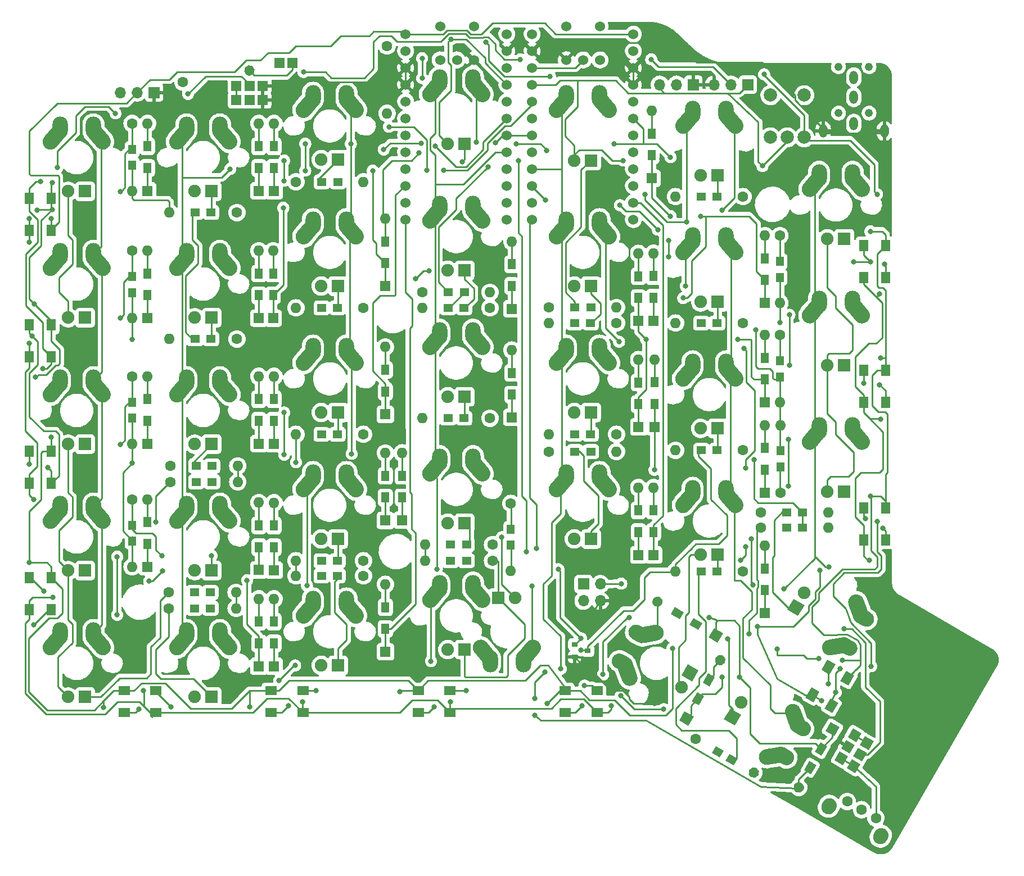
<source format=gtl>
G04 #@! TF.GenerationSoftware,KiCad,Pcbnew,(5.99.0-7652-gaab3c936f0)*
G04 #@! TF.CreationDate,2020-12-28T19:10:50+00:00*
G04 #@! TF.ProjectId,ergodash,6572676f-6461-4736-982e-6b696361645f,2.0*
G04 #@! TF.SameCoordinates,PX4c880a8PY8a3633c*
G04 #@! TF.FileFunction,Copper,L1,Top*
G04 #@! TF.FilePolarity,Positive*
%FSLAX46Y46*%
G04 Gerber Fmt 4.6, Leading zero omitted, Abs format (unit mm)*
G04 Created by KiCad (PCBNEW (5.99.0-7652-gaab3c936f0)) date 2020-12-28 19:10:50*
%MOMM*%
%LPD*%
G01*
G04 APERTURE LIST*
G04 #@! TA.AperFunction,ComponentPad*
%ADD10C,2.000000*%
G04 #@! TD*
G04 #@! TA.AperFunction,ComponentPad*
%ADD11C,1.600000*%
G04 #@! TD*
G04 #@! TA.AperFunction,ComponentPad*
%ADD12O,1.600000X1.600000*%
G04 #@! TD*
G04 #@! TA.AperFunction,ComponentPad*
%ADD13R,1.524000X1.524000*%
G04 #@! TD*
G04 #@! TA.AperFunction,WasherPad*
%ADD14C,1.210000*%
G04 #@! TD*
G04 #@! TA.AperFunction,ComponentPad*
%ADD15O,1.300000X2.000000*%
G04 #@! TD*
G04 #@! TA.AperFunction,ComponentPad*
%ADD16R,1.700000X1.700000*%
G04 #@! TD*
G04 #@! TA.AperFunction,ComponentPad*
%ADD17O,1.700000X1.700000*%
G04 #@! TD*
G04 #@! TA.AperFunction,ComponentPad*
%ADD18C,1.524000*%
G04 #@! TD*
G04 #@! TA.AperFunction,ComponentPad*
%ADD19R,1.200000X1.400000*%
G04 #@! TD*
G04 #@! TA.AperFunction,ComponentPad*
%ADD20R,1.400000X1.200000*%
G04 #@! TD*
G04 #@! TA.AperFunction,ComponentPad*
%ADD21R,1.905000X1.905000*%
G04 #@! TD*
G04 #@! TA.AperFunction,ComponentPad*
%ADD22C,1.905000*%
G04 #@! TD*
G04 #@! TA.AperFunction,SMDPad,CuDef*
%ADD23R,0.900000X0.800000*%
G04 #@! TD*
G04 #@! TA.AperFunction,ComponentPad*
%ADD24O,2.300000X3.337000*%
G04 #@! TD*
G04 #@! TA.AperFunction,ComponentPad*
%ADD25R,1.200000X1.600000*%
G04 #@! TD*
G04 #@! TA.AperFunction,ComponentPad*
%ADD26R,1.600000X1.600000*%
G04 #@! TD*
G04 #@! TA.AperFunction,SMDPad,CuDef*
%ADD27R,1.400000X1.800000*%
G04 #@! TD*
G04 #@! TA.AperFunction,SMDPad,CuDef*
%ADD28R,1.800000X1.400000*%
G04 #@! TD*
G04 #@! TA.AperFunction,ViaPad*
%ADD29C,0.800000*%
G04 #@! TD*
G04 #@! TA.AperFunction,Conductor*
%ADD30C,0.254000*%
G04 #@! TD*
G04 APERTURE END LIST*
D10*
X113210000Y88250000D03*
X115750000Y88250000D03*
X118290000Y88250000D03*
X118290000Y94600000D03*
X113210000Y94600000D03*
D11*
X24748000Y96566500D03*
G04 #@! TA.AperFunction,ComponentPad*
G36*
G01*
X33965801Y98191846D02*
X33965801Y98191846D01*
G75*
G02*
X34614728Y99118611I787846J138919D01*
G01*
X34614728Y99118611D01*
G75*
G02*
X35541493Y98469684I138919J-787846D01*
G01*
X35541493Y98469684D01*
G75*
G02*
X34892566Y97542919I-787846J-138919D01*
G01*
X34892566Y97542919D01*
G75*
G02*
X33965801Y98191846I-138919J787846D01*
G01*
G37*
G04 #@! TD.AperFunction*
X55482000Y102027500D03*
D12*
X55482000Y91867500D03*
D13*
X39242000Y99487500D03*
X41242000Y99487500D03*
D14*
X128050000Y98900000D03*
X123450000Y91900000D03*
X123450000Y98900000D03*
X128050000Y91900000D03*
D15*
X125750000Y90300000D03*
X125750000Y97300000D03*
X125750000Y94300000D03*
X121150000Y89200000D03*
X130350000Y89200000D03*
D16*
X20400000Y95000000D03*
D17*
X17860000Y95000000D03*
X15320000Y95000000D03*
D16*
X109800000Y96200000D03*
D17*
X107260000Y96200000D03*
X104720000Y96200000D03*
D18*
X68541000Y105005500D03*
X63461000Y105005500D03*
X63461000Y99925500D03*
X66001000Y99925500D03*
X68541000Y99925500D03*
D11*
X17093000Y90343500D03*
D19*
X17093000Y86443500D03*
D12*
X17093000Y80183500D03*
D19*
X17093000Y84043500D03*
D11*
X32876000Y76916500D03*
D20*
X28976000Y76916500D03*
D12*
X22716000Y76916500D03*
D20*
X26576000Y76916500D03*
X45666000Y81545500D03*
D11*
X41766000Y81545500D03*
D12*
X51926000Y81545500D03*
D20*
X48066000Y81545500D03*
X64716000Y64908500D03*
D11*
X60816000Y64908500D03*
D20*
X67116000Y64908500D03*
D12*
X70976000Y64908500D03*
D11*
X79866000Y62622500D03*
D20*
X83766000Y62622500D03*
D12*
X90026000Y62622500D03*
D20*
X86166000Y62622500D03*
X105176000Y79329500D03*
D11*
X109076000Y79329500D03*
D20*
X102776000Y79329500D03*
D12*
X98916000Y79329500D03*
D19*
X114629000Y69552500D03*
D11*
X114629000Y73452500D03*
D19*
X114629000Y67152500D03*
D12*
X114629000Y63292500D03*
D11*
X17093000Y71166500D03*
D19*
X17093000Y67266500D03*
X17093000Y64866500D03*
D12*
X17093000Y61006500D03*
D11*
X32876000Y57866500D03*
D20*
X28976000Y57866500D03*
X26576000Y57866500D03*
D12*
X22716000Y57866500D03*
D11*
X51926000Y62565500D03*
D20*
X48026000Y62565500D03*
X45626000Y62565500D03*
D12*
X41766000Y62565500D03*
D11*
X70976000Y62565500D03*
D20*
X67076000Y62565500D03*
D12*
X60816000Y62565500D03*
D20*
X64676000Y62565500D03*
D11*
X90026000Y60279500D03*
D20*
X86126000Y60279500D03*
X83726000Y60279500D03*
D12*
X79866000Y60279500D03*
D11*
X109076000Y60279500D03*
D20*
X105176000Y60279500D03*
X102776000Y60279500D03*
D12*
X98916000Y60279500D03*
D19*
X114629000Y54566500D03*
D11*
X114629000Y58466500D03*
D19*
X114629000Y52166500D03*
D12*
X114629000Y48306500D03*
D19*
X17093000Y48343500D03*
D11*
X17093000Y52243500D03*
D12*
X17093000Y42083500D03*
D19*
X17093000Y45943500D03*
D20*
X26743000Y38746500D03*
D11*
X22843000Y38746500D03*
D12*
X33003000Y38746500D03*
D20*
X29143000Y38746500D03*
X48026000Y43515500D03*
D11*
X51926000Y43515500D03*
D12*
X41766000Y43515500D03*
D20*
X45626000Y43515500D03*
X67076000Y45928500D03*
D11*
X70976000Y45928500D03*
D12*
X60816000Y45928500D03*
D20*
X64676000Y45928500D03*
D11*
X90026000Y43515500D03*
D20*
X86126000Y43515500D03*
D12*
X79866000Y43515500D03*
D20*
X83726000Y43515500D03*
X105176000Y41102500D03*
D11*
X109076000Y41102500D03*
D20*
X102776000Y41102500D03*
D12*
X98916000Y41102500D03*
D11*
X114699000Y34717500D03*
D19*
X114699000Y38617500D03*
D12*
X114699000Y44877500D03*
D19*
X114699000Y41017500D03*
D11*
X22843000Y36333500D03*
D20*
X26743000Y36333500D03*
D12*
X33003000Y36333500D03*
D20*
X29143000Y36333500D03*
D19*
X17093000Y29801500D03*
D11*
X17093000Y33701500D03*
D19*
X17093000Y27401500D03*
D12*
X17093000Y23541500D03*
D20*
X48026000Y24465500D03*
D11*
X51926000Y24465500D03*
D20*
X45626000Y24465500D03*
D12*
X41766000Y24465500D03*
D11*
X71357000Y26878500D03*
D20*
X67457000Y26878500D03*
D12*
X61197000Y26878500D03*
D20*
X65057000Y26878500D03*
D11*
X109076000Y22814500D03*
D20*
X105176000Y22814500D03*
X102776000Y22814500D03*
D12*
X98916000Y22814500D03*
G04 #@! TA.AperFunction,ComponentPad*
G36*
X104371065Y-4502426D02*
G01*
X104971065Y-3463196D01*
X106183501Y-4163196D01*
X105583501Y-5202426D01*
X104371065Y-4502426D01*
G37*
G04 #@! TD.AperFunction*
D11*
X101899784Y-2382811D03*
G04 #@! TA.AperFunction,ComponentPad*
G36*
X106449526Y-5702426D02*
G01*
X107049526Y-4663196D01*
X108261962Y-5363196D01*
X107661962Y-6402426D01*
X106449526Y-5702426D01*
G37*
G04 #@! TD.AperFunction*
G04 #@! TA.AperFunction,ComponentPad*
G36*
G01*
X110005782Y-7062811D02*
X110005782Y-7062811D01*
G75*
G02*
X111098602Y-6769991I692820J-400000D01*
G01*
X111098602Y-6769991D01*
G75*
G02*
X111391422Y-7862811I-400000J-692820D01*
G01*
X111391422Y-7862811D01*
G75*
G02*
X110298602Y-8155631I-692820J400000D01*
G01*
X110298602Y-8155631D01*
G75*
G02*
X110005782Y-7062811I400000J692820D01*
G01*
G37*
G04 #@! TD.AperFunction*
D20*
X26489000Y19696500D03*
D11*
X22589000Y19696500D03*
D20*
X28889000Y19696500D03*
D12*
X32749000Y19696500D03*
D20*
X26489000Y17283500D03*
D11*
X22589000Y17283500D03*
D12*
X32749000Y17283500D03*
D20*
X28889000Y17283500D03*
D11*
X51926000Y22179500D03*
D20*
X48026000Y22179500D03*
D12*
X41766000Y22179500D03*
D20*
X45626000Y22179500D03*
X67457000Y24465500D03*
D11*
X71357000Y24465500D03*
D12*
X61197000Y24465500D03*
D20*
X65057000Y24465500D03*
D21*
X10016000Y80120000D03*
D22*
X7476000Y80120000D03*
D21*
X29066000Y80120000D03*
D22*
X26526000Y80120000D03*
D21*
X48116000Y84882500D03*
D22*
X45576000Y84882500D03*
D21*
X67166000Y87263750D03*
D22*
X64626000Y87263750D03*
D21*
X86216000Y84755500D03*
D22*
X83676000Y84755500D03*
D21*
X105266000Y82501250D03*
D22*
X102726000Y82501250D03*
D21*
X124316000Y72976250D03*
D22*
X121776000Y72976250D03*
D21*
X10016000Y61070000D03*
D22*
X7476000Y61070000D03*
D21*
X29066000Y61070000D03*
D22*
X26526000Y61070000D03*
D21*
X48116000Y65832500D03*
D22*
X45576000Y65832500D03*
D21*
X67166000Y68213750D03*
D22*
X64626000Y68213750D03*
D21*
X86216000Y65832500D03*
D22*
X83676000Y65832500D03*
D21*
X105266000Y63451250D03*
D22*
X102726000Y63451250D03*
D21*
X124316000Y53926250D03*
D22*
X121776000Y53926250D03*
D21*
X10016000Y42020000D03*
D22*
X7476000Y42020000D03*
D21*
X29066000Y42020000D03*
D22*
X26526000Y42020000D03*
D21*
X48116000Y46782500D03*
D22*
X45576000Y46782500D03*
D21*
X67166000Y49163750D03*
D22*
X64626000Y49163750D03*
D21*
X86216000Y46782500D03*
D22*
X83676000Y46782500D03*
D21*
X105266000Y44401250D03*
D22*
X102726000Y44401250D03*
D21*
X124316000Y34876250D03*
D22*
X121776000Y34876250D03*
D21*
X10016000Y22970000D03*
D22*
X7476000Y22970000D03*
D21*
X29066000Y22970000D03*
D22*
X26526000Y22970000D03*
D21*
X48116000Y27732500D03*
D22*
X45576000Y27732500D03*
D21*
X67166000Y30113750D03*
D22*
X64626000Y30113750D03*
D21*
X86216000Y27732500D03*
D22*
X83676000Y27732500D03*
D21*
X105266000Y25351250D03*
D22*
X102726000Y25351250D03*
G04 #@! TA.AperFunction,ComponentPad*
G36*
X101426048Y6258963D02*
G01*
X99776270Y7211463D01*
X100728770Y8861241D01*
X102378548Y7908741D01*
X101426048Y6258963D01*
G37*
G04 #@! TD.AperFunction*
X99807409Y5360398D03*
D21*
X10016000Y3920000D03*
D22*
X7476000Y3920000D03*
D21*
X29066000Y3920000D03*
D22*
X26526000Y3920000D03*
D21*
X48116000Y8682500D03*
D22*
X45576000Y8682500D03*
D21*
X67166000Y11063750D03*
D22*
X64626000Y11063750D03*
D18*
X58276000Y103805500D03*
X58276000Y101265500D03*
X58276000Y98725500D03*
X58276000Y96185500D03*
X58276000Y93645500D03*
X58276000Y91105500D03*
X58276000Y88565500D03*
X58276000Y86025500D03*
X58276000Y83485500D03*
X58276000Y80945500D03*
X58276000Y78405500D03*
X58276000Y75865500D03*
X73516000Y75865500D03*
X73516000Y78405500D03*
X73516000Y80945500D03*
X73516000Y83485500D03*
X73516000Y86025500D03*
X73516000Y88565500D03*
X73516000Y91105500D03*
X73516000Y93645500D03*
X73516000Y96185500D03*
X73516000Y98725500D03*
X73516000Y101265500D03*
X73516000Y103805500D03*
D21*
X72246000Y18842500D03*
D22*
X74786000Y18842500D03*
D23*
X83708000Y11852500D03*
X83708000Y9952500D03*
X85708000Y10902500D03*
G04 #@! TA.AperFunction,ComponentPad*
G36*
G01*
X23086097Y86667538D02*
X23086097Y86667538D01*
G75*
G02*
X22938189Y88358136I771345J919253D01*
G01*
X24095207Y89737016D01*
G75*
G02*
X25785805Y89884924I919253J-771345D01*
G01*
X25785805Y89884924D01*
G75*
G02*
X25933713Y88194326I-771345J-919253D01*
G01*
X24776695Y86815446D01*
G75*
G02*
X23086097Y86667538I-919253J771345D01*
G01*
G37*
G04 #@! TD.AperFunction*
D24*
X25276000Y89700000D03*
X30316000Y89700000D03*
G04 #@! TA.AperFunction,ComponentPad*
G36*
G01*
X29806195Y89884924D02*
X29806195Y89884924D01*
G75*
G02*
X31496793Y89737016I771345J-919253D01*
G01*
X32653811Y88358136D01*
G75*
G02*
X32505903Y86667538I-919253J-771345D01*
G01*
X32505903Y86667538D01*
G75*
G02*
X30815305Y86815446I-771345J919253D01*
G01*
X29658287Y88194326D01*
G75*
G02*
X29806195Y89884924I919253J771345D01*
G01*
G37*
G04 #@! TD.AperFunction*
X25276000Y70650000D03*
G04 #@! TA.AperFunction,ComponentPad*
G36*
G01*
X23086097Y67617538D02*
X23086097Y67617538D01*
G75*
G02*
X22938189Y69308136I771345J919253D01*
G01*
X24095207Y70687016D01*
G75*
G02*
X25785805Y70834924I919253J-771345D01*
G01*
X25785805Y70834924D01*
G75*
G02*
X25933713Y69144326I-771345J-919253D01*
G01*
X24776695Y67765446D01*
G75*
G02*
X23086097Y67617538I-919253J771345D01*
G01*
G37*
G04 #@! TD.AperFunction*
X30316000Y70650000D03*
G04 #@! TA.AperFunction,ComponentPad*
G36*
G01*
X29806195Y70834924D02*
X29806195Y70834924D01*
G75*
G02*
X31496793Y70687016I771345J-919253D01*
G01*
X32653811Y69308136D01*
G75*
G02*
X32505903Y67617538I-919253J-771345D01*
G01*
X32505903Y67617538D01*
G75*
G02*
X30815305Y67765446I-771345J919253D01*
G01*
X29658287Y69144326D01*
G75*
G02*
X29806195Y70834924I919253J771345D01*
G01*
G37*
G04 #@! TD.AperFunction*
X25276000Y51600000D03*
G04 #@! TA.AperFunction,ComponentPad*
G36*
G01*
X23086097Y48567538D02*
X23086097Y48567538D01*
G75*
G02*
X22938189Y50258136I771345J919253D01*
G01*
X24095207Y51637016D01*
G75*
G02*
X25785805Y51784924I919253J-771345D01*
G01*
X25785805Y51784924D01*
G75*
G02*
X25933713Y50094326I-771345J-919253D01*
G01*
X24776695Y48715446D01*
G75*
G02*
X23086097Y48567538I-919253J771345D01*
G01*
G37*
G04 #@! TD.AperFunction*
G04 #@! TA.AperFunction,ComponentPad*
G36*
G01*
X29806195Y51784924D02*
X29806195Y51784924D01*
G75*
G02*
X31496793Y51637016I771345J-919253D01*
G01*
X32653811Y50258136D01*
G75*
G02*
X32505903Y48567538I-919253J-771345D01*
G01*
X32505903Y48567538D01*
G75*
G02*
X30815305Y48715446I-771345J919253D01*
G01*
X29658287Y50094326D01*
G75*
G02*
X29806195Y51784924I919253J771345D01*
G01*
G37*
G04 #@! TD.AperFunction*
X30316000Y51600000D03*
G04 #@! TA.AperFunction,ComponentPad*
G36*
G01*
X23086097Y29517538D02*
X23086097Y29517538D01*
G75*
G02*
X22938189Y31208136I771345J919253D01*
G01*
X24095207Y32587016D01*
G75*
G02*
X25785805Y32734924I919253J-771345D01*
G01*
X25785805Y32734924D01*
G75*
G02*
X25933713Y31044326I-771345J-919253D01*
G01*
X24776695Y29665446D01*
G75*
G02*
X23086097Y29517538I-919253J771345D01*
G01*
G37*
G04 #@! TD.AperFunction*
X25276000Y32550000D03*
X30316000Y32550000D03*
G04 #@! TA.AperFunction,ComponentPad*
G36*
G01*
X29806195Y32734924D02*
X29806195Y32734924D01*
G75*
G02*
X31496793Y32587016I771345J-919253D01*
G01*
X32653811Y31208136D01*
G75*
G02*
X32505903Y29517538I-919253J-771345D01*
G01*
X32505903Y29517538D01*
G75*
G02*
X30815305Y29665446I-771345J919253D01*
G01*
X29658287Y31044326D01*
G75*
G02*
X29806195Y32734924I919253J771345D01*
G01*
G37*
G04 #@! TD.AperFunction*
G04 #@! TA.AperFunction,ComponentPad*
G36*
G01*
X42136097Y34280038D02*
X42136097Y34280038D01*
G75*
G02*
X41988189Y35970636I771345J919253D01*
G01*
X43145207Y37349516D01*
G75*
G02*
X44835805Y37497424I919253J-771345D01*
G01*
X44835805Y37497424D01*
G75*
G02*
X44983713Y35806826I-771345J-919253D01*
G01*
X43826695Y34427946D01*
G75*
G02*
X42136097Y34280038I-919253J771345D01*
G01*
G37*
G04 #@! TD.AperFunction*
X44326000Y37312500D03*
X49366000Y37312500D03*
G04 #@! TA.AperFunction,ComponentPad*
G36*
G01*
X48856195Y37497424D02*
X48856195Y37497424D01*
G75*
G02*
X50546793Y37349516I771345J-919253D01*
G01*
X51703811Y35970636D01*
G75*
G02*
X51555903Y34280038I-919253J-771345D01*
G01*
X51555903Y34280038D01*
G75*
G02*
X49865305Y34427946I-771345J919253D01*
G01*
X48708287Y35806826D01*
G75*
G02*
X48856195Y37497424I919253J771345D01*
G01*
G37*
G04 #@! TD.AperFunction*
X63376000Y96843750D03*
G04 #@! TA.AperFunction,ComponentPad*
G36*
G01*
X61186097Y93811288D02*
X61186097Y93811288D01*
G75*
G02*
X61038189Y95501886I771345J919253D01*
G01*
X62195207Y96880766D01*
G75*
G02*
X63885805Y97028674I919253J-771345D01*
G01*
X63885805Y97028674D01*
G75*
G02*
X64033713Y95338076I-771345J-919253D01*
G01*
X62876695Y93959196D01*
G75*
G02*
X61186097Y93811288I-919253J771345D01*
G01*
G37*
G04 #@! TD.AperFunction*
X68416000Y96843750D03*
G04 #@! TA.AperFunction,ComponentPad*
G36*
G01*
X67906195Y97028674D02*
X67906195Y97028674D01*
G75*
G02*
X69596793Y96880766I771345J-919253D01*
G01*
X70753811Y95501886D01*
G75*
G02*
X70605903Y93811288I-919253J-771345D01*
G01*
X70605903Y93811288D01*
G75*
G02*
X68915305Y93959196I-771345J919253D01*
G01*
X67758287Y95338076D01*
G75*
G02*
X67906195Y97028674I919253J771345D01*
G01*
G37*
G04 #@! TD.AperFunction*
G04 #@! TA.AperFunction,ComponentPad*
G36*
G01*
X61186097Y74761288D02*
X61186097Y74761288D01*
G75*
G02*
X61038189Y76451886I771345J919253D01*
G01*
X62195207Y77830766D01*
G75*
G02*
X63885805Y77978674I919253J-771345D01*
G01*
X63885805Y77978674D01*
G75*
G02*
X64033713Y76288076I-771345J-919253D01*
G01*
X62876695Y74909196D01*
G75*
G02*
X61186097Y74761288I-919253J771345D01*
G01*
G37*
G04 #@! TD.AperFunction*
X63376000Y77793750D03*
G04 #@! TA.AperFunction,ComponentPad*
G36*
G01*
X67906195Y77978674D02*
X67906195Y77978674D01*
G75*
G02*
X69596793Y77830766I771345J-919253D01*
G01*
X70753811Y76451886D01*
G75*
G02*
X70605903Y74761288I-919253J-771345D01*
G01*
X70605903Y74761288D01*
G75*
G02*
X68915305Y74909196I-771345J919253D01*
G01*
X67758287Y76288076D01*
G75*
G02*
X67906195Y77978674I919253J771345D01*
G01*
G37*
G04 #@! TD.AperFunction*
X68416000Y77793750D03*
X63376000Y58743750D03*
G04 #@! TA.AperFunction,ComponentPad*
G36*
G01*
X61186097Y55711288D02*
X61186097Y55711288D01*
G75*
G02*
X61038189Y57401886I771345J919253D01*
G01*
X62195207Y58780766D01*
G75*
G02*
X63885805Y58928674I919253J-771345D01*
G01*
X63885805Y58928674D01*
G75*
G02*
X64033713Y57238076I-771345J-919253D01*
G01*
X62876695Y55859196D01*
G75*
G02*
X61186097Y55711288I-919253J771345D01*
G01*
G37*
G04 #@! TD.AperFunction*
G04 #@! TA.AperFunction,ComponentPad*
G36*
G01*
X67906195Y58928674D02*
X67906195Y58928674D01*
G75*
G02*
X69596793Y58780766I771345J-919253D01*
G01*
X70753811Y57401886D01*
G75*
G02*
X70605903Y55711288I-919253J-771345D01*
G01*
X70605903Y55711288D01*
G75*
G02*
X68915305Y55859196I-771345J919253D01*
G01*
X67758287Y57238076D01*
G75*
G02*
X67906195Y58928674I919253J771345D01*
G01*
G37*
G04 #@! TD.AperFunction*
X68416000Y58743750D03*
G04 #@! TA.AperFunction,ComponentPad*
G36*
G01*
X61186097Y36661288D02*
X61186097Y36661288D01*
G75*
G02*
X61038189Y38351886I771345J919253D01*
G01*
X62195207Y39730766D01*
G75*
G02*
X63885805Y39878674I919253J-771345D01*
G01*
X63885805Y39878674D01*
G75*
G02*
X64033713Y38188076I-771345J-919253D01*
G01*
X62876695Y36809196D01*
G75*
G02*
X61186097Y36661288I-919253J771345D01*
G01*
G37*
G04 #@! TD.AperFunction*
X63376000Y39693750D03*
G04 #@! TA.AperFunction,ComponentPad*
G36*
G01*
X67906195Y39878674D02*
X67906195Y39878674D01*
G75*
G02*
X69596793Y39730766I771345J-919253D01*
G01*
X70753811Y38351886D01*
G75*
G02*
X70605903Y36661288I-919253J-771345D01*
G01*
X70605903Y36661288D01*
G75*
G02*
X68915305Y36809196I-771345J919253D01*
G01*
X67758287Y38188076D01*
G75*
G02*
X67906195Y39878674I919253J771345D01*
G01*
G37*
G04 #@! TD.AperFunction*
X68416000Y39693750D03*
X82426000Y94462500D03*
G04 #@! TA.AperFunction,ComponentPad*
G36*
G01*
X80236097Y91430038D02*
X80236097Y91430038D01*
G75*
G02*
X80088189Y93120636I771345J919253D01*
G01*
X81245207Y94499516D01*
G75*
G02*
X82935805Y94647424I919253J-771345D01*
G01*
X82935805Y94647424D01*
G75*
G02*
X83083713Y92956826I-771345J-919253D01*
G01*
X81926695Y91577946D01*
G75*
G02*
X80236097Y91430038I-919253J771345D01*
G01*
G37*
G04 #@! TD.AperFunction*
X87466000Y94462500D03*
G04 #@! TA.AperFunction,ComponentPad*
G36*
G01*
X86956195Y94647424D02*
X86956195Y94647424D01*
G75*
G02*
X88646793Y94499516I771345J-919253D01*
G01*
X89803811Y93120636D01*
G75*
G02*
X89655903Y91430038I-919253J-771345D01*
G01*
X89655903Y91430038D01*
G75*
G02*
X87965305Y91577946I-771345J919253D01*
G01*
X86808287Y92956826D01*
G75*
G02*
X86956195Y94647424I919253J771345D01*
G01*
G37*
G04 #@! TD.AperFunction*
G04 #@! TA.AperFunction,ComponentPad*
G36*
G01*
X80236097Y72380038D02*
X80236097Y72380038D01*
G75*
G02*
X80088189Y74070636I771345J919253D01*
G01*
X81245207Y75449516D01*
G75*
G02*
X82935805Y75597424I919253J-771345D01*
G01*
X82935805Y75597424D01*
G75*
G02*
X83083713Y73906826I-771345J-919253D01*
G01*
X81926695Y72527946D01*
G75*
G02*
X80236097Y72380038I-919253J771345D01*
G01*
G37*
G04 #@! TD.AperFunction*
X82426000Y75412500D03*
G04 #@! TA.AperFunction,ComponentPad*
G36*
G01*
X86956195Y75597424D02*
X86956195Y75597424D01*
G75*
G02*
X88646793Y75449516I771345J-919253D01*
G01*
X89803811Y74070636D01*
G75*
G02*
X89655903Y72380038I-919253J-771345D01*
G01*
X89655903Y72380038D01*
G75*
G02*
X87965305Y72527946I-771345J919253D01*
G01*
X86808287Y73906826D01*
G75*
G02*
X86956195Y75597424I919253J771345D01*
G01*
G37*
G04 #@! TD.AperFunction*
X87466000Y75412500D03*
G04 #@! TA.AperFunction,ComponentPad*
G36*
G01*
X80236097Y53330038D02*
X80236097Y53330038D01*
G75*
G02*
X80088189Y55020636I771345J919253D01*
G01*
X81245207Y56399516D01*
G75*
G02*
X82935805Y56547424I919253J-771345D01*
G01*
X82935805Y56547424D01*
G75*
G02*
X83083713Y54856826I-771345J-919253D01*
G01*
X81926695Y53477946D01*
G75*
G02*
X80236097Y53330038I-919253J771345D01*
G01*
G37*
G04 #@! TD.AperFunction*
X82426000Y56362500D03*
G04 #@! TA.AperFunction,ComponentPad*
G36*
G01*
X86956195Y56547424D02*
X86956195Y56547424D01*
G75*
G02*
X88646793Y56399516I771345J-919253D01*
G01*
X89803811Y55020636D01*
G75*
G02*
X89655903Y53330038I-919253J-771345D01*
G01*
X89655903Y53330038D01*
G75*
G02*
X87965305Y53477946I-771345J919253D01*
G01*
X86808287Y54856826D01*
G75*
G02*
X86956195Y56547424I919253J771345D01*
G01*
G37*
G04 #@! TD.AperFunction*
X87466000Y56362500D03*
G04 #@! TA.AperFunction,ComponentPad*
G36*
G01*
X80236097Y34280038D02*
X80236097Y34280038D01*
G75*
G02*
X80088189Y35970636I771345J919253D01*
G01*
X81245207Y37349516D01*
G75*
G02*
X82935805Y37497424I919253J-771345D01*
G01*
X82935805Y37497424D01*
G75*
G02*
X83083713Y35806826I-771345J-919253D01*
G01*
X81926695Y34427946D01*
G75*
G02*
X80236097Y34280038I-919253J771345D01*
G01*
G37*
G04 #@! TD.AperFunction*
X82426000Y37312500D03*
X87466000Y37312500D03*
G04 #@! TA.AperFunction,ComponentPad*
G36*
G01*
X86956195Y37497424D02*
X86956195Y37497424D01*
G75*
G02*
X88646793Y37349516I771345J-919253D01*
G01*
X89803811Y35970636D01*
G75*
G02*
X89655903Y34280038I-919253J-771345D01*
G01*
X89655903Y34280038D01*
G75*
G02*
X87965305Y34427946I-771345J919253D01*
G01*
X86808287Y35806826D01*
G75*
G02*
X86956195Y37497424I919253J771345D01*
G01*
G37*
G04 #@! TD.AperFunction*
X101476000Y92081250D03*
G04 #@! TA.AperFunction,ComponentPad*
G36*
G01*
X99286097Y89048788D02*
X99286097Y89048788D01*
G75*
G02*
X99138189Y90739386I771345J919253D01*
G01*
X100295207Y92118266D01*
G75*
G02*
X101985805Y92266174I919253J-771345D01*
G01*
X101985805Y92266174D01*
G75*
G02*
X102133713Y90575576I-771345J-919253D01*
G01*
X100976695Y89196696D01*
G75*
G02*
X99286097Y89048788I-919253J771345D01*
G01*
G37*
G04 #@! TD.AperFunction*
X106516000Y92081250D03*
G04 #@! TA.AperFunction,ComponentPad*
G36*
G01*
X106006195Y92266174D02*
X106006195Y92266174D01*
G75*
G02*
X107696793Y92118266I771345J-919253D01*
G01*
X108853811Y90739386D01*
G75*
G02*
X108705903Y89048788I-919253J-771345D01*
G01*
X108705903Y89048788D01*
G75*
G02*
X107015305Y89196696I-771345J919253D01*
G01*
X105858287Y90575576D01*
G75*
G02*
X106006195Y92266174I919253J771345D01*
G01*
G37*
G04 #@! TD.AperFunction*
X120526000Y82556250D03*
G04 #@! TA.AperFunction,ComponentPad*
G36*
G01*
X118336097Y79523788D02*
X118336097Y79523788D01*
G75*
G02*
X118188189Y81214386I771345J919253D01*
G01*
X119345207Y82593266D01*
G75*
G02*
X121035805Y82741174I919253J-771345D01*
G01*
X121035805Y82741174D01*
G75*
G02*
X121183713Y81050576I-771345J-919253D01*
G01*
X120026695Y79671696D01*
G75*
G02*
X118336097Y79523788I-919253J771345D01*
G01*
G37*
G04 #@! TD.AperFunction*
X125566000Y82556250D03*
G04 #@! TA.AperFunction,ComponentPad*
G36*
G01*
X125056195Y82741174D02*
X125056195Y82741174D01*
G75*
G02*
X126746793Y82593266I771345J-919253D01*
G01*
X127903811Y81214386D01*
G75*
G02*
X127755903Y79523788I-919253J-771345D01*
G01*
X127755903Y79523788D01*
G75*
G02*
X126065305Y79671696I-771345J919253D01*
G01*
X124908287Y81050576D01*
G75*
G02*
X125056195Y82741174I919253J771345D01*
G01*
G37*
G04 #@! TD.AperFunction*
X120526000Y63506250D03*
G04 #@! TA.AperFunction,ComponentPad*
G36*
G01*
X118336097Y60473788D02*
X118336097Y60473788D01*
G75*
G02*
X118188189Y62164386I771345J919253D01*
G01*
X119345207Y63543266D01*
G75*
G02*
X121035805Y63691174I919253J-771345D01*
G01*
X121035805Y63691174D01*
G75*
G02*
X121183713Y62000576I-771345J-919253D01*
G01*
X120026695Y60621696D01*
G75*
G02*
X118336097Y60473788I-919253J771345D01*
G01*
G37*
G04 #@! TD.AperFunction*
X125566000Y63506250D03*
G04 #@! TA.AperFunction,ComponentPad*
G36*
G01*
X125056195Y63691174D02*
X125056195Y63691174D01*
G75*
G02*
X126746793Y63543266I771345J-919253D01*
G01*
X127903811Y62164386D01*
G75*
G02*
X127755903Y60473788I-919253J-771345D01*
G01*
X127755903Y60473788D01*
G75*
G02*
X126065305Y60621696I-771345J919253D01*
G01*
X124908287Y62000576D01*
G75*
G02*
X125056195Y63691174I919253J771345D01*
G01*
G37*
G04 #@! TD.AperFunction*
G04 #@! TA.AperFunction,ComponentPad*
G36*
G01*
X118336097Y41423788D02*
X118336097Y41423788D01*
G75*
G02*
X118188189Y43114386I771345J919253D01*
G01*
X119345207Y44493266D01*
G75*
G02*
X121035805Y44641174I919253J-771345D01*
G01*
X121035805Y44641174D01*
G75*
G02*
X121183713Y42950576I-771345J-919253D01*
G01*
X120026695Y41571696D01*
G75*
G02*
X118336097Y41423788I-919253J771345D01*
G01*
G37*
G04 #@! TD.AperFunction*
X120526000Y44456250D03*
G04 #@! TA.AperFunction,ComponentPad*
G36*
G01*
X125056195Y44641174D02*
X125056195Y44641174D01*
G75*
G02*
X126746793Y44493266I771345J-919253D01*
G01*
X127903811Y43114386D01*
G75*
G02*
X127755903Y41423788I-919253J-771345D01*
G01*
X127755903Y41423788D01*
G75*
G02*
X126065305Y41571696I-771345J919253D01*
G01*
X124908287Y42950576D01*
G75*
G02*
X125056195Y44641174I919253J771345D01*
G01*
G37*
G04 #@! TD.AperFunction*
X125566000Y44456250D03*
G04 #@! TA.AperFunction,ComponentPad*
G36*
G01*
X127349080Y17160763D02*
X128247148Y16642263D01*
G75*
G02*
X128668077Y15071334I-575000J-995929D01*
G01*
X128668077Y15071334D01*
G75*
G02*
X127097148Y14650405I-995929J575000D01*
G01*
X126199080Y15168905D01*
G75*
G02*
X125778151Y16739834I575000J995929D01*
G01*
X125778151Y16739834D01*
G75*
G02*
X127349080Y17160763I995929J-575000D01*
G01*
G37*
G04 #@! TD.AperFunction*
G04 #@! TA.AperFunction,ComponentPad*
G36*
G01*
X125691877Y19318326D02*
X125691877Y19318326D01*
G75*
G02*
X127229932Y18601119I410424J-1127631D01*
G01*
X127845568Y16909673D01*
G75*
G02*
X127128361Y15371618I-1127631J-410424D01*
G01*
X127128361Y15371618D01*
G75*
G02*
X125590306Y16088825I-410424J1127631D01*
G01*
X124974670Y17780271D01*
G75*
G02*
X125691877Y19318326I1127631J410424D01*
G01*
G37*
G04 #@! TD.AperFunction*
G04 #@! TA.AperFunction,ComponentPad*
G36*
G01*
X125118166Y11889858D02*
X125118166Y11889858D01*
G75*
G02*
X124144775Y10499711I-1181769J-208378D01*
G01*
X122372121Y10187145D01*
G75*
G02*
X120981974Y11160536I-208378J1181769D01*
G01*
X120981974Y11160536D01*
G75*
G02*
X121955365Y12550683I1181769J208378D01*
G01*
X123728019Y12863249D01*
G75*
G02*
X125118166Y11889858I208378J-1181769D01*
G01*
G37*
G04 #@! TD.AperFunction*
G04 #@! TA.AperFunction,ComponentPad*
G36*
G01*
X124829080Y12795995D02*
X125727148Y12277495D01*
G75*
G02*
X126148077Y10706566I-575000J-995929D01*
G01*
X126148077Y10706566D01*
G75*
G02*
X124577148Y10285637I-995929J575000D01*
G01*
X123679080Y10804137D01*
G75*
G02*
X123258151Y12375066I575000J995929D01*
G01*
X123258151Y12375066D01*
G75*
G02*
X124829080Y12795995I995929J-575000D01*
G01*
G37*
G04 #@! TD.AperFunction*
G04 #@! TA.AperFunction,ComponentPad*
G36*
G01*
X23086097Y10467538D02*
X23086097Y10467538D01*
G75*
G02*
X22938189Y12158136I771345J919253D01*
G01*
X24095207Y13537016D01*
G75*
G02*
X25785805Y13684924I919253J-771345D01*
G01*
X25785805Y13684924D01*
G75*
G02*
X25933713Y11994326I-771345J-919253D01*
G01*
X24776695Y10615446D01*
G75*
G02*
X23086097Y10467538I-919253J771345D01*
G01*
G37*
G04 #@! TD.AperFunction*
X25276000Y13500000D03*
G04 #@! TA.AperFunction,ComponentPad*
G36*
G01*
X29806195Y13684924D02*
X29806195Y13684924D01*
G75*
G02*
X31496793Y13537016I771345J-919253D01*
G01*
X32653811Y12158136D01*
G75*
G02*
X32505903Y10467538I-919253J-771345D01*
G01*
X32505903Y10467538D01*
G75*
G02*
X30815305Y10615446I-771345J919253D01*
G01*
X29658287Y11994326D01*
G75*
G02*
X29806195Y13684924I919253J771345D01*
G01*
G37*
G04 #@! TD.AperFunction*
X30316000Y13500000D03*
G04 #@! TA.AperFunction,ComponentPad*
G36*
G01*
X90759920Y7812687D02*
X89861852Y8331187D01*
G75*
G02*
X89440923Y9902116I575000J995929D01*
G01*
X89440923Y9902116D01*
G75*
G02*
X91011852Y10323045I995929J-575000D01*
G01*
X91909920Y9804545D01*
G75*
G02*
X92330849Y8233616I-575000J-995929D01*
G01*
X92330849Y8233616D01*
G75*
G02*
X90759920Y7812687I-995929J575000D01*
G01*
G37*
G04 #@! TD.AperFunction*
G04 #@! TA.AperFunction,ComponentPad*
G36*
G01*
X92417123Y5655124D02*
X92417123Y5655124D01*
G75*
G02*
X90879068Y6372331I-410424J1127631D01*
G01*
X90263432Y8063777D01*
G75*
G02*
X90980639Y9601832I1127631J410424D01*
G01*
X90980639Y9601832D01*
G75*
G02*
X92518694Y8884625I410424J-1127631D01*
G01*
X93134330Y7193179D01*
G75*
G02*
X92417123Y5655124I-1127631J-410424D01*
G01*
G37*
G04 #@! TD.AperFunction*
G04 #@! TA.AperFunction,ComponentPad*
G36*
G01*
X92990834Y13083592D02*
X92990834Y13083592D01*
G75*
G02*
X93964225Y14473739I1181769J208378D01*
G01*
X95736879Y14786305D01*
G75*
G02*
X97127026Y13812914I208378J-1181769D01*
G01*
X97127026Y13812914D01*
G75*
G02*
X96153635Y12422767I-1181769J-208378D01*
G01*
X94380981Y12110201D01*
G75*
G02*
X92990834Y13083592I-208378J1181769D01*
G01*
G37*
G04 #@! TD.AperFunction*
G04 #@! TA.AperFunction,ComponentPad*
G36*
G01*
X93279920Y12177455D02*
X92381852Y12695955D01*
G75*
G02*
X91960923Y14266884I575000J995929D01*
G01*
X91960923Y14266884D01*
G75*
G02*
X93531852Y14687813I995929J-575000D01*
G01*
X94429920Y14169313D01*
G75*
G02*
X94850849Y12598384I-575000J-995929D01*
G01*
X94850849Y12598384D01*
G75*
G02*
X93279920Y12177455I-995929J575000D01*
G01*
G37*
G04 #@! TD.AperFunction*
G04 #@! TA.AperFunction,ComponentPad*
G36*
G01*
X116166877Y2820326D02*
X116166877Y2820326D01*
G75*
G02*
X117704932Y2103119I410424J-1127631D01*
G01*
X118320568Y411673D01*
G75*
G02*
X117603361Y-1126382I-1127631J-410424D01*
G01*
X117603361Y-1126382D01*
G75*
G02*
X116065306Y-409175I-410424J1127631D01*
G01*
X115449670Y1282271D01*
G75*
G02*
X116166877Y2820326I1127631J410424D01*
G01*
G37*
G04 #@! TD.AperFunction*
G04 #@! TA.AperFunction,ComponentPad*
G36*
G01*
X117824080Y662763D02*
X118722148Y144263D01*
G75*
G02*
X119143077Y-1426666I-575000J-995929D01*
G01*
X119143077Y-1426666D01*
G75*
G02*
X117572148Y-1847595I-995929J575000D01*
G01*
X116674080Y-1329095D01*
G75*
G02*
X116253151Y241834I575000J995929D01*
G01*
X116253151Y241834D01*
G75*
G02*
X117824080Y662763I995929J-575000D01*
G01*
G37*
G04 #@! TD.AperFunction*
G04 #@! TA.AperFunction,ComponentPad*
G36*
G01*
X115593166Y-4608142D02*
X115593166Y-4608142D01*
G75*
G02*
X114619775Y-5998289I-1181769J-208378D01*
G01*
X112847121Y-6310855D01*
G75*
G02*
X111456974Y-5337464I-208378J1181769D01*
G01*
X111456974Y-5337464D01*
G75*
G02*
X112430365Y-3947317I1181769J208378D01*
G01*
X114203019Y-3634751D01*
G75*
G02*
X115593166Y-4608142I208378J-1181769D01*
G01*
G37*
G04 #@! TD.AperFunction*
G04 #@! TA.AperFunction,ComponentPad*
G36*
G01*
X115304080Y-3702005D02*
X116202148Y-4220505D01*
G75*
G02*
X116623077Y-5791434I-575000J-995929D01*
G01*
X116623077Y-5791434D01*
G75*
G02*
X115052148Y-6212363I-995929J575000D01*
G01*
X114154080Y-5693863D01*
G75*
G02*
X113733151Y-4122934I575000J995929D01*
G01*
X113733151Y-4122934D01*
G75*
G02*
X115304080Y-3702005I995929J-575000D01*
G01*
G37*
G04 #@! TD.AperFunction*
G04 #@! TA.AperFunction,ComponentPad*
G36*
G01*
X78225903Y12294962D02*
X78225903Y12294962D01*
G75*
G02*
X78373811Y10604364I-771345J-919253D01*
G01*
X77216793Y9225484D01*
G75*
G02*
X75526195Y9077576I-919253J771345D01*
G01*
X75526195Y9077576D01*
G75*
G02*
X75378287Y10768174I771345J919253D01*
G01*
X76535305Y12147054D01*
G75*
G02*
X78225903Y12294962I919253J-771345D01*
G01*
G37*
G04 #@! TD.AperFunction*
X76036000Y9262500D03*
X70996000Y9262500D03*
G04 #@! TA.AperFunction,ComponentPad*
G36*
G01*
X71505805Y9077576D02*
X71505805Y9077576D01*
G75*
G02*
X69815207Y9225484I-771345J919253D01*
G01*
X68658189Y10604364D01*
G75*
G02*
X68806097Y12294962I919253J771345D01*
G01*
X68806097Y12294962D01*
G75*
G02*
X70496695Y12147054I771345J-919253D01*
G01*
X71653713Y10768174D01*
G75*
G02*
X71505805Y9077576I-919253J-771345D01*
G01*
G37*
G04 #@! TD.AperFunction*
G04 #@! TA.AperFunction,ComponentPad*
G36*
X116682952Y18714487D02*
G01*
X118332730Y17761987D01*
X117380230Y16112209D01*
X115730452Y17064709D01*
X116682952Y18714487D01*
G37*
G04 #@! TD.AperFunction*
D22*
X118301591Y19613052D03*
G04 #@! TA.AperFunction,ComponentPad*
G36*
X107157952Y2216487D02*
G01*
X108807730Y1263987D01*
X107855230Y-385791D01*
X106205452Y566709D01*
X107157952Y2216487D01*
G37*
G04 #@! TD.AperFunction*
X108776591Y3115052D03*
D11*
X111743000Y31761500D03*
D20*
X115643000Y31761500D03*
D12*
X121903000Y31761500D03*
D20*
X118043000Y31761500D03*
D11*
X111743000Y29475500D03*
D20*
X115643000Y29475500D03*
D12*
X121903000Y29475500D03*
D20*
X118043000Y29475500D03*
D25*
X19414000Y83633500D03*
D26*
X19414000Y80183500D03*
D12*
X19414000Y90343500D03*
D25*
X19414000Y86893500D03*
X19414000Y64456500D03*
D26*
X19414000Y61006500D03*
D12*
X19414000Y71166500D03*
D25*
X19414000Y67716500D03*
X19414000Y45533500D03*
D26*
X19414000Y42083500D03*
D12*
X19414000Y52243500D03*
D25*
X19414000Y48793500D03*
D26*
X36178000Y23054500D03*
D25*
X36178000Y26504500D03*
D12*
X36178000Y33214500D03*
D25*
X36178000Y29764500D03*
X36178000Y83633500D03*
D26*
X36178000Y80183500D03*
D12*
X36178000Y90343500D03*
D25*
X36178000Y86893500D03*
X36178000Y64456500D03*
D26*
X36178000Y61006500D03*
D25*
X36178000Y67716500D03*
D12*
X36178000Y71166500D03*
D26*
X36178000Y42083500D03*
D25*
X36178000Y45533500D03*
X36178000Y48793500D03*
D12*
X36178000Y52243500D03*
D25*
X38464000Y26483500D03*
D26*
X38464000Y23033500D03*
D25*
X38464000Y29743500D03*
D12*
X38464000Y33193500D03*
D25*
X38464000Y83633500D03*
D26*
X38464000Y80183500D03*
D12*
X38464000Y90343500D03*
D25*
X38464000Y86893500D03*
D26*
X38337000Y61006500D03*
D25*
X38337000Y64456500D03*
D12*
X38337000Y71166500D03*
D25*
X38337000Y67716500D03*
D26*
X38464000Y42083500D03*
D25*
X38464000Y45533500D03*
X38464000Y48793500D03*
D12*
X38464000Y52243500D03*
D25*
X55228000Y33976500D03*
D26*
X55228000Y30526500D03*
D12*
X55228000Y40686500D03*
D25*
X55228000Y37236500D03*
D26*
X55228000Y65832500D03*
D25*
X55228000Y69282500D03*
X55228000Y72542500D03*
D12*
X55228000Y75992500D03*
D25*
X74278000Y65853500D03*
D26*
X74278000Y62403500D03*
D25*
X74278000Y69113500D03*
D12*
X74278000Y72563500D03*
D25*
X57768000Y33997500D03*
D26*
X57768000Y30547500D03*
D25*
X57768000Y37257500D03*
D12*
X57768000Y40707500D03*
D25*
X95360000Y85538500D03*
D26*
X95360000Y82088500D03*
D25*
X95360000Y88798500D03*
D12*
X95360000Y92248500D03*
D26*
X74278000Y46041500D03*
D25*
X74278000Y49491500D03*
D12*
X74278000Y56201500D03*
D25*
X74278000Y52751500D03*
X93328000Y28769500D03*
D26*
X93328000Y25319500D03*
D12*
X93328000Y35479500D03*
D25*
X93328000Y32029500D03*
X95614000Y64075500D03*
D26*
X95614000Y60625500D03*
D12*
X95614000Y70785500D03*
D25*
X95614000Y67335500D03*
X93328000Y64054500D03*
D26*
X93328000Y60604500D03*
D25*
X93328000Y67314500D03*
D12*
X93328000Y70764500D03*
D25*
X95741000Y48073500D03*
D26*
X95741000Y44623500D03*
D12*
X95741000Y54783500D03*
D25*
X95741000Y51333500D03*
D26*
X95614000Y25319500D03*
D25*
X95614000Y28769500D03*
X95614000Y32029500D03*
D12*
X95614000Y35479500D03*
D25*
X112378000Y66742500D03*
D26*
X112378000Y63292500D03*
D12*
X112378000Y73452500D03*
D25*
X112378000Y70002500D03*
X112378000Y51756500D03*
D26*
X112378000Y48306500D03*
D25*
X112378000Y55016500D03*
D12*
X112378000Y58466500D03*
D26*
X112378000Y34717500D03*
D25*
X112378000Y38167500D03*
D12*
X112378000Y44877500D03*
D25*
X112378000Y41427500D03*
D26*
X112378000Y16577500D03*
D25*
X112378000Y20027500D03*
X112378000Y23287500D03*
D12*
X112378000Y26737500D03*
D25*
X19414000Y26991500D03*
D26*
X19414000Y23541500D03*
D12*
X19414000Y33701500D03*
D25*
X19414000Y30251500D03*
D26*
X36178000Y8555500D03*
D25*
X36178000Y12005500D03*
X36178000Y15265500D03*
D12*
X36178000Y18715500D03*
D25*
X38464000Y12005500D03*
D26*
X38464000Y8555500D03*
D12*
X38464000Y18715500D03*
D25*
X38464000Y15265500D03*
G04 #@! TA.AperFunction,ComponentPad*
G36*
X106073850Y13494320D02*
G01*
X105273850Y12108680D01*
X103888210Y12908680D01*
X104688210Y14294320D01*
X106073850Y13494320D01*
G37*
G04 #@! TD.AperFunction*
G04 #@! TA.AperFunction,ComponentPad*
G36*
X102986062Y15046115D02*
G01*
X102386062Y14006885D01*
X101000422Y14806885D01*
X101600422Y15846115D01*
X102986062Y15046115D01*
G37*
G04 #@! TD.AperFunction*
G04 #@! TA.AperFunction,ComponentPad*
G36*
G01*
X96875032Y17881500D02*
X96875032Y17881500D01*
G75*
G02*
X95782212Y17588680I-692820J400000D01*
G01*
X95782212Y17588680D01*
G75*
G02*
X95489392Y18681500I400000J692820D01*
G01*
X95489392Y18681500D01*
G75*
G02*
X96582212Y18974320I692820J-400000D01*
G01*
X96582212Y18974320D01*
G75*
G02*
X96875032Y17881500I-400000J-692820D01*
G01*
G37*
G04 #@! TD.AperFunction*
G04 #@! TA.AperFunction,ComponentPad*
G36*
X100162820Y16676115D02*
G01*
X99562820Y15636885D01*
X98177180Y16436885D01*
X98777180Y17476115D01*
X100162820Y16676115D01*
G37*
G04 #@! TD.AperFunction*
G04 #@! TA.AperFunction,ComponentPad*
G36*
X100859820Y-411320D02*
G01*
X99474180Y388680D01*
X100274180Y1774320D01*
X101659820Y974320D01*
X100859820Y-411320D01*
G37*
G04 #@! TD.AperFunction*
G04 #@! TA.AperFunction,ComponentPad*
G36*
X102411615Y2676468D02*
G01*
X101372385Y3276468D01*
X102172385Y4662108D01*
X103211615Y4062108D01*
X102411615Y2676468D01*
G37*
G04 #@! TD.AperFunction*
G04 #@! TA.AperFunction,ComponentPad*
G36*
X104041615Y5499710D02*
G01*
X103002385Y6099710D01*
X103802385Y7485350D01*
X104841615Y6885350D01*
X104041615Y5499710D01*
G37*
G04 #@! TD.AperFunction*
G04 #@! TA.AperFunction,ComponentPad*
G36*
G01*
X105247000Y8787498D02*
X105247000Y8787498D01*
G75*
G02*
X104954180Y9880318I400000J692820D01*
G01*
X104954180Y9880318D01*
G75*
G02*
X106047000Y10173138I692820J-400000D01*
G01*
X106047000Y10173138D01*
G75*
G02*
X106339820Y9080318I-400000J-692820D01*
G01*
X106339820Y9080318D01*
G75*
G02*
X105247000Y8787498I-692820J400000D01*
G01*
G37*
G04 #@! TD.AperFunction*
D20*
X83766000Y40905500D03*
D11*
X79866000Y40905500D03*
D12*
X90026000Y40905500D03*
D20*
X86166000Y40905500D03*
D11*
X74116000Y33087500D03*
D19*
X74116000Y29187500D03*
X74116000Y26787500D03*
D12*
X74116000Y22927500D03*
D13*
X32781000Y96016500D03*
X34781000Y96016500D03*
X36781000Y96016500D03*
X32781000Y93857500D03*
X34781000Y93857500D03*
X36781000Y93857500D03*
D25*
X55228000Y14185500D03*
D26*
X55228000Y10735500D03*
D25*
X55228000Y17445500D03*
D12*
X55228000Y20895500D03*
D25*
X55228000Y49957500D03*
D26*
X55228000Y46507500D03*
D25*
X55228000Y53217500D03*
D12*
X55228000Y56667500D03*
D26*
X93328000Y44602500D03*
D25*
X93328000Y48052500D03*
D12*
X93328000Y54762500D03*
D25*
X93328000Y51312500D03*
G04 #@! TA.AperFunction,ComponentPad*
G36*
X124155911Y-6363051D02*
G01*
X122836089Y-5601051D01*
X123598089Y-4281229D01*
X124917911Y-5043229D01*
X124155911Y-6363051D01*
G37*
G04 #@! TD.AperFunction*
G04 #@! TA.AperFunction,ComponentPad*
G36*
X125155911Y-4631000D02*
G01*
X123836089Y-3869000D01*
X124598089Y-2549178D01*
X125917911Y-3311178D01*
X125155911Y-4631000D01*
G37*
G04 #@! TD.AperFunction*
G04 #@! TA.AperFunction,ComponentPad*
G36*
X126155911Y-2898949D02*
G01*
X124836089Y-2136949D01*
X125598089Y-817127D01*
X126917911Y-1579127D01*
X126155911Y-2898949D01*
G37*
G04 #@! TD.AperFunction*
G04 #@! TA.AperFunction,ComponentPad*
G36*
G01*
X121397935Y-13625807D02*
X121397935Y-13625807D01*
G75*
G02*
X120995307Y-12123179I550000J952628D01*
G01*
X121145307Y-11863371D01*
G75*
G02*
X122647935Y-11460743I952628J-550000D01*
G01*
X122647935Y-11460743D01*
G75*
G02*
X123050563Y-12963371I-550000J-952628D01*
G01*
X122900563Y-13223179D01*
G75*
G02*
X121397935Y-13625807I-952628J550000D01*
G01*
G37*
G04 #@! TD.AperFunction*
G04 #@! TA.AperFunction,ComponentPad*
G36*
G01*
X129192163Y-18125807D02*
X129192163Y-18125807D01*
G75*
G02*
X128789535Y-16623179I550000J952628D01*
G01*
X128939535Y-16363371D01*
G75*
G02*
X130442163Y-15960743I952628J-550000D01*
G01*
X130442163Y-15960743D01*
G75*
G02*
X130844791Y-17463371I-550000J-952628D01*
G01*
X130694791Y-17723179D01*
G75*
G02*
X129192163Y-18125807I-952628J550000D01*
G01*
G37*
G04 #@! TD.AperFunction*
D11*
X129085113Y-14311224D03*
X126920049Y-13061224D03*
X124754985Y-11811224D03*
G04 #@! TA.AperFunction,ComponentPad*
G36*
X120699205Y-2912288D02*
G01*
X121738435Y-3512288D01*
X120938435Y-4897928D01*
X119899205Y-4297928D01*
X120699205Y-2912288D01*
G37*
G04 #@! TD.AperFunction*
G04 #@! TA.AperFunction,ComponentPad*
G36*
X122251000Y175500D02*
G01*
X123636640Y-624500D01*
X122836640Y-2010140D01*
X121451000Y-1210140D01*
X122251000Y175500D01*
G37*
G04 #@! TD.AperFunction*
G04 #@! TA.AperFunction,ComponentPad*
G36*
G01*
X117863820Y-9023318D02*
X117863820Y-9023318D01*
G75*
G02*
X118156640Y-10116138I-400000J-692820D01*
G01*
X118156640Y-10116138D01*
G75*
G02*
X117063820Y-10408958I-692820J400000D01*
G01*
X117063820Y-10408958D01*
G75*
G02*
X116771000Y-9316138I400000J692820D01*
G01*
X116771000Y-9316138D01*
G75*
G02*
X117863820Y-9023318I692820J-400000D01*
G01*
G37*
G04 #@! TD.AperFunction*
G04 #@! TA.AperFunction,ComponentPad*
G36*
X119069205Y-5735530D02*
G01*
X120108435Y-6335530D01*
X119308435Y-7721170D01*
X118269205Y-7121170D01*
X119069205Y-5735530D01*
G37*
G04 #@! TD.AperFunction*
D16*
X85051000Y20955000D03*
D17*
X85051000Y18415000D03*
X87591000Y20955000D03*
X87591000Y18415000D03*
D16*
X101600000Y96200000D03*
D17*
X99060000Y96200000D03*
X96520000Y96200000D03*
G04 #@! TA.AperFunction,ComponentPad*
G36*
X125998302Y-7522962D02*
G01*
X124678480Y-6760962D01*
X125440480Y-5441140D01*
X126760302Y-6203140D01*
X125998302Y-7522962D01*
G37*
G04 #@! TD.AperFunction*
G04 #@! TA.AperFunction,ComponentPad*
G36*
X126998302Y-5790911D02*
G01*
X125678480Y-5028911D01*
X126440480Y-3709089D01*
X127760302Y-4471089D01*
X126998302Y-5790911D01*
G37*
G04 #@! TD.AperFunction*
G04 #@! TA.AperFunction,ComponentPad*
G36*
X127998302Y-4058860D02*
G01*
X126678480Y-3296860D01*
X127440480Y-1977038D01*
X128760302Y-2739038D01*
X127998302Y-4058860D01*
G37*
G04 #@! TD.AperFunction*
D18*
X82461000Y105005500D03*
X87541000Y105005500D03*
X87541000Y99925500D03*
X85001000Y99925500D03*
X82461000Y99925500D03*
X92566000Y103805500D03*
X92566000Y101265500D03*
X92566000Y98725500D03*
X92566000Y96185500D03*
X92566000Y93645500D03*
X92566000Y91105500D03*
X92566000Y88565500D03*
X92566000Y86025500D03*
X92566000Y83485500D03*
X92566000Y80945500D03*
X92566000Y78405500D03*
X92566000Y75865500D03*
X77326000Y75865500D03*
X77326000Y78405500D03*
X77326000Y80945500D03*
X77326000Y83485500D03*
X77326000Y86025500D03*
X77326000Y88565500D03*
X77326000Y91105500D03*
X77326000Y93645500D03*
X77326000Y96185500D03*
X77326000Y98725500D03*
X77326000Y101265500D03*
X77326000Y103805500D03*
D24*
X11266000Y89700000D03*
G04 #@! TA.AperFunction,ComponentPad*
G36*
G01*
X13455903Y86667538D02*
X13455903Y86667538D01*
G75*
G02*
X11765305Y86815446I-771345J919253D01*
G01*
X10608287Y88194326D01*
G75*
G02*
X10756195Y89884924I919253J771345D01*
G01*
X10756195Y89884924D01*
G75*
G02*
X12446793Y89737016I771345J-919253D01*
G01*
X13603811Y88358136D01*
G75*
G02*
X13455903Y86667538I-919253J-771345D01*
G01*
G37*
G04 #@! TD.AperFunction*
G04 #@! TA.AperFunction,ComponentPad*
G36*
G01*
X6735805Y89884924D02*
X6735805Y89884924D01*
G75*
G02*
X6883713Y88194326I-771345J-919253D01*
G01*
X5726695Y86815446D01*
G75*
G02*
X4036097Y86667538I-919253J771345D01*
G01*
X4036097Y86667538D01*
G75*
G02*
X3888189Y88358136I771345J919253D01*
G01*
X5045207Y89737016D01*
G75*
G02*
X6735805Y89884924I919253J-771345D01*
G01*
G37*
G04 #@! TD.AperFunction*
X6226000Y89700000D03*
G04 #@! TA.AperFunction,ComponentPad*
G36*
G01*
X13455903Y67617538D02*
X13455903Y67617538D01*
G75*
G02*
X11765305Y67765446I-771345J919253D01*
G01*
X10608287Y69144326D01*
G75*
G02*
X10756195Y70834924I919253J771345D01*
G01*
X10756195Y70834924D01*
G75*
G02*
X12446793Y70687016I771345J-919253D01*
G01*
X13603811Y69308136D01*
G75*
G02*
X13455903Y67617538I-919253J-771345D01*
G01*
G37*
G04 #@! TD.AperFunction*
X11266000Y70650000D03*
G04 #@! TA.AperFunction,ComponentPad*
G36*
G01*
X6735805Y70834924D02*
X6735805Y70834924D01*
G75*
G02*
X6883713Y69144326I-771345J-919253D01*
G01*
X5726695Y67765446D01*
G75*
G02*
X4036097Y67617538I-919253J771345D01*
G01*
X4036097Y67617538D01*
G75*
G02*
X3888189Y69308136I771345J919253D01*
G01*
X5045207Y70687016D01*
G75*
G02*
X6735805Y70834924I919253J-771345D01*
G01*
G37*
G04 #@! TD.AperFunction*
X6226000Y70650000D03*
G04 #@! TA.AperFunction,ComponentPad*
G36*
G01*
X13455903Y48567538D02*
X13455903Y48567538D01*
G75*
G02*
X11765305Y48715446I-771345J919253D01*
G01*
X10608287Y50094326D01*
G75*
G02*
X10756195Y51784924I919253J771345D01*
G01*
X10756195Y51784924D01*
G75*
G02*
X12446793Y51637016I771345J-919253D01*
G01*
X13603811Y50258136D01*
G75*
G02*
X13455903Y48567538I-919253J-771345D01*
G01*
G37*
G04 #@! TD.AperFunction*
X11266000Y51600000D03*
X6226000Y51600000D03*
G04 #@! TA.AperFunction,ComponentPad*
G36*
G01*
X6735805Y51784924D02*
X6735805Y51784924D01*
G75*
G02*
X6883713Y50094326I-771345J-919253D01*
G01*
X5726695Y48715446D01*
G75*
G02*
X4036097Y48567538I-919253J771345D01*
G01*
X4036097Y48567538D01*
G75*
G02*
X3888189Y50258136I771345J919253D01*
G01*
X5045207Y51637016D01*
G75*
G02*
X6735805Y51784924I919253J-771345D01*
G01*
G37*
G04 #@! TD.AperFunction*
X11266000Y32550000D03*
G04 #@! TA.AperFunction,ComponentPad*
G36*
G01*
X13455903Y29517538D02*
X13455903Y29517538D01*
G75*
G02*
X11765305Y29665446I-771345J919253D01*
G01*
X10608287Y31044326D01*
G75*
G02*
X10756195Y32734924I919253J771345D01*
G01*
X10756195Y32734924D01*
G75*
G02*
X12446793Y32587016I771345J-919253D01*
G01*
X13603811Y31208136D01*
G75*
G02*
X13455903Y29517538I-919253J-771345D01*
G01*
G37*
G04 #@! TD.AperFunction*
G04 #@! TA.AperFunction,ComponentPad*
G36*
G01*
X6735805Y32734924D02*
X6735805Y32734924D01*
G75*
G02*
X6883713Y31044326I-771345J-919253D01*
G01*
X5726695Y29665446D01*
G75*
G02*
X4036097Y29517538I-919253J771345D01*
G01*
X4036097Y29517538D01*
G75*
G02*
X3888189Y31208136I771345J919253D01*
G01*
X5045207Y32587016D01*
G75*
G02*
X6735805Y32734924I919253J-771345D01*
G01*
G37*
G04 #@! TD.AperFunction*
X6226000Y32550000D03*
G04 #@! TA.AperFunction,ComponentPad*
G36*
G01*
X51555903Y91430038D02*
X51555903Y91430038D01*
G75*
G02*
X49865305Y91577946I-771345J919253D01*
G01*
X48708287Y92956826D01*
G75*
G02*
X48856195Y94647424I919253J771345D01*
G01*
X48856195Y94647424D01*
G75*
G02*
X50546793Y94499516I771345J-919253D01*
G01*
X51703811Y93120636D01*
G75*
G02*
X51555903Y91430038I-919253J-771345D01*
G01*
G37*
G04 #@! TD.AperFunction*
X49366000Y94462500D03*
G04 #@! TA.AperFunction,ComponentPad*
G36*
G01*
X44835805Y94647424D02*
X44835805Y94647424D01*
G75*
G02*
X44983713Y92956826I-771345J-919253D01*
G01*
X43826695Y91577946D01*
G75*
G02*
X42136097Y91430038I-919253J771345D01*
G01*
X42136097Y91430038D01*
G75*
G02*
X41988189Y93120636I771345J919253D01*
G01*
X43145207Y94499516D01*
G75*
G02*
X44835805Y94647424I919253J-771345D01*
G01*
G37*
G04 #@! TD.AperFunction*
X44326000Y94462500D03*
X49366000Y75412500D03*
G04 #@! TA.AperFunction,ComponentPad*
G36*
G01*
X51555903Y72380038D02*
X51555903Y72380038D01*
G75*
G02*
X49865305Y72527946I-771345J919253D01*
G01*
X48708287Y73906826D01*
G75*
G02*
X48856195Y75597424I919253J771345D01*
G01*
X48856195Y75597424D01*
G75*
G02*
X50546793Y75449516I771345J-919253D01*
G01*
X51703811Y74070636D01*
G75*
G02*
X51555903Y72380038I-919253J-771345D01*
G01*
G37*
G04 #@! TD.AperFunction*
G04 #@! TA.AperFunction,ComponentPad*
G36*
G01*
X44835805Y75597424D02*
X44835805Y75597424D01*
G75*
G02*
X44983713Y73906826I-771345J-919253D01*
G01*
X43826695Y72527946D01*
G75*
G02*
X42136097Y72380038I-919253J771345D01*
G01*
X42136097Y72380038D01*
G75*
G02*
X41988189Y74070636I771345J919253D01*
G01*
X43145207Y75449516D01*
G75*
G02*
X44835805Y75597424I919253J-771345D01*
G01*
G37*
G04 #@! TD.AperFunction*
X44326000Y75412500D03*
X49366000Y56362500D03*
G04 #@! TA.AperFunction,ComponentPad*
G36*
G01*
X51555903Y53330038D02*
X51555903Y53330038D01*
G75*
G02*
X49865305Y53477946I-771345J919253D01*
G01*
X48708287Y54856826D01*
G75*
G02*
X48856195Y56547424I919253J771345D01*
G01*
X48856195Y56547424D01*
G75*
G02*
X50546793Y56399516I771345J-919253D01*
G01*
X51703811Y55020636D01*
G75*
G02*
X51555903Y53330038I-919253J-771345D01*
G01*
G37*
G04 #@! TD.AperFunction*
X44326000Y56362500D03*
G04 #@! TA.AperFunction,ComponentPad*
G36*
G01*
X44835805Y56547424D02*
X44835805Y56547424D01*
G75*
G02*
X44983713Y54856826I-771345J-919253D01*
G01*
X43826695Y53477946D01*
G75*
G02*
X42136097Y53330038I-919253J771345D01*
G01*
X42136097Y53330038D01*
G75*
G02*
X41988189Y55020636I771345J919253D01*
G01*
X43145207Y56399516D01*
G75*
G02*
X44835805Y56547424I919253J-771345D01*
G01*
G37*
G04 #@! TD.AperFunction*
X106516000Y73031250D03*
G04 #@! TA.AperFunction,ComponentPad*
G36*
G01*
X108705903Y69998788D02*
X108705903Y69998788D01*
G75*
G02*
X107015305Y70146696I-771345J919253D01*
G01*
X105858287Y71525576D01*
G75*
G02*
X106006195Y73216174I919253J771345D01*
G01*
X106006195Y73216174D01*
G75*
G02*
X107696793Y73068266I771345J-919253D01*
G01*
X108853811Y71689386D01*
G75*
G02*
X108705903Y69998788I-919253J-771345D01*
G01*
G37*
G04 #@! TD.AperFunction*
G04 #@! TA.AperFunction,ComponentPad*
G36*
G01*
X101985805Y73216174D02*
X101985805Y73216174D01*
G75*
G02*
X102133713Y71525576I-771345J-919253D01*
G01*
X100976695Y70146696D01*
G75*
G02*
X99286097Y69998788I-919253J771345D01*
G01*
X99286097Y69998788D01*
G75*
G02*
X99138189Y71689386I771345J919253D01*
G01*
X100295207Y73068266D01*
G75*
G02*
X101985805Y73216174I919253J-771345D01*
G01*
G37*
G04 #@! TD.AperFunction*
X101476000Y73031250D03*
X106516000Y53981250D03*
G04 #@! TA.AperFunction,ComponentPad*
G36*
G01*
X108705903Y50948788D02*
X108705903Y50948788D01*
G75*
G02*
X107015305Y51096696I-771345J919253D01*
G01*
X105858287Y52475576D01*
G75*
G02*
X106006195Y54166174I919253J771345D01*
G01*
X106006195Y54166174D01*
G75*
G02*
X107696793Y54018266I771345J-919253D01*
G01*
X108853811Y52639386D01*
G75*
G02*
X108705903Y50948788I-919253J-771345D01*
G01*
G37*
G04 #@! TD.AperFunction*
X101476000Y53981250D03*
G04 #@! TA.AperFunction,ComponentPad*
G36*
G01*
X101985805Y54166174D02*
X101985805Y54166174D01*
G75*
G02*
X102133713Y52475576I-771345J-919253D01*
G01*
X100976695Y51096696D01*
G75*
G02*
X99286097Y50948788I-919253J771345D01*
G01*
X99286097Y50948788D01*
G75*
G02*
X99138189Y52639386I771345J919253D01*
G01*
X100295207Y54018266D01*
G75*
G02*
X101985805Y54166174I919253J-771345D01*
G01*
G37*
G04 #@! TD.AperFunction*
G04 #@! TA.AperFunction,ComponentPad*
G36*
G01*
X108705903Y31898788D02*
X108705903Y31898788D01*
G75*
G02*
X107015305Y32046696I-771345J919253D01*
G01*
X105858287Y33425576D01*
G75*
G02*
X106006195Y35116174I919253J771345D01*
G01*
X106006195Y35116174D01*
G75*
G02*
X107696793Y34968266I771345J-919253D01*
G01*
X108853811Y33589386D01*
G75*
G02*
X108705903Y31898788I-919253J-771345D01*
G01*
G37*
G04 #@! TD.AperFunction*
X106516000Y34931250D03*
X101476000Y34931250D03*
G04 #@! TA.AperFunction,ComponentPad*
G36*
G01*
X101985805Y35116174D02*
X101985805Y35116174D01*
G75*
G02*
X102133713Y33425576I-771345J-919253D01*
G01*
X100976695Y32046696D01*
G75*
G02*
X99286097Y31898788I-919253J771345D01*
G01*
X99286097Y31898788D01*
G75*
G02*
X99138189Y33589386I771345J919253D01*
G01*
X100295207Y34968266D01*
G75*
G02*
X101985805Y35116174I919253J-771345D01*
G01*
G37*
G04 #@! TD.AperFunction*
X11266000Y13500000D03*
G04 #@! TA.AperFunction,ComponentPad*
G36*
G01*
X13455903Y10467538D02*
X13455903Y10467538D01*
G75*
G02*
X11765305Y10615446I-771345J919253D01*
G01*
X10608287Y11994326D01*
G75*
G02*
X10756195Y13684924I919253J771345D01*
G01*
X10756195Y13684924D01*
G75*
G02*
X12446793Y13537016I771345J-919253D01*
G01*
X13603811Y12158136D01*
G75*
G02*
X13455903Y10467538I-919253J-771345D01*
G01*
G37*
G04 #@! TD.AperFunction*
G04 #@! TA.AperFunction,ComponentPad*
G36*
G01*
X6735805Y13684924D02*
X6735805Y13684924D01*
G75*
G02*
X6883713Y11994326I-771345J-919253D01*
G01*
X5726695Y10615446D01*
G75*
G02*
X4036097Y10467538I-919253J771345D01*
G01*
X4036097Y10467538D01*
G75*
G02*
X3888189Y12158136I771345J919253D01*
G01*
X5045207Y13537016D01*
G75*
G02*
X6735805Y13684924I919253J-771345D01*
G01*
G37*
G04 #@! TD.AperFunction*
X6226000Y13500000D03*
X49366000Y18262500D03*
G04 #@! TA.AperFunction,ComponentPad*
G36*
G01*
X51555903Y15230038D02*
X51555903Y15230038D01*
G75*
G02*
X49865305Y15377946I-771345J919253D01*
G01*
X48708287Y16756826D01*
G75*
G02*
X48856195Y18447424I919253J771345D01*
G01*
X48856195Y18447424D01*
G75*
G02*
X50546793Y18299516I771345J-919253D01*
G01*
X51703811Y16920636D01*
G75*
G02*
X51555903Y15230038I-919253J-771345D01*
G01*
G37*
G04 #@! TD.AperFunction*
X44326000Y18262500D03*
G04 #@! TA.AperFunction,ComponentPad*
G36*
G01*
X44835805Y18447424D02*
X44835805Y18447424D01*
G75*
G02*
X44983713Y16756826I-771345J-919253D01*
G01*
X43826695Y15377946D01*
G75*
G02*
X42136097Y15230038I-919253J771345D01*
G01*
X42136097Y15230038D01*
G75*
G02*
X41988189Y16920636I771345J919253D01*
G01*
X43145207Y18299516D01*
G75*
G02*
X44835805Y18447424I919253J-771345D01*
G01*
G37*
G04 #@! TD.AperFunction*
X68416000Y20643750D03*
G04 #@! TA.AperFunction,ComponentPad*
G36*
G01*
X70605903Y17611288D02*
X70605903Y17611288D01*
G75*
G02*
X68915305Y17759196I-771345J919253D01*
G01*
X67758287Y19138076D01*
G75*
G02*
X67906195Y20828674I919253J771345D01*
G01*
X67906195Y20828674D01*
G75*
G02*
X69596793Y20680766I771345J-919253D01*
G01*
X70753811Y19301886D01*
G75*
G02*
X70605903Y17611288I-919253J-771345D01*
G01*
G37*
G04 #@! TD.AperFunction*
X63376000Y20643750D03*
G04 #@! TA.AperFunction,ComponentPad*
G36*
G01*
X63885805Y20828674D02*
X63885805Y20828674D01*
G75*
G02*
X64033713Y19138076I-771345J-919253D01*
G01*
X62876695Y17759196D01*
G75*
G02*
X61186097Y17611288I-919253J771345D01*
G01*
X61186097Y17611288D01*
G75*
G02*
X61038189Y19301886I771345J919253D01*
G01*
X62195207Y20680766D01*
G75*
G02*
X63885805Y20828674I919253J-771345D01*
G01*
G37*
G04 #@! TD.AperFunction*
D27*
X1635000Y74227500D03*
X4935000Y74227500D03*
X4935000Y79027500D03*
X1635000Y79027500D03*
X1635000Y55177500D03*
X4935000Y55177500D03*
X4935000Y59977500D03*
X1635000Y59977500D03*
X1635000Y36127500D03*
X4935000Y36127500D03*
X4935000Y40927500D03*
X1635000Y40927500D03*
X1635000Y17077500D03*
X4935000Y17077500D03*
X4935000Y21877500D03*
X1635000Y21877500D03*
D28*
X20671000Y1571500D03*
X20671000Y4871500D03*
X15871000Y4871500D03*
X15871000Y1571500D03*
X42811333Y1571500D03*
X42811333Y4871500D03*
X38011333Y4871500D03*
X38011333Y1571500D03*
X64951667Y1571500D03*
X64951667Y4871500D03*
X60151667Y4871500D03*
X60151667Y1571500D03*
X87092000Y1571500D03*
X87092000Y4871500D03*
X82292000Y4871500D03*
X82292000Y1571500D03*
G04 #@! TA.AperFunction,SMDPad,CuDef*
G36*
X125842160Y7190384D02*
G01*
X124942160Y5631538D01*
X123729724Y6331538D01*
X124629724Y7890384D01*
X125842160Y7190384D01*
G37*
G04 #@! TD.AperFunction*
G04 #@! TA.AperFunction,SMDPad,CuDef*
G36*
X122984276Y8840384D02*
G01*
X122084276Y7281538D01*
X120871840Y7981538D01*
X121771840Y9540384D01*
X122984276Y8840384D01*
G37*
G04 #@! TD.AperFunction*
G04 #@! TA.AperFunction,SMDPad,CuDef*
G36*
X120584276Y4683462D02*
G01*
X119684276Y3124616D01*
X118471840Y3824616D01*
X119371840Y5383462D01*
X120584276Y4683462D01*
G37*
G04 #@! TD.AperFunction*
G04 #@! TA.AperFunction,SMDPad,CuDef*
G36*
X123442160Y3033462D02*
G01*
X122542160Y1474616D01*
X121329724Y2174616D01*
X122229724Y3733462D01*
X123442160Y3033462D01*
G37*
G04 #@! TD.AperFunction*
D27*
X130538000Y32418500D03*
X127238000Y32418500D03*
X127238000Y27618500D03*
X130538000Y27618500D03*
X130538000Y53119500D03*
X127238000Y53119500D03*
X127238000Y48319500D03*
X130538000Y48319500D03*
X130538000Y71915500D03*
X127238000Y71915500D03*
X127238000Y67115500D03*
X130538000Y67115500D03*
D29*
X112250000Y97750000D03*
X98154000Y76373500D03*
X43163000Y83231500D03*
X74913000Y87295500D03*
X53323000Y83231500D03*
X43163000Y87295500D03*
X79485000Y86279500D03*
X100059000Y64035500D03*
X102726000Y76373500D03*
X94471000Y57831494D03*
X108314000Y57831500D03*
X39861000Y77643500D03*
X95741000Y38146500D03*
X110562652Y20779104D03*
X110327010Y27732500D03*
X60308000Y85898500D03*
X68944000Y87549500D03*
X90407000Y57450500D03*
X105901000Y77262488D03*
X100440000Y65832500D03*
X75548000Y99995500D03*
X42909000Y98090500D03*
X130412000Y69134500D03*
X95251000Y99995500D03*
X96884000Y79294500D03*
X55990000Y96566500D03*
X84692000Y8955500D03*
X66500000Y101500000D03*
X86851000Y14143500D03*
X95741000Y2967500D03*
X94344000Y74341500D03*
X96884000Y85009500D03*
X89645000Y87295500D03*
X98154000Y85263500D03*
X19668000Y21382500D03*
X112001000Y83925500D03*
X39226000Y6396500D03*
X41639000Y8682500D03*
X61832000Y68118500D03*
X65106742Y103041258D03*
X39988000Y40432500D03*
X115934000Y42718500D03*
X39988000Y46782500D03*
X39988000Y84755500D03*
X59800000Y66975500D03*
X116061000Y61514500D03*
X116061000Y53894500D03*
X72754000Y27986500D03*
X39988000Y81707500D03*
X91042000Y84755500D03*
X21700000Y22906500D03*
X115934000Y35733500D03*
X70356264Y102607365D03*
X80001000Y97425500D03*
X60751000Y100175500D03*
X60751000Y97175500D03*
X64008000Y83312000D03*
X61468000Y83312000D03*
X55751000Y89835500D03*
X60608376Y87361151D03*
X62757021Y86966156D03*
X31860000Y83485500D03*
X54974000Y86406500D03*
X50148000Y40559500D03*
X50021000Y87295500D03*
X43417000Y20747500D03*
X71824418Y87461044D03*
X62975000Y23160500D03*
X77326000Y20620500D03*
X81644000Y8174500D03*
X79358000Y78786500D03*
X94344000Y79675500D03*
X100567000Y75484500D03*
X97900000Y72690500D03*
X122030000Y23541500D03*
X97900000Y70277500D03*
X90746000Y21000000D03*
X96249000Y74341500D03*
X115251000Y20175500D03*
X90534000Y78024500D03*
X14842000Y25065500D03*
X14842000Y16302500D03*
X108568000Y6904500D03*
X105901000Y6904500D03*
X34400000Y21509500D03*
X91931000Y15921500D03*
X104001000Y15925500D03*
X87994000Y7304500D03*
X62086000Y9317500D03*
X4936000Y75992500D03*
X127237000Y51227500D03*
X130151000Y29375500D03*
X129269000Y30399500D03*
X127491000Y30780500D03*
X123046000Y4618500D03*
X128380000Y8555500D03*
X123681000Y8174500D03*
X3666000Y53386500D03*
X3285000Y81580500D03*
X4428000Y38527500D03*
X2015000Y58339500D03*
X2269000Y14778500D03*
X1634000Y39035500D03*
X3793000Y19858500D03*
X22970000Y2459500D03*
X18144000Y2078500D03*
X44814000Y4872500D03*
X67420000Y4872500D03*
X40623000Y2586500D03*
X85200000Y5634500D03*
X62594000Y2459500D03*
X97138000Y2078500D03*
X84819000Y2586500D03*
X90661000Y4110500D03*
X121928058Y5888500D03*
X128253000Y69515500D03*
X125713000Y69515500D03*
X129650000Y50973500D03*
X15350000Y80056500D03*
X70658589Y83821637D03*
X66765761Y84601021D03*
X15350000Y61006500D03*
X15350000Y41956500D03*
X20684000Y30272494D03*
X21573000Y25192500D03*
X29066000Y25211498D03*
X109501000Y38425500D03*
X129251000Y79675500D03*
X109251000Y56425500D03*
X5190000Y18969500D03*
X42782000Y3221500D03*
X25510000Y94788500D03*
X89264000Y2586500D03*
X129777000Y55037500D03*
X2269000Y33701500D03*
X128253000Y74087500D03*
X124062000Y9444500D03*
X1634000Y57196500D03*
X65007000Y3221500D03*
X114251000Y11175500D03*
X120506000Y9698500D03*
X18779000Y4872500D03*
X128253000Y34209500D03*
X1634000Y75992500D03*
X1634000Y72436500D03*
X106751000Y12675500D03*
X110001000Y13425500D03*
X76437000Y25827500D03*
X124290600Y14168900D03*
X75294000Y84755500D03*
X109457000Y26589500D03*
X108695000Y24557500D03*
X77961000Y26335500D03*
X4936000Y43099500D03*
X57387000Y4745500D03*
X1634000Y24176500D03*
X2777000Y77262500D03*
X79612000Y2967500D03*
X128126000Y24557500D03*
X14588000Y91867500D03*
X34781000Y2459500D03*
X98424001Y11203500D03*
X5825000Y83739500D03*
X5063000Y77389500D03*
X111241212Y14519113D03*
X120633000Y23033500D03*
X2523000Y52116500D03*
X12810000Y2332500D03*
X129650000Y64689500D03*
X5063000Y81453500D03*
X120887000Y3348500D03*
X129777000Y45766500D03*
X2396000Y63165500D03*
X114664000Y60371500D03*
X110727000Y39670500D03*
X17128000Y57831500D03*
X110981000Y59228500D03*
X41766000Y39289500D03*
X17128000Y39162500D03*
X84692000Y10968500D03*
X84692000Y12746500D03*
X81270499Y23175500D03*
X79251000Y7675500D03*
X77751000Y3675500D03*
X77751000Y1175500D03*
D30*
X120900000Y89200000D02*
X121181010Y88918990D01*
X129818990Y88918990D02*
X130100000Y89200000D01*
X121181010Y88918990D02*
X129818990Y88918990D01*
X116908999Y93841001D02*
X120900000Y89850000D01*
X120900000Y89850000D02*
X120900000Y89200000D01*
X108257467Y99544415D02*
X111955585Y99544415D01*
X111955585Y99544415D02*
X116908999Y94591001D01*
X116908999Y94591001D02*
X116908999Y93841001D01*
X115750000Y88250000D02*
X115750000Y87674500D01*
X115750000Y87674500D02*
X112001000Y83925500D01*
X118290000Y88250000D02*
X118290000Y91563882D01*
X118290000Y91563882D02*
X112250000Y97603882D01*
X112250000Y97603882D02*
X112250000Y97750000D01*
X128851001Y84148999D02*
X125181010Y87818990D01*
X125181010Y87818990D02*
X118721010Y87818990D01*
X118721010Y87818990D02*
X118290000Y88250000D01*
X74913000Y87295500D02*
X78596000Y87295500D01*
X78596000Y87295500D02*
X79485000Y86406500D01*
X79485000Y86406500D02*
X79485000Y86279500D01*
X53323000Y83231500D02*
X53323000Y72817500D01*
X53323000Y72817500D02*
X53831000Y72309500D01*
X53831000Y72309500D02*
X53831000Y70679500D01*
X53831000Y70679500D02*
X55228000Y69282500D01*
X43163000Y87295500D02*
X43163000Y83231500D01*
X103488000Y76373500D02*
X109965000Y76373500D01*
X38464000Y83633500D02*
X38464000Y80183500D01*
X95360000Y85538500D02*
X95360000Y82088500D01*
X101329000Y64739815D02*
X101329000Y69642500D01*
X112378000Y66742500D02*
X112378000Y63292500D01*
X111108000Y68012500D02*
X112378000Y66742500D01*
X95360000Y82088500D02*
X95360000Y79167500D01*
X101329000Y69642500D02*
X103488000Y71801500D01*
X103488000Y71801500D02*
X103488000Y76373500D01*
X95360000Y79167500D02*
X98154000Y76373500D01*
X111108000Y75230500D02*
X111108000Y68012500D01*
X36178000Y83633500D02*
X36178000Y80183500D01*
X102726000Y76373500D02*
X103488000Y76373500D01*
X100059000Y64035500D02*
X100624685Y64035500D01*
X109965000Y76373500D02*
X111108000Y75230500D01*
X19414000Y83633500D02*
X19414000Y80183500D01*
X95614000Y60625500D02*
X95614000Y64075500D01*
X100624685Y64035500D02*
X101329000Y64739815D01*
X55228000Y69282500D02*
X55228000Y65832500D01*
X19414000Y90343500D02*
X19414000Y86893500D01*
X110346000Y52116500D02*
X110706000Y51756500D01*
X110706000Y51756500D02*
X112378000Y51756500D01*
X110219000Y57831500D02*
X110346000Y57704500D01*
X110346000Y57704500D02*
X110346000Y52116500D01*
X39861000Y65980500D02*
X38337000Y64456500D01*
X39861000Y77643500D02*
X39861000Y65980500D01*
X93328000Y44602500D02*
X93328000Y48052500D01*
X94471000Y57265809D02*
X94471000Y57831494D01*
X93328000Y60604500D02*
X93328000Y58974494D01*
X38337000Y61006500D02*
X38337000Y64456500D01*
X93328000Y58974494D02*
X94471000Y57831494D01*
X93328000Y64054500D02*
X93328000Y60604500D01*
X94509001Y50287501D02*
X94509001Y57227808D01*
X93328000Y49106500D02*
X94509001Y50287501D01*
X19414000Y61006500D02*
X19414000Y64456500D01*
X108314000Y57831500D02*
X110219000Y57831500D01*
X36178000Y61006500D02*
X36178000Y64456500D01*
X94509001Y57227808D02*
X94471000Y57265809D01*
X112378000Y51756500D02*
X112378000Y48306500D01*
X93328000Y48052500D02*
X93328000Y49106500D01*
X74278000Y65853500D02*
X74278000Y62403500D01*
X19414000Y67716500D02*
X19414000Y71166500D01*
X95741000Y38146500D02*
X95741000Y44623500D01*
X55228000Y50253500D02*
X55228000Y49199500D01*
X74278000Y49491500D02*
X74278000Y46041500D01*
X55228000Y51147499D02*
X55228000Y49957500D01*
X112378000Y38167500D02*
X112378000Y34717500D01*
X55228000Y49957500D02*
X55228000Y46507500D01*
X38464000Y42083500D02*
X38464000Y45533500D01*
X53323000Y63292500D02*
X53323000Y53052499D01*
X56752000Y64562500D02*
X56625000Y64435500D01*
X56625000Y64435500D02*
X54466000Y64435500D01*
X19414000Y45533500D02*
X19414000Y42083500D01*
X58276000Y80945500D02*
X58149000Y80945500D01*
X58149000Y80945500D02*
X56752000Y79548500D01*
X56752000Y79548500D02*
X56752000Y64562500D01*
X95741000Y44623500D02*
X95741000Y48073500D01*
X54466000Y64435500D02*
X53323000Y63292500D01*
X53323000Y53052499D02*
X55228000Y51147499D01*
X36178000Y45533500D02*
X36178000Y42083500D01*
X19414000Y52243500D02*
X19414000Y48793500D01*
X57768000Y33997500D02*
X57768000Y30547500D01*
X95614000Y29823500D02*
X95614000Y28769500D01*
X110327010Y27732500D02*
X110327010Y21014746D01*
X97030001Y75019129D02*
X97030001Y31239501D01*
X93328000Y28769500D02*
X93328000Y25319500D01*
X36178000Y26504500D02*
X36178000Y23054500D01*
X112378000Y20027500D02*
X112378000Y16577500D01*
X110327010Y21014746D02*
X110562652Y20779104D01*
X55228000Y33976500D02*
X55228000Y30526500D01*
X92566000Y78405500D02*
X93643630Y78405500D01*
X95614000Y25319500D02*
X95614000Y28769500D01*
X93643630Y78405500D02*
X97030001Y75019129D01*
X38464000Y23033500D02*
X38464000Y26483500D01*
X97030001Y31239501D02*
X95614000Y29823500D01*
X36178000Y29764500D02*
X36178000Y33214500D01*
X36178000Y90343500D02*
X36178000Y86893500D01*
X36178000Y71166500D02*
X36178000Y67716500D01*
X36178000Y52243500D02*
X36178000Y48793500D01*
X38464000Y29743500D02*
X38464000Y33193500D01*
X38464000Y90343500D02*
X38464000Y86893500D01*
X38337000Y71166500D02*
X38337000Y67716500D01*
X38464000Y52243500D02*
X38464000Y48793500D01*
X55228000Y40686500D02*
X55228000Y37236500D01*
X69420250Y94883750D02*
X68944000Y94407500D01*
X68944000Y94407500D02*
X68944000Y87803500D01*
X60308000Y85898500D02*
X59165000Y84755500D01*
X54847000Y76373500D02*
X55228000Y75992500D01*
X59165000Y84755500D02*
X56244000Y84755500D01*
X69706000Y94883750D02*
X69420250Y94883750D01*
X54847000Y83358500D02*
X54847000Y76373500D01*
X55228000Y75992500D02*
X55228000Y72542500D01*
X68944000Y87803500D02*
X68944000Y87549500D01*
X54847000Y83358500D02*
X56244000Y84755500D01*
X74278000Y69113500D02*
X74278000Y72563500D01*
X55228000Y56963500D02*
X55228000Y53217500D01*
X57768000Y40707500D02*
X57768000Y37257500D01*
X95360000Y88798500D02*
X95360000Y92248500D01*
X93328000Y51312500D02*
X93328000Y54762500D01*
X88375000Y59482500D02*
X90407000Y57450500D01*
X88375000Y72581000D02*
X88375000Y59482500D01*
X87466000Y75412500D02*
X87466000Y73490000D01*
X87466000Y73490000D02*
X88375000Y72581000D01*
X74278000Y56201500D02*
X74278000Y52751500D01*
X93328000Y35479500D02*
X93328000Y32029500D01*
X105901000Y77262488D02*
X107806000Y79167488D01*
X95614000Y70785500D02*
X95614000Y67335500D01*
X107806000Y90121250D02*
X107806000Y79167488D01*
X100440000Y65832500D02*
X100440000Y70817250D01*
X100440000Y70817250D02*
X100186000Y71071250D01*
X93328000Y67314500D02*
X93328000Y70764500D01*
X95741000Y51333500D02*
X95741000Y54783500D01*
X95614000Y32029500D02*
X95614000Y35479500D01*
X112378000Y70002500D02*
X112378000Y73452500D01*
X125586000Y64086250D02*
X125586000Y62816250D01*
X125586000Y62816250D02*
X126856000Y61546250D01*
X112378000Y55016500D02*
X112378000Y58466500D01*
X125586000Y45036250D02*
X125586000Y43766250D01*
X125586000Y43766250D02*
X126856000Y42496250D01*
X112378000Y44877500D02*
X112378000Y41427500D01*
X112378000Y26737500D02*
X112378000Y23287500D01*
X130412000Y69134500D02*
X130538000Y69008500D01*
X130538000Y69008500D02*
X130538000Y67115500D01*
X71759011Y102360502D02*
X71759011Y101385925D01*
X52052998Y97201500D02*
X53450000Y98598502D01*
X107260000Y96200000D02*
X104540000Y98900000D01*
X53450000Y98598502D02*
X53450000Y102662500D01*
X69981382Y103388367D02*
X70731146Y103388367D01*
X64795610Y103886010D02*
X67275414Y103886010D01*
X46211000Y98090500D02*
X47100000Y97201500D01*
X70731146Y103388367D02*
X71759011Y102360502D01*
X42909000Y98090500D02*
X46211000Y98090500D01*
X96346500Y98900000D02*
X95251000Y99995500D01*
X67886920Y103274504D02*
X69867519Y103274504D01*
X71759011Y101385925D02*
X73149436Y99995500D01*
X47100000Y97201500D02*
X52052998Y97201500D01*
X57006001Y102662499D02*
X63572099Y102662499D01*
X63572099Y102662499D02*
X64795610Y103886010D01*
X104540000Y98900000D02*
X96346500Y98900000D01*
X56117000Y103551500D02*
X57006001Y102662499D01*
X73149436Y99995500D02*
X75548000Y99995500D01*
X54339000Y103551500D02*
X56117000Y103551500D01*
X67275414Y103886010D02*
X67886920Y103274504D01*
X69867519Y103274504D02*
X69981382Y103388367D01*
X53450000Y102662500D02*
X54339000Y103551500D01*
X91931000Y98725500D02*
X90534000Y100122500D01*
X90534000Y100122500D02*
X90534000Y102535500D01*
X91931000Y71928500D02*
X94344000Y74341500D01*
X36432000Y92248500D02*
X21573000Y92248500D01*
X84692000Y8955500D02*
X85146832Y8955500D01*
X84692000Y8968500D02*
X83708000Y9952500D01*
X102126585Y99544415D02*
X105755585Y99544415D01*
X89885500Y18460000D02*
X91931000Y20505500D01*
X95679609Y2906109D02*
X95741000Y2967500D01*
X68222500Y99925500D02*
X68541000Y99925500D01*
X93364500Y102535500D02*
X98135500Y102535500D01*
X92566000Y98725500D02*
X91931000Y98725500D01*
X90534000Y102535500D02*
X87611000Y102535500D01*
X90534000Y102535500D02*
X93364500Y102535500D01*
X85071000Y102535500D02*
X82461000Y99925500D01*
X87611000Y102535500D02*
X85071000Y102535500D01*
X105755585Y99544415D02*
X108257467Y99544415D01*
X36781000Y92597500D02*
X36432000Y92248500D01*
X104720000Y96200000D02*
X101600000Y96200000D01*
X92566000Y96185500D02*
X92566000Y98725500D01*
X55990000Y96566500D02*
X46338000Y96566500D01*
X36781000Y93857500D02*
X36781000Y92597500D01*
X92654119Y2906109D02*
X95679609Y2906109D01*
X45703000Y97201500D02*
X43417000Y97201500D01*
X66500000Y101500000D02*
X68222500Y99925500D01*
X91931000Y20505500D02*
X91931000Y71928500D01*
X96884000Y85009500D02*
X96884000Y79294500D01*
X99135500Y102535500D02*
X102126585Y99544415D01*
X58276000Y96185500D02*
X58276000Y98725500D01*
X58276000Y99106500D02*
X58276000Y98725500D01*
X91931000Y3629228D02*
X92654119Y2906109D01*
X21573000Y92248500D02*
X20390000Y93431500D01*
X20390000Y93431500D02*
X20390000Y95042500D01*
X86851000Y17356600D02*
X87591000Y18415000D01*
X87591000Y18415000D02*
X89885500Y18460000D01*
X98135500Y102535500D02*
X99135500Y102535500D01*
X86851000Y14143500D02*
X86851000Y17356600D01*
X91931000Y3983500D02*
X91931000Y3629228D01*
X36781000Y96016500D02*
X36781000Y93857500D01*
X92566000Y98725500D02*
X92820000Y98725500D01*
X91022999Y4891501D02*
X91931000Y3983500D01*
X42232000Y96016500D02*
X36781000Y96016500D01*
X43417000Y97201500D02*
X42232000Y96016500D01*
X46338000Y96566500D02*
X45703000Y97201500D01*
X89210831Y4891501D02*
X91022999Y4891501D01*
X85146832Y8955500D02*
X89210831Y4891501D01*
X84692000Y8955500D02*
X84692000Y8968500D01*
X98027000Y85263500D02*
X98154000Y85263500D01*
X89645000Y87295500D02*
X94090000Y87295500D01*
X96122000Y87295500D02*
X98154000Y85263500D01*
X92566000Y91105500D02*
X94090000Y89581500D01*
X92566000Y91105500D02*
X92566000Y91486500D01*
X94090000Y89581500D02*
X94090000Y87295500D01*
X94090000Y87295500D02*
X96122000Y87295500D01*
X7476000Y60244500D02*
X7476000Y61070000D01*
X84374500Y86343000D02*
X83676000Y85644500D01*
X87803500Y86343000D02*
X89391000Y84755500D01*
X83676000Y87041500D02*
X82279002Y88438498D01*
X82279002Y88438498D02*
X82279002Y90978502D01*
X82279002Y90978502D02*
X84120500Y92820000D01*
X115934000Y42718500D02*
X115934000Y42845500D01*
X39226000Y6396500D02*
X41512000Y8682500D01*
X41512000Y8682500D02*
X41639000Y8682500D01*
X20176000Y21382500D02*
X21700000Y22906500D01*
X59800000Y66975500D02*
X60943000Y68118500D01*
X60943000Y68118500D02*
X61832000Y68118500D01*
X116061000Y61514500D02*
X116061000Y53894500D01*
X39988000Y81707500D02*
X39988000Y84755500D01*
X121776000Y65578500D02*
X123046000Y64308500D01*
X123046000Y64308500D02*
X123046000Y62530500D01*
X123046000Y62530500D02*
X125586000Y59990500D01*
X125586000Y59990500D02*
X125586000Y56180500D01*
X125586000Y56180500D02*
X125078000Y55672500D01*
X125078000Y55672500D02*
X122030000Y55672500D01*
X122030000Y55672500D02*
X121776000Y55418500D01*
X121776000Y55418500D02*
X121776000Y53926250D01*
X121776000Y46655500D02*
X123046000Y45385500D01*
X123046000Y45385500D02*
X123046000Y43480500D01*
X123046000Y43480500D02*
X125713000Y40813500D01*
X125713000Y40813500D02*
X125713000Y37892500D01*
X125713000Y37892500D02*
X124951000Y37130500D01*
X124951000Y37130500D02*
X122284000Y37130500D01*
X7476000Y34717500D02*
X8111000Y34082500D01*
X8111000Y34082500D02*
X8111000Y31034500D01*
X8111000Y31034500D02*
X6079000Y29002500D01*
X6079000Y29002500D02*
X6079000Y24367000D01*
X6079000Y24367000D02*
X7476000Y22970000D01*
X7476000Y15540500D02*
X8111000Y14905500D01*
X8111000Y14905500D02*
X8111000Y12111500D01*
X8111000Y12111500D02*
X5952000Y9952500D01*
X5952000Y9952500D02*
X5952000Y5444000D01*
X5952000Y5444000D02*
X7476000Y3920000D01*
X7476000Y73452500D02*
X8111000Y72817500D01*
X8111000Y72817500D02*
X8111000Y69134500D01*
X8111000Y69134500D02*
X6079000Y67102500D01*
X6079000Y67102500D02*
X6079000Y64943500D01*
X6079000Y64943500D02*
X7476000Y63546500D01*
X7476000Y63546500D02*
X7476000Y61070000D01*
X121776000Y36622500D02*
X121776000Y34876250D01*
X121776000Y36622500D02*
X122284000Y37130500D01*
X65134000Y95296500D02*
X65134000Y99100858D01*
X70242989Y100199999D02*
X67401730Y103041258D01*
X7476000Y42020000D02*
X7476000Y34717500D01*
X106750000Y94915500D02*
X108495500Y94915500D01*
X32781000Y96016500D02*
X32781000Y93857500D01*
X64706743Y99528115D02*
X64706743Y102641259D01*
X64706743Y102641259D02*
X65106742Y103041258D01*
X89899000Y96820500D02*
X91804000Y94915500D01*
X100948000Y25065500D02*
X100948000Y16683500D01*
X96500000Y95631000D02*
X96520000Y96200000D01*
X93622000Y94915500D02*
X97215500Y94915500D01*
X100440000Y12492500D02*
X99395260Y11447760D01*
X84120500Y92820000D02*
X84120500Y96820500D01*
X84374500Y86343000D02*
X87803500Y86343000D01*
X121776000Y72976250D02*
X121776000Y65578500D01*
X99395260Y5772547D02*
X99807409Y5360398D01*
X97215500Y94915500D02*
X96500000Y95631000D01*
X70242989Y99458511D02*
X70242989Y100199999D01*
X63356000Y88533750D02*
X63356000Y93518500D01*
X91804000Y94915500D02*
X93622000Y94915500D01*
X108495500Y94915500D02*
X109800000Y96200000D01*
X63356000Y93518500D02*
X65134000Y95296500D01*
X7476000Y80120000D02*
X7476000Y73452500D01*
X83676000Y84755500D02*
X83676000Y87041500D01*
X7476000Y22970000D02*
X7476000Y15540500D01*
X111368990Y90557510D02*
X106750000Y94915500D01*
X67401730Y103041258D02*
X65106742Y103041258D01*
X39988000Y40432500D02*
X39988000Y46782500D01*
X77326000Y96185500D02*
X80882000Y96185500D01*
X112001000Y83925500D02*
X111368990Y84557510D01*
X80882000Y96185500D02*
X81517000Y96820500D01*
X64626000Y87263750D02*
X63356000Y88533750D01*
X72754000Y20874500D02*
X72754000Y27986500D01*
X102726000Y25351250D02*
X101233750Y25351250D01*
X99395260Y11447760D02*
X99395260Y5772547D01*
X89391000Y84755500D02*
X91042000Y84755500D01*
X101233750Y25351250D02*
X100948000Y25065500D01*
X100440000Y16175500D02*
X100440000Y12492500D01*
X81517000Y96820500D02*
X89899000Y96820500D01*
X115934000Y42718500D02*
X115934000Y35733500D01*
X97215500Y94915500D02*
X106665500Y94915500D01*
X73516000Y96185500D02*
X70242989Y99458511D01*
X65134000Y99100858D02*
X64706743Y99528115D01*
X74786000Y18842500D02*
X72754000Y20874500D01*
X121776000Y53926250D02*
X121776000Y46655500D01*
X108776591Y3115052D02*
X108776591Y3012909D01*
X19668000Y21382500D02*
X20176000Y21382500D01*
X111368990Y84557510D02*
X111368990Y90557510D01*
X100948000Y16683500D02*
X100440000Y16175500D01*
X35501912Y97582500D02*
X40369000Y97582500D01*
X40369000Y97582500D02*
X41226808Y98440308D01*
X41226808Y98440308D02*
X41226808Y99661148D01*
X35501912Y97582500D02*
X34753647Y98330765D01*
X73124358Y97425500D02*
X70756263Y99793595D01*
X80001000Y97425500D02*
X73124358Y97425500D01*
X60751000Y97175500D02*
X60751000Y100175500D01*
X70756263Y102207366D02*
X70356264Y102607365D01*
X70756263Y99793595D02*
X70756263Y102207366D01*
X11921000Y69325000D02*
X12556000Y68690000D01*
X12492500Y68690000D02*
X11921000Y68118500D01*
X11921000Y50275000D02*
X12556000Y49640000D01*
X12492500Y49640000D02*
X11921000Y49068500D01*
X11921000Y31225000D02*
X12556000Y30590000D01*
X12556000Y30526500D02*
X11921000Y29891500D01*
X11921000Y12175000D02*
X12556000Y11540000D01*
X12429000Y87613000D02*
X12556000Y87740000D01*
X12429000Y71813000D02*
X12429000Y87613000D01*
X12429000Y71813000D02*
X11266000Y70650000D01*
X11266000Y70650000D02*
X12556000Y68690000D01*
X12556000Y52890000D02*
X11266000Y51600000D01*
X11266000Y51600000D02*
X12556000Y49640000D01*
X12556000Y33840000D02*
X11266000Y32550000D01*
X11266000Y32550000D02*
X12556000Y30590000D01*
X12556000Y14790000D02*
X11266000Y13500000D01*
X11266000Y13500000D02*
X12556000Y11540000D01*
X70612000Y87353142D02*
X70612000Y86360000D01*
X77326000Y93223858D02*
X74064641Y89962499D01*
X12556000Y49640000D02*
X12556000Y33840000D01*
X12556000Y68690000D02*
X12492500Y68690000D01*
X77326000Y93645500D02*
X77326000Y93223858D01*
X68112227Y83860227D02*
X67564000Y83312000D01*
X12556000Y87740000D02*
X12556000Y87676500D01*
X12556000Y30590000D02*
X12556000Y14790000D01*
X73221357Y89962499D02*
X70612000Y87353142D01*
X55751000Y89835500D02*
X59516500Y89835500D01*
X70612000Y86360000D02*
X68112227Y83860227D01*
X67564000Y83312000D02*
X64008000Y83312000D01*
X74064641Y89962499D02*
X73221357Y89962499D01*
X61468000Y83312000D02*
X61468000Y87884000D01*
X12556000Y49640000D02*
X12492500Y49640000D01*
X12556000Y68690000D02*
X12556000Y52890000D01*
X61468000Y87884000D02*
X59516500Y89835500D01*
X23986000Y87676500D02*
X24621000Y87041500D01*
X24621000Y87041500D02*
X24621000Y82215500D01*
X24621000Y69325000D02*
X23986000Y68690000D01*
X23986000Y68499500D02*
X24621000Y67864500D01*
X24621000Y67864500D02*
X24621000Y50275000D01*
X24621000Y50275000D02*
X23986000Y49640000D01*
X24049500Y49640000D02*
X24621000Y49068500D01*
X24621000Y49068500D02*
X24621000Y31225000D01*
X24621000Y31225000D02*
X23986000Y30590000D01*
X23986000Y30526500D02*
X24621000Y29891500D01*
X24621000Y29891500D02*
X24621000Y12175000D01*
X24621000Y12175000D02*
X23986000Y11540000D01*
X24621000Y82088500D02*
X24621000Y69325000D01*
X31860000Y83485500D02*
X30590000Y82215500D01*
X30590000Y82215500D02*
X24621000Y82215500D01*
X24621000Y82215500D02*
X24621000Y82088500D01*
X73516000Y91105500D02*
X69960000Y87549500D01*
X67353575Y83820011D02*
X65903166Y83820011D01*
X69960000Y86426436D02*
X67353575Y83820011D01*
X54974000Y86406500D02*
X55928651Y87361151D01*
X65903166Y83820011D02*
X62757021Y86966156D01*
X23986000Y68690000D02*
X23986000Y68499500D01*
X55928651Y87361151D02*
X60608376Y87361151D01*
X69960000Y87549500D02*
X69960000Y86426436D01*
X23986000Y30590000D02*
X23986000Y30526500D01*
X23986000Y49640000D02*
X24049500Y49640000D01*
X23986000Y87740000D02*
X23986000Y87676500D01*
X50656000Y92375500D02*
X50021000Y91740500D01*
X50021000Y91740500D02*
X50021000Y87295500D01*
X50021000Y74087500D02*
X50656000Y73452500D01*
X50656000Y73325500D02*
X50021000Y72690500D01*
X50021000Y16937500D02*
X50656000Y16302500D01*
X50021000Y87295500D02*
X50021000Y74087500D01*
X43036000Y35225500D02*
X43417000Y34844500D01*
X43417000Y34844500D02*
X43417000Y20747500D01*
X73516000Y88565500D02*
X72928874Y88565500D01*
X49894000Y72962000D02*
X49894000Y55164500D01*
X49366000Y54440000D02*
X50148000Y53658000D01*
X50148000Y53658000D02*
X50148000Y40559500D01*
X43036000Y35352500D02*
X43036000Y35225500D01*
X49366000Y56362500D02*
X49366000Y54440000D01*
X49366000Y73490000D02*
X49894000Y72962000D01*
X50656000Y73452500D02*
X50656000Y73325500D01*
X73516000Y88565500D02*
X77326000Y88565500D01*
X50656000Y92502500D02*
X50656000Y92375500D01*
X49366000Y75412500D02*
X49366000Y73490000D01*
X49894000Y55164500D02*
X50656000Y54402500D01*
X72928874Y88565500D02*
X71824418Y87461044D01*
X62117750Y75833750D02*
X62721000Y75230500D01*
X62721000Y75230500D02*
X62721000Y57418750D01*
X62721000Y57418750D02*
X62086000Y56783750D01*
X62117750Y56783750D02*
X62721000Y56180500D01*
X62721000Y56180500D02*
X62721000Y38368750D01*
X62721000Y38368750D02*
X62086000Y37733750D01*
X62117750Y37733750D02*
X62975000Y36876500D01*
X62975000Y36876500D02*
X62975000Y23160500D01*
X61976011Y88094425D02*
X61976011Y86316425D01*
X62721000Y81199500D02*
X66931936Y81199500D01*
X62086000Y37733750D02*
X62117750Y37733750D01*
X62721000Y85571436D02*
X62721000Y76468750D01*
X62086000Y56783750D02*
X62117750Y56783750D01*
X62086000Y75833750D02*
X62117750Y75833750D01*
X62721000Y94248750D02*
X62721000Y88839414D01*
X62721000Y76468750D02*
X62086000Y75833750D01*
X66931936Y81199500D02*
X71757936Y86025500D01*
X71757936Y86025500D02*
X73516000Y86025500D01*
X62086000Y94883750D02*
X62721000Y94248750D01*
X62721000Y88839414D02*
X61976011Y88094425D01*
X77326000Y20620500D02*
X77326000Y11222500D01*
X61976011Y86316425D02*
X62721000Y85571436D01*
X81136000Y92375500D02*
X81771000Y91740500D01*
X81771000Y91740500D02*
X81771000Y83485500D01*
X81771000Y74087500D02*
X81136000Y73452500D01*
X81136000Y73325500D02*
X81771000Y72690500D01*
X81771000Y72690500D02*
X81771000Y55037500D01*
X81771000Y55037500D02*
X81136000Y54402500D01*
X81136000Y54275500D02*
X81771000Y53640500D01*
X81771000Y53640500D02*
X81771000Y35987500D01*
X81771000Y35987500D02*
X81136000Y35352500D01*
X81771000Y83485500D02*
X81771000Y74087500D01*
X81390000Y35352500D02*
X81644000Y35098500D01*
X81136000Y35352500D02*
X81390000Y35352500D01*
X79019990Y15667678D02*
X79019990Y20944490D01*
X81644000Y13104382D02*
X81583286Y13104382D01*
X79019990Y20944490D02*
X80251000Y22175500D01*
X81644000Y13104382D02*
X81644000Y8174500D01*
X80251000Y30175500D02*
X81644000Y31568500D01*
X81136000Y92502500D02*
X81136000Y92375500D01*
X81136000Y54402500D02*
X81136000Y54275500D01*
X81136000Y73452500D02*
X81136000Y73325500D01*
X77326000Y83485500D02*
X81771000Y83485500D01*
X81583286Y13104382D02*
X79019990Y15667678D01*
X80251000Y22175500D02*
X80251000Y30175500D01*
X81644000Y35098500D02*
X81644000Y31568500D01*
X77326000Y80818500D02*
X79358000Y78786500D01*
X100567000Y89708500D02*
X100567000Y75484500D01*
X107710750Y71071250D02*
X107298000Y70658500D01*
X107298000Y70658500D02*
X107298000Y52529250D01*
X107298000Y52529250D02*
X107806000Y52021250D01*
X107806000Y51862500D02*
X107171000Y51227500D01*
X107171000Y51227500D02*
X107171000Y33606250D01*
X107171000Y33606250D02*
X107806000Y32971250D01*
X94344000Y78786500D02*
X97646000Y75484500D01*
X97646000Y75484500D02*
X100567000Y75484500D01*
X107806000Y52021250D02*
X107806000Y51862500D01*
X77326000Y80945500D02*
X77326000Y80818500D01*
X107806000Y21509500D02*
X108676374Y21509500D01*
X107806000Y71071250D02*
X107710750Y71071250D01*
X110364454Y19821420D02*
X110364454Y17095838D01*
X109076010Y15807394D02*
X109076010Y9817478D01*
X100186000Y90121250D02*
X100567000Y89740250D01*
X113840743Y1504757D02*
X116645705Y1504757D01*
X94344000Y79675500D02*
X94344000Y78786500D01*
X113198795Y2146705D02*
X113840743Y1504757D01*
X109076010Y9817478D02*
X113198795Y5694693D01*
X108676374Y21509500D02*
X110364454Y19821420D01*
X110364454Y17095838D02*
X109076010Y15807394D01*
X107806000Y32971250D02*
X107806000Y21509500D01*
X100567000Y89740250D02*
X100567000Y89708500D01*
X113198795Y5694693D02*
X113198795Y2146705D01*
X119236000Y80564500D02*
X119871000Y79929500D01*
X119871000Y79929500D02*
X119871000Y62181250D01*
X119871000Y62181250D02*
X119236000Y61546250D01*
X119236000Y61514500D02*
X119871000Y60879500D01*
X119871000Y60879500D02*
X119871000Y43131250D01*
X119871000Y43131250D02*
X119236000Y42496250D01*
X119236000Y42464500D02*
X119871000Y41829500D01*
X97900000Y70277500D02*
X97900000Y72690500D01*
X93455000Y77135500D02*
X91423000Y77135500D01*
X119871000Y24795500D02*
X115251000Y20175500D01*
X121464315Y23541500D02*
X119871000Y25134815D01*
X91423000Y77135500D02*
X90534000Y78024500D01*
X119236000Y61546250D02*
X119236000Y61514500D01*
X119871000Y26843500D02*
X119871000Y41829500D01*
X87591000Y20955000D02*
X90746000Y21000000D01*
X119871000Y25134815D02*
X119871000Y24795500D01*
X119236000Y42496250D02*
X119236000Y42464500D01*
X122030000Y23541500D02*
X121464315Y23541500D01*
X119871000Y25134815D02*
X119871000Y26843500D01*
X119236000Y80596250D02*
X119236000Y80564500D01*
X96249000Y74341500D02*
X93455000Y77135500D01*
X81051000Y98725500D02*
X82215500Y98725500D01*
X85001000Y99925500D02*
X83801000Y98725500D01*
X81261000Y98725500D02*
X77326000Y98725500D01*
X83801000Y98725500D02*
X82215500Y98725500D01*
X81051000Y98725500D02*
X81261000Y98725500D01*
X14842000Y25065500D02*
X14842000Y16302500D01*
X19414000Y30251500D02*
X19414000Y33701500D01*
X59292000Y63927500D02*
X58276000Y64943500D01*
X59800000Y28621500D02*
X59165000Y29256500D01*
X105901000Y5380500D02*
X105901000Y6904500D01*
X58276000Y64943500D02*
X58276000Y75865500D01*
X101223350Y2600638D02*
X102292000Y3669288D01*
X108568000Y14664382D02*
X108568000Y6904500D01*
X110159999Y5312501D02*
X108568000Y6904500D01*
X111547277Y-3054959D02*
X110159999Y-1667681D01*
X100567000Y681500D02*
X101223350Y1337850D01*
X104981030Y15217532D02*
X104981030Y13201500D01*
X34400000Y14837500D02*
X34400000Y21509500D01*
X104001000Y15925500D02*
X104981030Y15571470D01*
X104885000Y15667500D02*
X105157999Y15394501D01*
X56082000Y14185500D02*
X59800000Y17903500D01*
X59165000Y34543501D02*
X58949001Y34759500D01*
X87994000Y12238500D02*
X91677000Y15921500D01*
X19414000Y23541500D02*
X19414000Y26991500D01*
X120818820Y-3905108D02*
X120899428Y-3824500D01*
X105195999Y15432501D02*
X107799881Y15432501D01*
X120818820Y-3905108D02*
X119968671Y-3054959D01*
X101223350Y1337850D02*
X101223350Y2600638D01*
X36178000Y13059500D02*
X34400000Y14837500D01*
X59292000Y59863500D02*
X59292000Y63927500D01*
X105157999Y15394501D02*
X104981030Y15217532D01*
X102292000Y3669288D02*
X102987212Y4364500D01*
X104885000Y4364500D02*
X105901000Y5380500D01*
X36178000Y12005500D02*
X36178000Y13059500D01*
X59165000Y29256500D02*
X59165000Y34543501D01*
X120899428Y-3824500D02*
X122543820Y-2180108D01*
X59800000Y17903500D02*
X59800000Y28621500D01*
X58911000Y59482500D02*
X59292000Y59863500D01*
X55228000Y14185500D02*
X55228000Y10735500D01*
X104001000Y15925500D02*
X104885000Y15667500D01*
X122543820Y-2180108D02*
X122543820Y-917320D01*
X87994000Y7304500D02*
X87994000Y12238500D01*
X102987212Y4364500D02*
X104885000Y4364500D01*
X107799881Y15432501D02*
X108568000Y14664382D01*
X38464000Y8555500D02*
X38464000Y12005500D01*
X105157999Y15394501D02*
X105195999Y15432501D01*
X36178000Y12005500D02*
X36178000Y8555500D01*
X58949001Y44458499D02*
X58911000Y44496500D01*
X58911000Y44496500D02*
X58911000Y59482500D01*
X91677000Y15921500D02*
X91931000Y15921500D01*
X55228000Y14185500D02*
X56082000Y14185500D01*
X58949001Y34759500D02*
X58949001Y44458499D01*
X119968671Y-3054959D02*
X111547277Y-3054959D01*
X110159999Y-1667681D02*
X110159999Y5312501D01*
X36178000Y15265500D02*
X36178000Y18715500D01*
X38464000Y18715500D02*
X38464000Y15265500D01*
X62721000Y19572750D02*
X62086000Y18683750D01*
X62086000Y18683750D02*
X62086000Y9317500D01*
X55228000Y20895500D02*
X55228000Y17445500D01*
X96182212Y14003724D02*
X95748295Y13569807D01*
X96182212Y18281500D02*
X96182212Y14003724D01*
X104631000Y8464318D02*
X105647000Y9480318D01*
X103922000Y6492530D02*
X104631000Y7201530D01*
X104631000Y7201530D02*
X104631000Y8464318D01*
X41766000Y102027500D02*
X40750000Y101011500D01*
X40750000Y101011500D02*
X37575000Y101011500D01*
X37575000Y101011500D02*
X36432000Y99868500D01*
X19795000Y96947500D02*
X22716000Y96947500D01*
X19795000Y96947500D02*
X17890000Y95042500D01*
X1634000Y89200500D02*
X1634000Y82723500D01*
X23859000Y98090500D02*
X32495000Y98090500D01*
X4935000Y74340500D02*
X6079000Y75484500D01*
X4936000Y75992500D02*
X4935000Y75991500D01*
X4935000Y75991500D02*
X4935000Y74227500D01*
X57895000Y103805500D02*
X58276000Y103805500D01*
X1634000Y89200500D02*
X5825000Y93391500D01*
X22716000Y96947500D02*
X23859000Y98090500D01*
X32495000Y98090500D02*
X34273000Y99868500D01*
X57514000Y104186500D02*
X57895000Y103805500D01*
X1824500Y82533000D02*
X1634000Y82723500D01*
X5888500Y82533000D02*
X6079000Y82342500D01*
X6079000Y82342500D02*
X6079000Y75484500D01*
X5825000Y93391500D02*
X16239000Y93391500D01*
X16239000Y93391500D02*
X17890000Y95042500D01*
X41766000Y102027500D02*
X46973000Y102027500D01*
X46973000Y102027500D02*
X48497000Y103551500D01*
X48497000Y103551500D02*
X52815000Y103551500D01*
X52815000Y103551500D02*
X53450000Y104186500D01*
X69680079Y103805500D02*
X71331079Y105456500D01*
X68074360Y103805500D02*
X69680079Y103805500D01*
X58276000Y103805500D02*
X63927500Y103805500D01*
X67485840Y104394020D02*
X68074360Y103805500D01*
X63927500Y103805500D02*
X64516020Y104394020D01*
X1824500Y82533000D02*
X5888500Y82533000D01*
X80871000Y103805500D02*
X92566000Y103805500D01*
X36432000Y99868500D02*
X34273000Y99868500D01*
X71331079Y105456500D02*
X79220000Y105456500D01*
X79220000Y105456500D02*
X80871000Y103805500D01*
X53450000Y104186500D02*
X57514000Y104186500D01*
X17890000Y95042500D02*
X17890000Y94788500D01*
X64516020Y104394020D02*
X67485840Y104394020D01*
X127238000Y51228500D02*
X127237000Y51227500D01*
X130551000Y28975500D02*
X130551000Y27631500D01*
X130551000Y27631500D02*
X130538000Y27618500D01*
X130151000Y29375500D02*
X130551000Y28975500D01*
X127238000Y53119500D02*
X127238000Y51228500D01*
X123046000Y4618500D02*
X122385942Y3450442D01*
X122385942Y3450442D02*
X122385942Y2604039D01*
X127238000Y31033500D02*
X127491000Y30780500D01*
X123046000Y4618500D02*
X123046000Y7539500D01*
X123046000Y7539500D02*
X123681000Y8174500D01*
X125332000Y15159500D02*
X124521291Y17240209D01*
X129269000Y30399500D02*
X129269000Y25827502D01*
X127238000Y32418500D02*
X127238000Y31033500D01*
X129904000Y25192502D02*
X129269000Y25827502D01*
X128380000Y8555500D02*
X128380000Y11984500D01*
X128380000Y11984500D02*
X125332000Y15159500D01*
X122665000Y19096500D02*
X122665000Y21001500D01*
X124521291Y17240209D02*
X122665000Y19096500D01*
X124315990Y22652490D02*
X129395990Y22652490D01*
X129395990Y22652490D02*
X129904000Y23160500D01*
X122665000Y21001500D02*
X124315990Y22652490D01*
X129904000Y23160500D02*
X129904000Y25192502D01*
X2903998Y75865502D02*
X1635000Y77134500D01*
X1635000Y77134500D02*
X1635000Y79027500D01*
X3285000Y81580500D02*
X2777000Y81580808D01*
X3666000Y60371500D02*
X3666000Y56446500D01*
X3666000Y56446500D02*
X4935000Y55177500D01*
X4935000Y54103924D02*
X4935000Y55177500D01*
X2903998Y72436498D02*
X2903998Y75865502D01*
X2903998Y72436498D02*
X1125998Y70658498D01*
X1125998Y70658498D02*
X1125998Y62911502D01*
X4217576Y53386500D02*
X4935000Y54103924D01*
X2650308Y81580808D02*
X1635000Y80565500D01*
X1635000Y80565500D02*
X1635000Y79027500D01*
X3666000Y53386500D02*
X4217576Y53386500D01*
X1125998Y62911502D02*
X3666000Y60371500D01*
X2777000Y81580808D02*
X2650308Y81580808D01*
X1634000Y46147500D02*
X3793000Y43988500D01*
X4935000Y36127500D02*
X6079000Y37271500D01*
X1634000Y52751500D02*
X2904000Y54021500D01*
X5571000Y43988500D02*
X6079000Y43480500D01*
X6079000Y43480500D02*
X6079000Y37271500D01*
X4428000Y38527500D02*
X4935000Y38020500D01*
X4935000Y38020500D02*
X4935000Y36127500D01*
X2904000Y57450500D02*
X2904000Y54021500D01*
X2904000Y57450500D02*
X2015000Y58339500D01*
X1635000Y58719500D02*
X2015000Y58339500D01*
X1635000Y59977500D02*
X1635000Y58719500D01*
X3793000Y43988500D02*
X5571000Y43988500D01*
X1634000Y46147500D02*
X1634000Y52751500D01*
X1635000Y39036500D02*
X1634000Y39035500D01*
X2269000Y14778500D02*
X4568000Y17077500D01*
X4568000Y17077500D02*
X4935000Y17077500D01*
X1635000Y40927500D02*
X1635000Y39036500D01*
X3793000Y19858500D02*
X1774000Y21877500D01*
X1774000Y21877500D02*
X1635000Y21877500D01*
X21193000Y4871500D02*
X20671000Y4871500D01*
X22970000Y2459500D02*
X20671000Y4758500D01*
X20671000Y4758500D02*
X20671000Y4871500D01*
X17637000Y1571500D02*
X18144000Y2078500D01*
X44813000Y4871500D02*
X44814000Y4872500D01*
X42811333Y4871500D02*
X44813000Y4871500D01*
X15871000Y1571500D02*
X17637000Y1571500D01*
X67419000Y4871500D02*
X67420000Y4872500D01*
X39608000Y1571500D02*
X40623000Y2586500D01*
X64951667Y4871500D02*
X67419000Y4871500D01*
X38011333Y1571500D02*
X39608000Y1571500D01*
X61706000Y1571500D02*
X62594000Y2459500D01*
X86329000Y5634500D02*
X87092000Y4871500D01*
X85200000Y5634500D02*
X86329000Y5634500D01*
X60151667Y1571500D02*
X61706000Y1571500D01*
X84819000Y2586500D02*
X83804000Y1571500D01*
X83804000Y1571500D02*
X82292000Y1571500D01*
X90661000Y4110500D02*
X92693000Y2078500D01*
X92693000Y2078500D02*
X97138000Y2078500D01*
X121928058Y5888500D02*
X121928058Y8410961D01*
X129650000Y50973500D02*
X130538000Y50085500D01*
X130538000Y50085500D02*
X130538000Y48319500D01*
X127238000Y70530500D02*
X128253000Y69515500D01*
X125713000Y69515500D02*
X128253000Y69515500D01*
X127238000Y71915500D02*
X127238000Y70530500D01*
X16112000Y85898500D02*
X16112000Y85877500D01*
X15985000Y85750500D02*
X17128000Y86893500D01*
X15985000Y80741500D02*
X15985000Y85750500D01*
X15477000Y80056500D02*
X15985000Y80741500D01*
X15350000Y80056500D02*
X15477000Y80056500D01*
X17128000Y90343500D02*
X17128000Y86893500D01*
X29066000Y77241500D02*
X29426000Y76881500D01*
X29066000Y80120000D02*
X29066000Y77241500D01*
X45216000Y81982500D02*
X48116000Y84882500D01*
X45216000Y81580500D02*
X45216000Y81982500D01*
X67526000Y86903750D02*
X67166000Y87263750D01*
X67166000Y85001260D02*
X66765761Y84601021D01*
X67166000Y87263750D02*
X67166000Y85001260D01*
X65896000Y77389669D02*
X65896000Y79059048D01*
X63229010Y66430490D02*
X63229010Y74722679D01*
X63229010Y74722679D02*
X65896000Y77389669D01*
X65896000Y79059048D02*
X70658589Y83821637D01*
X64716000Y64943500D02*
X63229010Y66430490D01*
X83766000Y63511500D02*
X83766000Y62657500D01*
X86216000Y84755500D02*
X86089000Y84755500D01*
X82342499Y64935001D02*
X83766000Y63511500D01*
X82342499Y72404918D02*
X82342499Y64935001D01*
X84692000Y74754419D02*
X82342499Y72404918D01*
X86089000Y84755500D02*
X84692000Y83358500D01*
X84692000Y83358500D02*
X84692000Y74754419D01*
X105266000Y79654500D02*
X105626000Y79294500D01*
X105266000Y82501250D02*
X105266000Y79654500D01*
X114664000Y73452500D02*
X114664000Y70002500D01*
X15350000Y61006500D02*
X15858000Y61514500D01*
X15858000Y61514500D02*
X15858000Y66446500D01*
X15858000Y66446500D02*
X17128000Y67716500D01*
X17128000Y71166500D02*
X17128000Y67716500D01*
X10016000Y61070000D02*
X10016000Y61133500D01*
X29066000Y58191500D02*
X29426000Y57831500D01*
X29066000Y61070000D02*
X29066000Y58191500D01*
X48116000Y62890500D02*
X48476000Y62530500D01*
X48116000Y65832500D02*
X48116000Y62890500D01*
X67076000Y62530500D02*
X67176000Y62530500D01*
X67176000Y62530500D02*
X68197001Y63551501D01*
X67166000Y66879302D02*
X67166000Y68213750D01*
X68563000Y63927500D02*
X68563000Y65482302D01*
X68563000Y65482302D02*
X67166000Y66879302D01*
X68197001Y63561501D02*
X68563000Y63927500D01*
X68197001Y63551501D02*
X68197001Y63561501D01*
X86216000Y64626000D02*
X86216000Y65832500D01*
X87247001Y61265501D02*
X87247001Y61275501D01*
X87247001Y61275501D02*
X87613000Y61641500D01*
X86126000Y60244500D02*
X86226000Y60244500D01*
X86226000Y60244500D02*
X87247001Y61265501D01*
X87613000Y63229000D02*
X86216000Y64626000D01*
X87613000Y61641500D02*
X87613000Y63229000D01*
X105266000Y60604500D02*
X105626000Y60244500D01*
X105266000Y63451250D02*
X105266000Y60604500D01*
X114664000Y55016500D02*
X114664000Y58466500D01*
X15350000Y41956500D02*
X15985000Y42591500D01*
X15985000Y42591500D02*
X15985000Y47650500D01*
X15985000Y47650500D02*
X17128000Y48793500D01*
X17128000Y52243500D02*
X17128000Y48793500D01*
X10016000Y42020000D02*
X10079500Y42020000D01*
X26293000Y39247000D02*
X29066000Y42020000D01*
X26293000Y38781500D02*
X26293000Y39247000D01*
X48116000Y43840500D02*
X48476000Y43480500D01*
X48116000Y46782500D02*
X48116000Y43840500D01*
X67166000Y46253500D02*
X67526000Y45893500D01*
X67166000Y49163750D02*
X67166000Y46253500D01*
X86216000Y43840500D02*
X86576000Y43480500D01*
X86216000Y46782500D02*
X86216000Y43840500D01*
X105266000Y41427500D02*
X105626000Y41067500D01*
X105266000Y44401250D02*
X105266000Y41427500D01*
X114664000Y38167500D02*
X114664000Y34717500D01*
X22843000Y36368500D02*
X20684000Y34209500D01*
X20684000Y34209500D02*
X20684000Y30272494D01*
X17128000Y29197500D02*
X17704000Y28621500D01*
X20684000Y28113500D02*
X20684000Y26081500D01*
X17128000Y33701500D02*
X17128000Y29197500D01*
X20684000Y26081500D02*
X21573000Y25192500D01*
X29066000Y25211498D02*
X29066000Y22970000D01*
X20176000Y28621500D02*
X20684000Y28113500D01*
X17704000Y28621500D02*
X20176000Y28621500D01*
X48116000Y24790500D02*
X48476000Y24430500D01*
X48116000Y27732500D02*
X48116000Y24790500D01*
X67907000Y29372750D02*
X67166000Y30113750D01*
X67907000Y26843500D02*
X67907000Y29372750D01*
X85073000Y36495500D02*
X87327001Y34241499D01*
X83316000Y40940500D02*
X84370000Y40940500D01*
X87327001Y34241499D02*
X87327001Y30050001D01*
X85073000Y40237500D02*
X85073000Y36495500D01*
X87327001Y30050001D02*
X86216000Y28939000D01*
X84370000Y40940500D02*
X85073000Y40237500D01*
X86216000Y28939000D02*
X86216000Y27732500D01*
X105266000Y23139500D02*
X105626000Y22779500D01*
X105266000Y25351250D02*
X105266000Y23139500D01*
X21319000Y18461500D02*
X21319000Y12873500D01*
X10016000Y3920000D02*
X12365500Y3920000D01*
X12365500Y3920000D02*
X15223000Y6777500D01*
X19922000Y11476500D02*
X21319000Y12873500D01*
X19287000Y6777500D02*
X15223000Y6777500D01*
X10016000Y3920000D02*
X10016000Y3983500D01*
X19287000Y6777500D02*
X19922000Y7412500D01*
X22589000Y19731500D02*
X21319000Y18461500D01*
X19922000Y11476500D02*
X19922000Y7412500D01*
X22589000Y13000500D02*
X20684000Y11095500D01*
X20684000Y11095500D02*
X20684000Y7412500D01*
X20684000Y7412500D02*
X21446000Y6650500D01*
X21446000Y6650500D02*
X26335500Y6650500D01*
X26335500Y6650500D02*
X29066000Y3920000D01*
X22589000Y17318500D02*
X22589000Y13000500D01*
X48116000Y11222500D02*
X49386000Y12492500D01*
X49386000Y12492500D02*
X49386000Y14905500D01*
X47608000Y16683500D02*
X47608000Y21276500D01*
X47608000Y21276500D02*
X48476000Y22144500D01*
X48116000Y8682500D02*
X48116000Y11222500D01*
X49386000Y14905500D02*
X47608000Y16683500D01*
X72119000Y24430500D02*
X72246000Y24303500D01*
X72246000Y24303500D02*
X72246000Y18842500D01*
X67293000Y6904500D02*
X73389000Y6904500D01*
X73389000Y6904500D02*
X73643000Y7158500D01*
X73643000Y7158500D02*
X73643000Y10206500D01*
X73643000Y10206500D02*
X76183000Y12746500D01*
X76183000Y12746500D02*
X76183000Y14905500D01*
X76183000Y14905500D02*
X72246000Y18842500D01*
X67166000Y7031500D02*
X67293000Y6904500D01*
X67166000Y11063750D02*
X67166000Y7031500D01*
X71357000Y24430500D02*
X72119000Y24430500D01*
X128851001Y84148999D02*
X128851001Y80075499D01*
X128851001Y80075499D02*
X129251000Y79675500D01*
X128968999Y79957501D02*
X129251000Y79675500D01*
X109501000Y39675500D02*
X109501000Y38425500D01*
X74151000Y29187500D02*
X74151000Y33087500D01*
X129450000Y79874500D02*
X129251000Y79675500D01*
X110827001Y41001501D02*
X109501000Y39675500D01*
X110827001Y50099499D02*
X109566626Y51359874D01*
X109566626Y51359874D02*
X109566626Y56109874D01*
X109566626Y56109874D02*
X109251000Y56425500D01*
X110827001Y41001501D02*
X110827001Y50099499D01*
X113748559Y25192500D02*
X113521000Y24964941D01*
X113521000Y19724087D02*
X115831739Y17413348D01*
X113748559Y30552059D02*
X113748559Y25192500D01*
X114993000Y31796500D02*
X113748559Y30552059D01*
X113521000Y24964941D02*
X113521000Y19724087D01*
X115831739Y17413348D02*
X117031591Y17413348D01*
X115193000Y31796500D02*
X114993000Y31796500D01*
X1635000Y75991500D02*
X1634000Y75992500D01*
X1634000Y72436500D02*
X1635000Y72818500D01*
X1635000Y72818500D02*
X1635000Y74227500D01*
X1635000Y57195500D02*
X1634000Y57196500D01*
X999000Y43988500D02*
X2777000Y42210500D01*
X2777000Y42210500D02*
X2777000Y38654500D01*
X1634000Y53513500D02*
X999000Y52878500D01*
X999000Y52878500D02*
X999000Y43988500D01*
X1635000Y34335500D02*
X2269000Y33701500D01*
X999000Y15032500D02*
X1635000Y15668500D01*
X1635000Y18462500D02*
X2142000Y18969500D01*
X2142000Y18969500D02*
X5190000Y18969500D01*
X20035000Y935500D02*
X20671000Y1571500D01*
X20164000Y2078500D02*
X20671000Y1571500D01*
X18842500Y2523000D02*
X19795000Y1570500D01*
X18842500Y4809000D02*
X18779000Y4872500D01*
X37448000Y3729500D02*
X40653333Y3729500D01*
X40653333Y3729500D02*
X42811333Y1571500D01*
X42766834Y3236666D02*
X42782000Y3221500D01*
X59292000Y3475500D02*
X63047667Y3475500D01*
X63047667Y3475500D02*
X64951667Y1571500D01*
X65007000Y3221500D02*
X64951667Y3166167D01*
X64951667Y3166167D02*
X64951667Y1571500D01*
X124299461Y6760961D02*
X124785942Y6760961D01*
X130538000Y37510500D02*
X130793000Y37765500D01*
X128253000Y34209500D02*
X129777000Y34209500D01*
X129777000Y34209500D02*
X130538000Y33448500D01*
X128507000Y47798500D02*
X128507000Y52370500D01*
X128507000Y52370500D02*
X129256000Y53119500D01*
X129256000Y53119500D02*
X130538000Y53119500D01*
X129269000Y65832500D02*
X129269000Y70646500D01*
X129269000Y70646500D02*
X130538000Y71915500D01*
X129777000Y55037500D02*
X130538000Y55037500D01*
X130475500Y46846000D02*
X130793000Y46528500D01*
X130793000Y46528500D02*
X130793000Y37765500D01*
X130538000Y65198500D02*
X130158000Y65578500D01*
X130158000Y65578500D02*
X129523000Y65578500D01*
X129523000Y65578500D02*
X129269000Y65832500D01*
X1635000Y37512500D02*
X2777000Y38654500D01*
X126019741Y7994760D02*
X125713000Y7688019D01*
X126041260Y7994760D02*
X126729000Y8682500D01*
X126729000Y8682500D02*
X126729000Y9444500D01*
X130031000Y74087500D02*
X130538000Y73580500D01*
X130538000Y73580500D02*
X130538000Y71915500D01*
X4174000Y1316500D02*
X13034424Y1316500D01*
X13034424Y1316500D02*
X14890712Y3172788D01*
X19795000Y1570500D02*
X20670000Y1570500D01*
X35290000Y1571500D02*
X37448000Y3729500D01*
X88757000Y1571500D02*
X89264000Y2078500D01*
X89264000Y2078500D02*
X89264000Y2586500D01*
X999000Y4491500D02*
X999000Y15032500D01*
X999000Y4491500D02*
X4174000Y1316500D01*
X34780500Y96122000D02*
X34749000Y96153500D01*
X28177000Y97455500D02*
X25510000Y94788500D01*
X125702241Y7677259D02*
X125713000Y7666500D01*
X125713000Y7666500D02*
X125713000Y7688019D01*
X125713000Y7688019D02*
X124785942Y6760961D01*
X129269000Y25065500D02*
X129269000Y23541500D01*
X130538000Y55037500D02*
X130538000Y65198500D01*
X85061000Y3602500D02*
X87092000Y1571500D01*
X80225010Y2183510D02*
X81644000Y3602500D01*
X1635000Y53513500D02*
X1634000Y53513500D01*
X64951667Y1571500D02*
X65563677Y2183510D01*
X114251000Y10206500D02*
X118220000Y10206500D01*
X65563677Y2183510D02*
X80225010Y2183510D01*
X121256272Y13254500D02*
X122919000Y13254500D01*
X34781000Y96226302D02*
X34781000Y96016500D01*
X42811333Y1571500D02*
X57388000Y1571500D01*
X128380000Y25954500D02*
X129269000Y25065500D01*
X18842500Y2523000D02*
X18192712Y3172788D01*
X124697000Y13381500D02*
X126348000Y12492500D01*
X1635000Y55177500D02*
X1635000Y57195500D01*
X1635000Y15668500D02*
X1635000Y17077500D01*
X57388000Y1571500D02*
X59292000Y3475500D01*
X119490010Y15020762D02*
X121256272Y13254500D01*
X129269000Y23541500D02*
X128888000Y23160500D01*
X129459500Y46846000D02*
X128507000Y47798500D01*
X126729000Y9444500D02*
X124062000Y9444500D01*
X130538000Y32418500D02*
X130538000Y37510500D01*
X18842500Y2523000D02*
X18842500Y4809000D01*
X126019741Y7994760D02*
X126041260Y7994760D01*
X1635000Y17077500D02*
X1635000Y18462500D01*
X20671000Y1571500D02*
X35290000Y1571500D01*
X14890712Y3172788D02*
X18192712Y3172788D01*
X129459500Y46846000D02*
X130475500Y46846000D01*
X126348000Y12492500D02*
X126729000Y11730500D01*
X130538000Y53119500D02*
X130538000Y55037500D01*
X120506000Y19604500D02*
X120506000Y18505066D01*
X128253000Y74087500D02*
X130031000Y74087500D01*
X28177000Y97455500D02*
X33551802Y97455500D01*
X42782000Y3221500D02*
X42782000Y1600833D01*
X119490010Y17489076D02*
X119490010Y15020762D01*
X122919000Y13254500D02*
X123579400Y13381500D01*
X87092000Y1571500D02*
X88757000Y1571500D01*
X1635000Y55177500D02*
X1635000Y53513500D01*
X128253000Y34209500D02*
X128380000Y34082500D01*
X1635000Y36127500D02*
X1635000Y37512500D01*
X120506000Y18505066D02*
X119490010Y17489076D01*
X124062000Y23160500D02*
X120506000Y19604500D01*
X114251000Y11175500D02*
X114251000Y10206500D01*
X128888000Y23160500D02*
X124062000Y23160500D01*
X1635000Y74227500D02*
X1635000Y75991500D01*
X1635000Y36127500D02*
X1635000Y34335500D01*
X123579400Y13381500D02*
X124697000Y13381500D01*
X128380000Y34082500D02*
X128380000Y25954500D01*
X81644000Y3602500D02*
X85061000Y3602500D01*
X33551802Y97455500D02*
X34781000Y96226302D01*
X118220000Y10206500D02*
X118728000Y9698500D01*
X118728000Y9698500D02*
X120506000Y9698500D01*
X126729000Y11730500D02*
X126729000Y9444500D01*
X106897995Y2723796D02*
X106897995Y12822495D01*
X107506591Y2115200D02*
X106897995Y2723796D01*
X110001000Y15449500D02*
X111166899Y16615399D01*
X111369683Y20460167D02*
X111369683Y21418706D01*
X111166899Y16615399D02*
X111166899Y20257383D01*
X111166899Y20257383D02*
X111369683Y20460167D01*
X111369683Y21418706D02*
X111166899Y21621490D01*
X111166899Y28934399D02*
X111743000Y29510500D01*
X111166899Y21621490D02*
X111166899Y28934399D01*
X107506591Y915348D02*
X107506591Y2115200D01*
X110001000Y13425500D02*
X110001000Y15449500D01*
X127719391Y-3017949D02*
X125877000Y-1881000D01*
X75763999Y73363501D02*
X75294000Y73833500D01*
X126719391Y-4750000D02*
X127845994Y-4750000D01*
X125447269Y14168900D02*
X127491000Y12125169D01*
X76437000Y33539500D02*
X76437000Y25827500D01*
X129666064Y-2929930D02*
X129666064Y3260436D01*
X75294000Y73833500D02*
X75294000Y84755500D01*
X127501000Y5425500D02*
X129666064Y3260436D01*
X75763999Y34212501D02*
X76437000Y33539500D01*
X75763999Y34212501D02*
X75763999Y73363501D01*
X124290600Y14168900D02*
X125447269Y14168900D01*
X127491000Y12125169D02*
X127501000Y5425500D01*
X127845994Y-4750000D02*
X129666064Y-2929930D01*
X76437000Y25827500D02*
X76437000Y25573500D01*
X76945000Y75484500D02*
X76945000Y33955500D01*
X76945000Y33955500D02*
X77961000Y32939500D01*
X77961000Y32939500D02*
X77961000Y26335500D01*
X109457000Y26589500D02*
X109457000Y25319500D01*
X77326000Y75865500D02*
X76945000Y75484500D01*
X109457000Y25319500D02*
X108695000Y24557500D01*
X5063000Y77389500D02*
X4935000Y77517500D01*
X4935000Y77517500D02*
X4935000Y79027500D01*
X3412000Y75738500D02*
X3412000Y71928500D01*
X3412000Y71928500D02*
X1634000Y70150500D01*
X2904000Y77389500D02*
X2777000Y77262500D01*
X4935000Y57578500D02*
X4936000Y57577500D01*
X6206000Y56307500D02*
X6206000Y54148500D01*
X6206000Y54148500D02*
X5952000Y53894500D01*
X5952000Y53894500D02*
X5825000Y53894500D01*
X3031000Y52497500D02*
X2650000Y52116500D01*
X2650000Y52116500D02*
X2523000Y52116500D01*
X4936000Y43099500D02*
X4935000Y43098500D01*
X4935000Y43098500D02*
X4935000Y40927500D01*
X3653000Y40927500D02*
X3412000Y40686500D01*
X1634000Y31923500D02*
X1634000Y24176500D01*
X3412000Y33701500D02*
X1634000Y31923500D01*
X1507002Y12746502D02*
X4555000Y15794500D01*
X1507002Y12746502D02*
X1507002Y4745498D01*
X4301000Y1951500D02*
X11413000Y1951500D01*
X11413000Y1951500D02*
X12810000Y3348500D01*
X5825000Y15794500D02*
X6587000Y16556500D01*
X6587000Y16556500D02*
X6587000Y20225500D01*
X6587000Y20225500D02*
X4935000Y21877500D01*
X12810000Y3348500D02*
X14334000Y4872500D01*
X17381000Y4871500D02*
X18525000Y6015500D01*
X32114000Y2205500D02*
X34780000Y4871500D01*
X34780000Y4871500D02*
X39225000Y4871500D01*
X39225000Y4871500D02*
X40750000Y6396500D01*
X40750000Y6396500D02*
X58626667Y6396500D01*
X58626667Y6396500D02*
X60151667Y4871500D01*
X57513000Y4871500D02*
X57387000Y4745500D01*
X34781000Y2459500D02*
X34781000Y4871500D01*
X120798058Y3437442D02*
X120887000Y3348500D01*
X127238000Y29763500D02*
X125967000Y31034500D01*
X125967000Y31034500D02*
X125967000Y36876500D01*
X125967000Y36876500D02*
X126856000Y37765500D01*
X126856000Y37765500D02*
X129650000Y37765500D01*
X129650000Y37765500D02*
X130158000Y38273500D01*
X127238000Y47670500D02*
X127238000Y48319500D01*
X127238000Y25191500D02*
X127872000Y24557500D01*
X127238000Y49448500D02*
X125967000Y50719500D01*
X125967000Y50719500D02*
X125967000Y55164500D01*
X125967000Y55164500D02*
X127999000Y57196500D01*
X127999000Y57196500D02*
X129142000Y57196500D01*
X129142000Y57196500D02*
X130029998Y58084498D01*
X130029998Y58084498D02*
X130029998Y63293502D01*
X130029998Y63293502D02*
X129205500Y64118000D01*
X127238000Y66085500D02*
X127238000Y67115500D01*
X130158000Y43861500D02*
X128189500Y45830000D01*
X127237000Y46782500D02*
X127237000Y48318500D01*
X127237000Y48318500D02*
X127238000Y48319500D01*
X129713500Y45830000D02*
X129777000Y45766500D01*
X129205500Y64118000D02*
X127238000Y66085500D01*
X129205500Y64245000D02*
X129650000Y64689500D01*
X127238000Y25192500D02*
X127238000Y27618500D01*
X127872000Y24557500D02*
X128126000Y24557500D01*
X4935000Y23541500D02*
X4935000Y21877500D01*
X1634000Y24176500D02*
X4300000Y24176500D01*
X4300000Y24176500D02*
X4935000Y23541500D01*
X14334000Y4872500D02*
X15870000Y4872500D01*
X15870000Y4872500D02*
X15871000Y4871500D01*
X25891000Y2205500D02*
X32114000Y2205500D01*
X25891000Y2205500D02*
X22081000Y6015500D01*
X1634000Y70150500D02*
X1634000Y63927500D01*
X3031000Y52497500D02*
X4174000Y52497500D01*
X4174000Y52497500D02*
X5571000Y53894500D01*
X4555000Y15794500D02*
X5825000Y15794500D01*
X8619000Y91486500D02*
X8619000Y88946500D01*
X8619000Y88946500D02*
X5825000Y86152500D01*
X5825000Y86152500D02*
X5825000Y83866500D01*
X5063000Y81453500D02*
X4935000Y81325500D01*
X4935000Y81325500D02*
X4935000Y79027500D01*
X8619002Y91486500D02*
X9508000Y92375498D01*
X13572002Y92883498D02*
X14588000Y91867500D01*
X9508000Y92375500D02*
X9889000Y92756500D01*
X9889002Y92756500D02*
X10016000Y92883498D01*
X10016000Y92883498D02*
X13572002Y92883498D01*
X4935000Y60626500D02*
X2396000Y63165500D01*
X4936000Y57577500D02*
X6206000Y56307500D01*
X4936000Y59976500D02*
X4935000Y59977500D01*
X79751000Y8683511D02*
X82292000Y5352936D01*
X127238000Y25192500D02*
X127238000Y25191500D01*
X79612000Y2967500D02*
X81516000Y4871500D01*
X98424001Y11206499D02*
X98424001Y11203500D01*
X18525000Y6015500D02*
X22081000Y6015500D01*
X84566000Y4871500D02*
X85962000Y3475500D01*
X118457461Y4254039D02*
X114251000Y6675500D01*
X60151667Y4871500D02*
X61666092Y6385925D01*
X9889000Y92756500D02*
X9889002Y92756500D01*
X60151667Y4871500D02*
X57513000Y4871500D01*
X128189500Y45830000D02*
X129713500Y45830000D01*
X127238000Y48319500D02*
X127238000Y49448500D01*
X120633000Y20449934D02*
X120633000Y23033500D01*
X5063000Y77389500D02*
X2904000Y77389500D01*
X5825000Y53894500D02*
X5571000Y53894500D01*
X12810000Y3348500D02*
X12810000Y2332500D01*
X82292000Y5352936D02*
X82292000Y4871500D01*
X9508000Y92375498D02*
X9508000Y92375500D01*
X82292000Y4871500D02*
X84566000Y4871500D01*
X98424001Y2208619D02*
X98424001Y11203500D01*
X8619000Y91486500D02*
X8619002Y91486500D01*
X118982000Y17699500D02*
X119997990Y18715490D01*
X81516000Y4871500D02*
X82292000Y4871500D01*
X114251000Y6675500D02*
X111241212Y13387712D01*
X129205500Y64118000D02*
X129205500Y64245000D01*
X97404882Y1189500D02*
X98424001Y2208619D01*
X119528058Y4254039D02*
X120798058Y3437442D01*
X118982000Y16810500D02*
X118982000Y17699500D01*
X89772000Y3475500D02*
X92058000Y1189500D01*
X5825000Y83866500D02*
X5825000Y83739500D01*
X78540575Y8683511D02*
X79751000Y8683511D01*
X3653000Y40927500D02*
X4935000Y40927500D01*
X3412000Y40686500D02*
X3412000Y33701500D01*
X116690613Y14519113D02*
X118982000Y16810500D01*
X119997990Y18715490D02*
X119997991Y19814925D01*
X4936000Y57577500D02*
X4936000Y59976500D01*
X85962000Y3475500D02*
X89772000Y3475500D01*
X128189500Y45830000D02*
X127237000Y46782500D01*
X111241212Y14519113D02*
X116690613Y14519113D01*
X119528058Y4254039D02*
X118457461Y4254039D01*
X15871000Y4871500D02*
X17381000Y4871500D01*
X111241212Y13387712D02*
X111241212Y14519113D01*
X119528058Y4254039D02*
X119528058Y5037558D01*
X119997991Y19814925D02*
X120633000Y20449934D01*
X1507002Y4745498D02*
X4301000Y1951500D01*
X92058000Y1189500D02*
X97404882Y1189500D01*
X76242989Y6385925D02*
X78540575Y8683511D01*
X61666092Y6385925D02*
X76242989Y6385925D01*
X5063000Y77389500D02*
X3412000Y75738500D01*
X4935000Y59977500D02*
X4935000Y60626500D01*
X127238000Y27618500D02*
X127238000Y29763500D01*
X1634000Y63927500D02*
X2396000Y63165500D01*
X130158000Y38273500D02*
X130158000Y43861500D01*
X17128000Y39162500D02*
X17128000Y42083500D01*
X41766000Y39289500D02*
X41766000Y43480500D01*
X114537000Y60244500D02*
X114664000Y60371500D01*
X114664000Y60371500D02*
X114664000Y63292500D01*
X86216000Y62890500D02*
X86576000Y62530500D01*
X17128000Y57831500D02*
X17128000Y61006500D01*
X26166000Y72796500D02*
X27034000Y71928500D01*
X27034000Y71928500D02*
X27034000Y69261500D01*
X27034000Y69261500D02*
X25129002Y67356502D01*
X25129002Y67356502D02*
X25129002Y58868498D01*
X25129002Y58868498D02*
X26166000Y57831500D01*
X15731000Y28898500D02*
X17128000Y27501500D01*
X116546000Y33193500D02*
X117943000Y31796500D01*
X114664000Y44877500D02*
X114664000Y48306500D01*
X106663000Y31288132D02*
X104250000Y33701132D01*
X101329000Y26335500D02*
X101964000Y26970500D01*
X15731000Y28898500D02*
X15731000Y37765500D01*
X110981000Y59228500D02*
X110981000Y53767500D01*
X61197000Y26843500D02*
X61197000Y24430500D01*
X17128000Y80183500D02*
X17128000Y83633500D01*
X103488000Y7793500D02*
X102419000Y6724500D01*
X106917000Y-1096500D02*
X108060000Y-2239500D01*
X22462000Y78786500D02*
X22716000Y78532500D01*
X85708000Y10902500D02*
X85708000Y11556500D01*
X17128000Y64456500D02*
X17128000Y61006500D01*
X92566000Y16937500D02*
X94217000Y18588500D01*
X110727000Y39670500D02*
X110727000Y33828500D01*
X107581242Y-5901500D02*
X108091182Y-5391560D01*
X95106000Y22779500D02*
X98916000Y22779500D01*
X102366000Y40213500D02*
X102366000Y41067500D01*
X111362000Y53386500D02*
X113140000Y53386500D01*
X101964000Y26970500D02*
X105393000Y26970500D01*
X17128000Y26991500D02*
X17128000Y23541500D01*
X91089000Y16937500D02*
X92566000Y16937500D01*
X118043000Y31796500D02*
X118043000Y29510500D01*
X106663000Y28240500D02*
X106663000Y31288132D01*
X98916000Y22779500D02*
X98916000Y23910870D01*
X114664000Y48306500D02*
X114664000Y51756500D01*
X102366000Y22779500D02*
X102366000Y16395617D01*
X103488000Y15273617D02*
X103488000Y7793500D01*
X41766000Y24430500D02*
X41766000Y22144500D01*
X17128000Y45533500D02*
X17128000Y42083500D01*
X102419000Y5708500D02*
X98932010Y2221510D01*
X114664000Y63292500D02*
X114664000Y66742500D01*
X94217000Y18588500D02*
X94217000Y21890500D01*
X113140000Y53386500D02*
X113521000Y53005500D01*
X17128000Y26991500D02*
X17128000Y28045500D01*
X110981000Y53767500D02*
X111362000Y53386500D01*
X102419000Y6724500D02*
X102419000Y5708500D01*
X104250000Y33701132D02*
X104250000Y38329500D01*
X94217000Y21890500D02*
X95106000Y22779500D01*
X113754000Y51756500D02*
X114664000Y51756500D01*
X110727000Y33828500D02*
X111362000Y33193500D01*
X67116000Y64870500D02*
X67116000Y64943500D01*
X104250000Y38329500D02*
X102366000Y40213500D01*
X99805000Y-1096500D02*
X106917000Y-1096500D01*
X33003000Y38781500D02*
X33003000Y36368500D01*
X98916000Y23910870D02*
X101329000Y26323870D01*
X102366000Y16395617D02*
X103488000Y15273617D01*
X64676000Y62530500D02*
X64776000Y62530500D01*
X15731000Y37765500D02*
X17128000Y39162500D01*
X98932010Y-223510D02*
X99805000Y-1096500D01*
X17128000Y80183500D02*
X17128000Y79052130D01*
X85642000Y10968500D02*
X85708000Y10902500D01*
X105393000Y26970500D02*
X106663000Y28240500D01*
X84692000Y10968500D02*
X85642000Y10968500D01*
X108091182Y-5391560D02*
X108091182Y-2270682D01*
X17128000Y79052130D02*
X17393630Y78786500D01*
X22716000Y78532500D02*
X22716000Y76881500D01*
X117943000Y31796500D02*
X118043000Y31796500D01*
X26166000Y76881500D02*
X26166000Y72796500D01*
X111362000Y33193500D02*
X116546000Y33193500D01*
X108091182Y-2270682D02*
X108060000Y-2239500D01*
X17393630Y78786500D02*
X22462000Y78786500D01*
X113521000Y51989500D02*
X113754000Y51756500D01*
X101329000Y26323870D02*
X101329000Y26335500D01*
X64776000Y62530500D02*
X67116000Y64870500D01*
X113521000Y53005500D02*
X113521000Y51989500D01*
X32749000Y17318500D02*
X32749000Y19731500D01*
X85708000Y11556500D02*
X91089000Y16937500D01*
X114664000Y44877500D02*
X114664000Y41427500D01*
X98932010Y2221510D02*
X98932010Y-223510D01*
X74151000Y22927500D02*
X74151000Y26787500D01*
X83798000Y11852500D02*
X84692000Y12746500D01*
X81559999Y22886000D02*
X81270499Y23175500D01*
X84692000Y12746500D02*
X81559999Y15878501D01*
X83708000Y11852500D02*
X83798000Y11852500D01*
X81559999Y15878501D02*
X81559999Y22886000D01*
X117463820Y-9716138D02*
X117463820Y-8453350D01*
X77751000Y3675500D02*
X77751000Y6175500D01*
X77751000Y6175500D02*
X79251000Y7675500D01*
X117463820Y-8453350D02*
X119188820Y-6728350D01*
X117355458Y-9824500D02*
X111751000Y-9574500D01*
X117463820Y-9716138D02*
X117355458Y-9824500D01*
X78625990Y425500D02*
X77751000Y1175500D01*
X94501000Y425500D02*
X78625990Y425500D01*
X111751000Y-9574500D02*
X94501000Y425500D01*
X125719391Y-6482051D02*
X123877000Y-5322140D01*
X129085113Y-14311224D02*
X129085113Y-9589113D01*
X129085113Y-9589113D02*
X125719391Y-6482051D01*
G04 #@! TA.AperFunction,Conductor*
G36*
X131461225Y26177546D02*
G01*
X131490718Y26112965D01*
X131492000Y26095034D01*
X131492000Y21289887D01*
X131490825Y21272718D01*
X131486403Y21240569D01*
X131486489Y21235713D01*
X131486489Y21235708D01*
X131489395Y21072186D01*
X131489414Y21069337D01*
X131489299Y21045580D01*
X131489944Y21041298D01*
X131489963Y21040250D01*
X131490141Y21039148D01*
X131491958Y21027889D01*
X131492160Y21026596D01*
X131537827Y20723607D01*
X131538118Y20721678D01*
X131538230Y20721305D01*
X131538720Y20717944D01*
X131558576Y20653571D01*
X131558787Y20652877D01*
X131569408Y20617522D01*
X131569411Y20617514D01*
X131570227Y20614798D01*
X131570781Y20613946D01*
X131570870Y20613713D01*
X131634383Y20407807D01*
X131635269Y20404936D01*
X131635433Y20404589D01*
X131636420Y20401333D01*
X131665765Y20340398D01*
X131665946Y20340017D01*
X131682950Y20304035D01*
X131683626Y20303274D01*
X131683741Y20303071D01*
X131766532Y20131156D01*
X131778544Y20106212D01*
X131778756Y20105896D01*
X131780218Y20102822D01*
X131782960Y20098800D01*
X131782963Y20098795D01*
X131818242Y20047050D01*
X131818760Y20046284D01*
X131828399Y20031921D01*
X131840731Y20013545D01*
X131841511Y20012894D01*
X131841654Y20012713D01*
X131964740Y19832179D01*
X131964999Y19831896D01*
X131966900Y19829078D01*
X131970211Y19825510D01*
X131970213Y19825507D01*
X132012697Y19779720D01*
X132013242Y19779129D01*
X132040043Y19749815D01*
X132040915Y19749286D01*
X132041084Y19749127D01*
X132189697Y19588959D01*
X132189993Y19588719D01*
X132192298Y19586211D01*
X132245152Y19544061D01*
X132245488Y19543792D01*
X132276434Y19518738D01*
X132277377Y19518344D01*
X132277566Y19518213D01*
X132398477Y19421790D01*
X132423442Y19401881D01*
X132425650Y19400079D01*
X132443865Y19384866D01*
X132447578Y19382634D01*
X132448396Y19381981D01*
X132459312Y19375571D01*
X132460278Y19374997D01*
X132611722Y19283935D01*
X132611728Y19283932D01*
X132615568Y19281623D01*
X132619691Y19279884D01*
X132619695Y19279882D01*
X132651007Y19266676D01*
X132665038Y19259701D01*
X143118802Y13224400D01*
X146509556Y11266806D01*
X146527297Y11254418D01*
X146538041Y11245450D01*
X146542219Y11242940D01*
X146542221Y11242938D01*
X146646953Y11180005D01*
X146652053Y11176772D01*
X146697380Y11146484D01*
X146707512Y11139714D01*
X146714212Y11134912D01*
X146830803Y11045448D01*
X146868177Y11016770D01*
X146871509Y11014213D01*
X146877866Y11008995D01*
X146909067Y10981633D01*
X146911861Y10979183D01*
X146917872Y10973554D01*
X146975766Y10915658D01*
X147058078Y10833344D01*
X147063713Y10827327D01*
X147076671Y10812551D01*
X147092164Y10794885D01*
X147093522Y10793336D01*
X147098750Y10786966D01*
X147123610Y10754567D01*
X147219429Y10629689D01*
X147224230Y10622990D01*
X147249385Y10585342D01*
X147253729Y10578355D01*
X147352842Y10406680D01*
X147356730Y10399406D01*
X147376736Y10358834D01*
X147380137Y10351327D01*
X147456001Y10168171D01*
X147458905Y10160455D01*
X147473439Y10117639D01*
X147475831Y10109753D01*
X147497749Y10027949D01*
X147527146Y9918232D01*
X147529018Y9910204D01*
X147537214Y9869000D01*
X147537835Y9865877D01*
X147539176Y9857754D01*
X147564458Y9665703D01*
X147565055Y9661166D01*
X147565862Y9652974D01*
X147568737Y9609093D01*
X147568819Y9607849D01*
X147569089Y9599619D01*
X147569088Y9565194D01*
X147569086Y9401350D01*
X147568816Y9393109D01*
X147565857Y9347973D01*
X147565049Y9339768D01*
X147539172Y9143235D01*
X147537829Y9135102D01*
X147534441Y9118069D01*
X147529004Y9090733D01*
X147529002Y9090725D01*
X147527133Y9082710D01*
X147503910Y8996042D01*
X147475823Y8891227D01*
X147473430Y8883338D01*
X147458880Y8840476D01*
X147455975Y8832759D01*
X147380114Y8649620D01*
X147376719Y8642124D01*
X147347211Y8582290D01*
X147344430Y8576977D01*
X147284396Y8468675D01*
X147278331Y8452752D01*
X147269709Y8434614D01*
X140265737Y-3696570D01*
X138436770Y-6864420D01*
X134171492Y-14252066D01*
X131635321Y-18644824D01*
X131591313Y-18721047D01*
X131578925Y-18738788D01*
X131569950Y-18749540D01*
X131567445Y-18753709D01*
X131567442Y-18753713D01*
X131504495Y-18858470D01*
X131501280Y-18863541D01*
X131464208Y-18919020D01*
X131459416Y-18925707D01*
X131338713Y-19083009D01*
X131333495Y-19089366D01*
X131303683Y-19123361D01*
X131298047Y-19129379D01*
X131157854Y-19269568D01*
X131151837Y-19275204D01*
X131117824Y-19305032D01*
X131111467Y-19310249D01*
X130954165Y-19430947D01*
X130947486Y-19435733D01*
X130909859Y-19460874D01*
X130902861Y-19465225D01*
X130800623Y-19524250D01*
X130731180Y-19564342D01*
X130723908Y-19568229D01*
X130683344Y-19588232D01*
X130675835Y-19591634D01*
X130579603Y-19631493D01*
X130492647Y-19667511D01*
X130484959Y-19670405D01*
X130442142Y-19684938D01*
X130434267Y-19687327D01*
X130242796Y-19738629D01*
X130242733Y-19738646D01*
X130234704Y-19740518D01*
X130221472Y-19743150D01*
X130190366Y-19749337D01*
X130182254Y-19750676D01*
X129985652Y-19776556D01*
X129977474Y-19777362D01*
X129932339Y-19780319D01*
X129924119Y-19780589D01*
X129825000Y-19780588D01*
X129725850Y-19780586D01*
X129717609Y-19780316D01*
X129672473Y-19777357D01*
X129664268Y-19776549D01*
X129467735Y-19750672D01*
X129459602Y-19749329D01*
X129437578Y-19744948D01*
X129415214Y-19740500D01*
X129407210Y-19738633D01*
X129292993Y-19708027D01*
X129215727Y-19687323D01*
X129207838Y-19684930D01*
X129164976Y-19670380D01*
X129157259Y-19667475D01*
X128974120Y-19591614D01*
X128966624Y-19588219D01*
X128906766Y-19558699D01*
X128901477Y-19555931D01*
X128793175Y-19495896D01*
X128777245Y-19489829D01*
X128759096Y-19481201D01*
X128430398Y-19291434D01*
X117229831Y-12825028D01*
X113227840Y-10514565D01*
X113178846Y-10463183D01*
X113165408Y-10393470D01*
X113191794Y-10327559D01*
X113249625Y-10286376D01*
X113296452Y-10279570D01*
X116294535Y-10413306D01*
X116361696Y-10436324D01*
X116392128Y-10466906D01*
X116457621Y-10560440D01*
X116619518Y-10722337D01*
X116624026Y-10725494D01*
X116624029Y-10725496D01*
X116744161Y-10809613D01*
X116807070Y-10853662D01*
X116812052Y-10855985D01*
X116812057Y-10855988D01*
X116987322Y-10937715D01*
X117014577Y-10950424D01*
X117019885Y-10951846D01*
X117019887Y-10951847D01*
X117230418Y-11008259D01*
X117230420Y-11008259D01*
X117235733Y-11009683D01*
X117463820Y-11029638D01*
X117691907Y-11009683D01*
X117697220Y-11008259D01*
X117697222Y-11008259D01*
X117907753Y-10951847D01*
X117907755Y-10951846D01*
X117913063Y-10950424D01*
X117940318Y-10937715D01*
X118115583Y-10855988D01*
X118115588Y-10855985D01*
X118120570Y-10853662D01*
X118183479Y-10809613D01*
X118303611Y-10725496D01*
X118303614Y-10725494D01*
X118308122Y-10722337D01*
X118470019Y-10560440D01*
X118498964Y-10519103D01*
X118598187Y-10377397D01*
X118598188Y-10377395D01*
X118601344Y-10372888D01*
X118603667Y-10367906D01*
X118603670Y-10367901D01*
X118695783Y-10170363D01*
X118695784Y-10170362D01*
X118698106Y-10165381D01*
X118757365Y-9944225D01*
X118777320Y-9716138D01*
X118757365Y-9488051D01*
X118741764Y-9429827D01*
X118699529Y-9272205D01*
X118699528Y-9272203D01*
X118698106Y-9266895D01*
X118656025Y-9176651D01*
X118603670Y-9064375D01*
X118603667Y-9064370D01*
X118601344Y-9059388D01*
X118598187Y-9054879D01*
X118473178Y-8876347D01*
X118473176Y-8876344D01*
X118470019Y-8871836D01*
X118308122Y-8709939D01*
X118303608Y-8706779D01*
X118303193Y-8706430D01*
X118263866Y-8647320D01*
X118262740Y-8576332D01*
X118295089Y-8520813D01*
X118728680Y-8087222D01*
X118790992Y-8053196D01*
X118861807Y-8058261D01*
X118880764Y-8067192D01*
X119051685Y-8165874D01*
X119053702Y-8166854D01*
X119053708Y-8166857D01*
X119074584Y-8176998D01*
X119117586Y-8197887D01*
X119259624Y-8232345D01*
X119268630Y-8231916D01*
X119268631Y-8231916D01*
X119396612Y-8225819D01*
X119396613Y-8225819D01*
X119405615Y-8225390D01*
X119480478Y-8199480D01*
X119535220Y-8180534D01*
X119535222Y-8180533D01*
X119543734Y-8177587D01*
X119662790Y-8092808D01*
X119753139Y-7977920D01*
X119922015Y-7685418D01*
X120552017Y-6594224D01*
X120552021Y-6594216D01*
X120553139Y-6592280D01*
X120585152Y-6526379D01*
X120619610Y-6384341D01*
X120616797Y-6325287D01*
X120613084Y-6247353D01*
X120613084Y-6247352D01*
X120612655Y-6238350D01*
X120606786Y-6221393D01*
X120567799Y-6108745D01*
X120567798Y-6108743D01*
X120564852Y-6100231D01*
X120480073Y-5981175D01*
X120365185Y-5890826D01*
X120221434Y-5807831D01*
X119327899Y-5291948D01*
X119327891Y-5291944D01*
X119325955Y-5290826D01*
X119323938Y-5289846D01*
X119323932Y-5289843D01*
X119301843Y-5279113D01*
X119260054Y-5258813D01*
X119118016Y-5224355D01*
X119109010Y-5224784D01*
X119109009Y-5224784D01*
X118981028Y-5230881D01*
X118981027Y-5230881D01*
X118972025Y-5231310D01*
X118963508Y-5234258D01*
X118963507Y-5234258D01*
X118842420Y-5276166D01*
X118842418Y-5276167D01*
X118833906Y-5279113D01*
X118714850Y-5363892D01*
X118624501Y-5478780D01*
X118622251Y-5482676D01*
X118622251Y-5482677D01*
X117836158Y-6844230D01*
X117824501Y-6864420D01*
X117823521Y-6866437D01*
X117823518Y-6866443D01*
X117818135Y-6877524D01*
X117792488Y-6930321D01*
X117758030Y-7072359D01*
X117758459Y-7081365D01*
X117758459Y-7081366D01*
X117763929Y-7196178D01*
X117747192Y-7265173D01*
X117727168Y-7291269D01*
X117069953Y-7948485D01*
X117061924Y-7955792D01*
X117055551Y-7959836D01*
X117009853Y-8008499D01*
X117007159Y-8011278D01*
X116986467Y-8031971D01*
X116984036Y-8035105D01*
X116983725Y-8035506D01*
X116976015Y-8044533D01*
X116945646Y-8076874D01*
X116935844Y-8094704D01*
X116924991Y-8111226D01*
X116912515Y-8127309D01*
X116896310Y-8164758D01*
X116894893Y-8168032D01*
X116889677Y-8178680D01*
X116868299Y-8217566D01*
X116866329Y-8225239D01*
X116866325Y-8225249D01*
X116863237Y-8237277D01*
X116856834Y-8255981D01*
X116851899Y-8267386D01*
X116848753Y-8274657D01*
X116847514Y-8282478D01*
X116847514Y-8282479D01*
X116841812Y-8318479D01*
X116839405Y-8330100D01*
X116829849Y-8367318D01*
X116829848Y-8367327D01*
X116828372Y-8373074D01*
X116828321Y-8373885D01*
X116828321Y-8393740D01*
X116826770Y-8413451D01*
X116823637Y-8433232D01*
X116824383Y-8441123D01*
X116827762Y-8476869D01*
X116828321Y-8488727D01*
X116828321Y-8498142D01*
X116808319Y-8566263D01*
X116774592Y-8601355D01*
X116624029Y-8706780D01*
X116624026Y-8706782D01*
X116619518Y-8709939D01*
X116457621Y-8871836D01*
X116454464Y-8876344D01*
X116454462Y-8876347D01*
X116329453Y-9054879D01*
X116326296Y-9059388D01*
X116323971Y-9064373D01*
X116323968Y-9064379D01*
X116323965Y-9064386D01*
X116323963Y-9064389D01*
X116321220Y-9069139D01*
X116320265Y-9068588D01*
X116277049Y-9117671D01*
X116204155Y-9137012D01*
X111965806Y-8947950D01*
X111908228Y-8931083D01*
X111518126Y-8704937D01*
X111469224Y-8653467D01*
X111455911Y-8583730D01*
X111482414Y-8517866D01*
X111509049Y-8492716D01*
X111538388Y-8472173D01*
X111538394Y-8472168D01*
X111542904Y-8469010D01*
X111704801Y-8307113D01*
X111757455Y-8231916D01*
X111832969Y-8124070D01*
X111832970Y-8124068D01*
X111836126Y-8119561D01*
X111838449Y-8114579D01*
X111838452Y-8114574D01*
X111930565Y-7917036D01*
X111930566Y-7917035D01*
X111932888Y-7912054D01*
X111992147Y-7690898D01*
X112012102Y-7462811D01*
X111992147Y-7234724D01*
X111932888Y-7013568D01*
X111924818Y-6996261D01*
X111881166Y-6902649D01*
X111870505Y-6832457D01*
X111899485Y-6767644D01*
X111958905Y-6728788D01*
X112033773Y-6729397D01*
X112241643Y-6795937D01*
X112402746Y-6821597D01*
X112493625Y-6836072D01*
X112493627Y-6836072D01*
X112498341Y-6836823D01*
X112758269Y-6838411D01*
X112841466Y-6828196D01*
X113334534Y-6741255D01*
X114527822Y-6530847D01*
X114598382Y-6538716D01*
X114612702Y-6545814D01*
X114850784Y-6683271D01*
X114852918Y-6684503D01*
X115031002Y-6769445D01*
X115281286Y-6843583D01*
X115540087Y-6877653D01*
X115545026Y-6877524D01*
X115545032Y-6877524D01*
X115796079Y-6870951D01*
X115796083Y-6870951D01*
X115801031Y-6870821D01*
X115805902Y-6869918D01*
X115805904Y-6869918D01*
X116052821Y-6824154D01*
X116057693Y-6823251D01*
X116303754Y-6736117D01*
X116533154Y-6611562D01*
X116538094Y-6607772D01*
X116736315Y-6455673D01*
X116740247Y-6452656D01*
X116919930Y-6263309D01*
X116922733Y-6259231D01*
X116922736Y-6259227D01*
X117064978Y-6052262D01*
X117067781Y-6048184D01*
X117180159Y-5812579D01*
X117181564Y-5807837D01*
X117181566Y-5807831D01*
X117252891Y-5567040D01*
X117254297Y-5562295D01*
X117288368Y-5303495D01*
X117288037Y-5290826D01*
X117281665Y-5047504D01*
X117281665Y-5047500D01*
X117281535Y-5042551D01*
X117233965Y-4785888D01*
X117146831Y-4539828D01*
X117022276Y-4310428D01*
X116975231Y-4249117D01*
X116866382Y-4107261D01*
X116866380Y-4107259D01*
X116863370Y-4103336D01*
X116843189Y-4084185D01*
X116677616Y-3927061D01*
X116677611Y-3927057D01*
X116674023Y-3923652D01*
X116669147Y-3920301D01*
X116668915Y-3920015D01*
X116666096Y-3917733D01*
X116666575Y-3917141D01*
X116624335Y-3865235D01*
X116616407Y-3794682D01*
X116647882Y-3731043D01*
X116708765Y-3694524D01*
X116740511Y-3690459D01*
X119438751Y-3690459D01*
X119506872Y-3710461D01*
X119553365Y-3764117D01*
X119563469Y-3834391D01*
X119547871Y-3879457D01*
X119454501Y-4041178D01*
X119422488Y-4107079D01*
X119388030Y-4249117D01*
X119394985Y-4395108D01*
X119442788Y-4533227D01*
X119527567Y-4652283D01*
X119642455Y-4742632D01*
X119646351Y-4744882D01*
X119646352Y-4744882D01*
X120679741Y-5341510D01*
X120679749Y-5341514D01*
X120681685Y-5342632D01*
X120683702Y-5343612D01*
X120683708Y-5343615D01*
X120689285Y-5346324D01*
X120747586Y-5374645D01*
X120889624Y-5409103D01*
X120898630Y-5408674D01*
X120898631Y-5408674D01*
X121026612Y-5402577D01*
X121026613Y-5402577D01*
X121035615Y-5402148D01*
X121081030Y-5386430D01*
X121165220Y-5357292D01*
X121165222Y-5357291D01*
X121173734Y-5354345D01*
X121292790Y-5269566D01*
X121383139Y-5154678D01*
X121654472Y-4684716D01*
X122182017Y-3770982D01*
X122182021Y-3770974D01*
X122183139Y-3769038D01*
X122185396Y-3764393D01*
X122212198Y-3709217D01*
X122215152Y-3703137D01*
X122249610Y-3561099D01*
X122243711Y-3437278D01*
X122260448Y-3368284D01*
X122280473Y-3342188D01*
X122937689Y-2684972D01*
X122945719Y-2677665D01*
X122952089Y-2673622D01*
X122997751Y-2624997D01*
X123000505Y-2622156D01*
X123021173Y-2601488D01*
X123023923Y-2597943D01*
X123031629Y-2588921D01*
X123044517Y-2575196D01*
X123061995Y-2556584D01*
X123065817Y-2549632D01*
X123071797Y-2538755D01*
X123082649Y-2522234D01*
X123090267Y-2512413D01*
X123090267Y-2512412D01*
X123095125Y-2506150D01*
X123102155Y-2489905D01*
X123112746Y-2465431D01*
X123117967Y-2454774D01*
X123123058Y-2445513D01*
X123160387Y-2403575D01*
X123183653Y-2387007D01*
X123183656Y-2387004D01*
X123190995Y-2381778D01*
X123281344Y-2266890D01*
X123283974Y-2262334D01*
X124080222Y-883194D01*
X124080226Y-883186D01*
X124081344Y-881250D01*
X124113357Y-815349D01*
X124147815Y-673311D01*
X124146349Y-642541D01*
X124141289Y-536323D01*
X124141289Y-536322D01*
X124140860Y-527320D01*
X124137912Y-518802D01*
X124096004Y-397715D01*
X124096003Y-397713D01*
X124093057Y-389201D01*
X124008278Y-270145D01*
X123893390Y-179796D01*
X123847983Y-153580D01*
X122509694Y619082D01*
X122509686Y619086D01*
X122507750Y620204D01*
X122505733Y621184D01*
X122505727Y621187D01*
X122469967Y638558D01*
X122441849Y652217D01*
X122299811Y686675D01*
X122290805Y686246D01*
X122290804Y686246D01*
X122162823Y680149D01*
X122162822Y680149D01*
X122153820Y679720D01*
X122145303Y676772D01*
X122145302Y676772D01*
X122024215Y634864D01*
X122024213Y634863D01*
X122015701Y631917D01*
X121896645Y547138D01*
X121806296Y432250D01*
X121804046Y428354D01*
X121804046Y428353D01*
X121011930Y-943632D01*
X121006296Y-953390D01*
X120974283Y-1019291D01*
X120939825Y-1161329D01*
X120940254Y-1170335D01*
X120940254Y-1170336D01*
X120941776Y-1202272D01*
X120946780Y-1307320D01*
X120994583Y-1445439D01*
X121079362Y-1564495D01*
X121194250Y-1654844D01*
X121198146Y-1657094D01*
X121198147Y-1657094D01*
X121670866Y-1930019D01*
X121719859Y-1981402D01*
X121733295Y-2051115D01*
X121706909Y-2117026D01*
X121696962Y-2128233D01*
X121278961Y-2546235D01*
X121216648Y-2580260D01*
X121145833Y-2575196D01*
X121126865Y-2566259D01*
X120957899Y-2468706D01*
X120957891Y-2468702D01*
X120955955Y-2467584D01*
X120953938Y-2466604D01*
X120953932Y-2466601D01*
X120905427Y-2443039D01*
X120890054Y-2435571D01*
X120748016Y-2401113D01*
X120739010Y-2401542D01*
X120739009Y-2401542D01*
X120611028Y-2407639D01*
X120611027Y-2407639D01*
X120602025Y-2408068D01*
X120593508Y-2411016D01*
X120593507Y-2411016D01*
X120472420Y-2452924D01*
X120472418Y-2452925D01*
X120463906Y-2455871D01*
X120456570Y-2461095D01*
X120456568Y-2461096D01*
X120440755Y-2472357D01*
X120416111Y-2489905D01*
X120349020Y-2513126D01*
X120292984Y-2502906D01*
X120253997Y-2486035D01*
X120243335Y-2480812D01*
X120237634Y-2477678D01*
X120204455Y-2459437D01*
X120196776Y-2457465D01*
X120196772Y-2457464D01*
X120184743Y-2454376D01*
X120166033Y-2447971D01*
X120147364Y-2439892D01*
X120139540Y-2438653D01*
X120139537Y-2438652D01*
X120118658Y-2435346D01*
X120103543Y-2432952D01*
X120091940Y-2430549D01*
X120048947Y-2419510D01*
X120048136Y-2419459D01*
X120028274Y-2419459D01*
X120008563Y-2417908D01*
X119996618Y-2416016D01*
X119988789Y-2414776D01*
X119980897Y-2415522D01*
X119945162Y-2418900D01*
X119933304Y-2419459D01*
X119199317Y-2419459D01*
X119131196Y-2399457D01*
X119084703Y-2345801D01*
X119074599Y-2275527D01*
X119104093Y-2210947D01*
X119122614Y-2193496D01*
X119134547Y-2184340D01*
X119260247Y-2087888D01*
X119439930Y-1898541D01*
X119442733Y-1894463D01*
X119442736Y-1894459D01*
X119549617Y-1738945D01*
X119587781Y-1683416D01*
X119700159Y-1447811D01*
X119701564Y-1443069D01*
X119701566Y-1443063D01*
X119764053Y-1232110D01*
X119774297Y-1197527D01*
X119779063Y-1161329D01*
X119806171Y-955413D01*
X119808368Y-938727D01*
X119807954Y-922887D01*
X119801665Y-682736D01*
X119801665Y-682732D01*
X119801535Y-677783D01*
X119795838Y-647042D01*
X119754868Y-425992D01*
X119753965Y-421120D01*
X119666831Y-175060D01*
X119580330Y-15746D01*
X119544637Y49992D01*
X119544636Y49994D01*
X119542276Y54340D01*
X119507024Y100282D01*
X119386382Y257507D01*
X119386380Y257509D01*
X119383370Y261432D01*
X119322715Y318992D01*
X119197616Y437707D01*
X119197611Y437711D01*
X119194023Y441116D01*
X119189946Y443918D01*
X119189941Y443922D01*
X119033466Y551463D01*
X119033457Y551469D01*
X119031418Y552870D01*
X118922905Y615520D01*
X118791202Y691559D01*
X118742209Y742942D01*
X118735801Y757583D01*
X118733031Y765195D01*
X118160284Y2338802D01*
X118156950Y2346170D01*
X118082264Y2511195D01*
X118080290Y2515557D01*
X117938530Y2733433D01*
X117877274Y2802064D01*
X117768630Y2923790D01*
X117768626Y2923794D01*
X117765444Y2927359D01*
X117750877Y2939389D01*
X117624088Y3044092D01*
X117565017Y3092873D01*
X117533946Y3111432D01*
X117345969Y3223711D01*
X117345966Y3223713D01*
X117341860Y3226165D01*
X117337426Y3227970D01*
X117337424Y3227971D01*
X117105538Y3322365D01*
X117105539Y3322365D01*
X117101109Y3324168D01*
X116969816Y3355568D01*
X116852961Y3383515D01*
X116852954Y3383516D01*
X116848305Y3384628D01*
X116694552Y3397404D01*
X116628322Y3422978D01*
X116586432Y3480300D01*
X116582182Y3551169D01*
X116592029Y3578798D01*
X116649434Y3694948D01*
X116649435Y3694950D01*
X116651728Y3699590D01*
X116721448Y3929066D01*
X116722136Y3934288D01*
X116724970Y3955818D01*
X116752753Y4166848D01*
X116753016Y4177592D01*
X116754418Y4234975D01*
X116754418Y4234979D01*
X116754500Y4238340D01*
X116751790Y4271301D01*
X116751502Y4274808D01*
X116765855Y4344339D01*
X116815521Y4395072D01*
X116884731Y4410899D01*
X116939939Y4394331D01*
X117904214Y3839243D01*
X117953273Y3787923D01*
X117964764Y3745146D01*
X117965486Y3745285D01*
X117967191Y3736438D01*
X117967620Y3727435D01*
X117970568Y3718918D01*
X117970568Y3718917D01*
X118006602Y3614805D01*
X118015423Y3589317D01*
X118100203Y3470260D01*
X118215090Y3379912D01*
X118218986Y3377662D01*
X118218987Y3377662D01*
X119425582Y2681034D01*
X119425590Y2681030D01*
X119427526Y2679912D01*
X119429543Y2678932D01*
X119429549Y2678929D01*
X119440882Y2673424D01*
X119493427Y2647899D01*
X119635465Y2613441D01*
X119644471Y2613870D01*
X119644472Y2613870D01*
X119772454Y2619967D01*
X119772455Y2619967D01*
X119781457Y2620396D01*
X119789975Y2623344D01*
X119911061Y2665252D01*
X119911063Y2665253D01*
X119919575Y2668199D01*
X120038632Y2752979D01*
X120039417Y2751876D01*
X120094245Y2780146D01*
X120164921Y2773401D01*
X120211733Y2740734D01*
X120270863Y2675064D01*
X120275749Y2669637D01*
X120281091Y2665756D01*
X120281093Y2665754D01*
X120417606Y2566572D01*
X120430250Y2557386D01*
X120436278Y2554702D01*
X120436280Y2554701D01*
X120598682Y2482395D01*
X120604713Y2479710D01*
X120706163Y2458146D01*
X120740370Y2450875D01*
X120802843Y2417146D01*
X120837165Y2354997D01*
X120836621Y2297923D01*
X120820675Y2232192D01*
X120818549Y2223427D01*
X120818978Y2214421D01*
X120818978Y2214420D01*
X120824662Y2095118D01*
X120825504Y2077435D01*
X120828452Y2068918D01*
X120828452Y2068917D01*
X120866745Y1958278D01*
X120873307Y1939317D01*
X120958087Y1820260D01*
X121072974Y1729912D01*
X121076870Y1727662D01*
X121076871Y1727662D01*
X122283466Y1031034D01*
X122283474Y1031030D01*
X122285410Y1029912D01*
X122287427Y1028932D01*
X122287433Y1028929D01*
X122290552Y1027414D01*
X122351311Y997899D01*
X122493349Y963441D01*
X122502355Y963870D01*
X122502356Y963870D01*
X122630338Y969967D01*
X122630339Y969967D01*
X122639341Y970396D01*
X122647859Y973344D01*
X122768945Y1015252D01*
X122768947Y1015253D01*
X122777459Y1018199D01*
X122896516Y1102979D01*
X122986864Y1217866D01*
X122996666Y1234844D01*
X123885742Y2774768D01*
X123885746Y2774776D01*
X123886864Y2776712D01*
X123888137Y2779331D01*
X123900320Y2804413D01*
X123918877Y2842613D01*
X123953335Y2984651D01*
X123952599Y3000095D01*
X123946809Y3121640D01*
X123946809Y3121641D01*
X123946380Y3130643D01*
X123937110Y3157427D01*
X123901524Y3260247D01*
X123901523Y3260249D01*
X123898577Y3268761D01*
X123813797Y3387818D01*
X123698910Y3478166D01*
X123681898Y3487988D01*
X123486152Y3601002D01*
X123437159Y3652385D01*
X123423723Y3722098D01*
X123450109Y3788009D01*
X123491613Y3820329D01*
X123490997Y3821397D01*
X123496720Y3824701D01*
X123502750Y3827386D01*
X123514360Y3835821D01*
X123651907Y3935754D01*
X123651909Y3935756D01*
X123657251Y3939637D01*
X123668001Y3951576D01*
X123780618Y4076650D01*
X123780619Y4076651D01*
X123785037Y4081558D01*
X123849278Y4192827D01*
X123877220Y4241223D01*
X123877221Y4241224D01*
X123880524Y4246946D01*
X123914223Y4350661D01*
X123937498Y4422294D01*
X123937498Y4422295D01*
X123939538Y4428573D01*
X123943694Y4468110D01*
X123958810Y4611935D01*
X123959500Y4618500D01*
X123958810Y4625065D01*
X123940228Y4801863D01*
X123940228Y4801864D01*
X123939538Y4808427D01*
X123932342Y4830576D01*
X123891918Y4954987D01*
X123880524Y4990054D01*
X123876449Y4997113D01*
X123825236Y5085816D01*
X123785037Y5155442D01*
X123778154Y5163087D01*
X123713864Y5234488D01*
X123683146Y5298495D01*
X123681500Y5318798D01*
X123681500Y5548204D01*
X123701502Y5616325D01*
X123755158Y5662818D01*
X123825432Y5672922D01*
X123870499Y5657323D01*
X124133130Y5505693D01*
X124683466Y5187956D01*
X124683474Y5187952D01*
X124685410Y5186834D01*
X124687427Y5185854D01*
X124687433Y5185851D01*
X124691785Y5183737D01*
X124751311Y5154821D01*
X124893349Y5120363D01*
X124902355Y5120792D01*
X124902356Y5120792D01*
X125030338Y5126889D01*
X125030339Y5126889D01*
X125039341Y5127318D01*
X125054984Y5132732D01*
X125168945Y5172174D01*
X125168947Y5172175D01*
X125177459Y5175121D01*
X125296516Y5259901D01*
X125386864Y5374788D01*
X125389945Y5380125D01*
X126285742Y6931690D01*
X126285746Y6931698D01*
X126286864Y6933634D01*
X126289153Y6938345D01*
X126309007Y6979217D01*
X126318877Y6999535D01*
X126353335Y7141573D01*
X126352728Y7154318D01*
X126346809Y7278563D01*
X126346809Y7278564D01*
X126346380Y7287565D01*
X126342763Y7298016D01*
X126337440Y7313397D01*
X126334062Y7384313D01*
X126367415Y7443702D01*
X126369782Y7446069D01*
X126384862Y7458943D01*
X126385763Y7459597D01*
X126395637Y7466081D01*
X126433826Y7488666D01*
X126434436Y7489204D01*
X126448474Y7503242D01*
X126463508Y7516083D01*
X126473299Y7523196D01*
X126473302Y7523199D01*
X126479712Y7527856D01*
X126507654Y7561633D01*
X126515644Y7570411D01*
X126647140Y7701907D01*
X126709452Y7735933D01*
X126780267Y7730868D01*
X126837103Y7688321D01*
X126861914Y7621801D01*
X126862235Y7613000D01*
X126865384Y5502939D01*
X126864914Y5492802D01*
X126863343Y5485776D01*
X126863592Y5477852D01*
X126863592Y5477851D01*
X126863783Y5471787D01*
X126865402Y5420305D01*
X126865454Y5418636D01*
X126865516Y5414875D01*
X126865528Y5406694D01*
X126865547Y5394085D01*
X126865560Y5384972D01*
X126866063Y5381040D01*
X126866073Y5380882D01*
X126867011Y5369074D01*
X126867670Y5348122D01*
X126868387Y5325304D01*
X126871455Y5314744D01*
X126874222Y5305221D01*
X126878207Y5286049D01*
X126880861Y5265289D01*
X126893109Y5234488D01*
X126897043Y5224596D01*
X126900958Y5213190D01*
X126909515Y5183737D01*
X126913178Y5171127D01*
X126923837Y5153104D01*
X126932459Y5135537D01*
X126940188Y5116101D01*
X126944855Y5109697D01*
X126944857Y5109694D01*
X126965978Y5080715D01*
X126972604Y5070644D01*
X126994906Y5032934D01*
X126995444Y5032324D01*
X127009891Y5017877D01*
X127022622Y5002995D01*
X127034751Y4986353D01*
X127040869Y4981307D01*
X127068130Y4958823D01*
X127077054Y4950714D01*
X128993660Y3034108D01*
X129027686Y2971796D01*
X129030565Y2945013D01*
X129030564Y-2083897D01*
X129010562Y-2152018D01*
X128956906Y-2198511D01*
X128886632Y-2208614D01*
X128841564Y-2193016D01*
X128827651Y-2184983D01*
X128545448Y-2022053D01*
X127699174Y-1533456D01*
X127699166Y-1533452D01*
X127697230Y-1532334D01*
X127695213Y-1531354D01*
X127695207Y-1531351D01*
X127674331Y-1521210D01*
X127631329Y-1500321D01*
X127594099Y-1491289D01*
X127498048Y-1467987D01*
X127498045Y-1467987D01*
X127492438Y-1466627D01*
X127492437Y-1466626D01*
X127489291Y-1465863D01*
X127489401Y-1465411D01*
X127429234Y-1441321D01*
X127388056Y-1383493D01*
X127377273Y-1352338D01*
X127374328Y-1343828D01*
X127289549Y-1224772D01*
X127174661Y-1134423D01*
X127024416Y-1047679D01*
X125856783Y-373545D01*
X125856775Y-373541D01*
X125854839Y-372423D01*
X125852822Y-371443D01*
X125852816Y-371440D01*
X125824660Y-357763D01*
X125788938Y-340410D01*
X125646900Y-305952D01*
X125637894Y-306381D01*
X125637893Y-306381D01*
X125509912Y-312478D01*
X125509911Y-312478D01*
X125500909Y-312907D01*
X125492392Y-315855D01*
X125492391Y-315855D01*
X125371304Y-357763D01*
X125371302Y-357764D01*
X125362790Y-360710D01*
X125243734Y-445489D01*
X125153385Y-560377D01*
X125151135Y-564273D01*
X125151135Y-564274D01*
X124392588Y-1878116D01*
X124391385Y-1880199D01*
X124359372Y-1946100D01*
X124346589Y-1998792D01*
X124326550Y-2081393D01*
X124291052Y-2142878D01*
X124277190Y-2154323D01*
X124251418Y-2172675D01*
X124238511Y-2184983D01*
X124156598Y-2289143D01*
X124151568Y-2296575D01*
X123908876Y-2716930D01*
X123905131Y-2732365D01*
X123905734Y-2734105D01*
X123911550Y-2739392D01*
X125114851Y-3434119D01*
X125163844Y-3485501D01*
X125177280Y-3555215D01*
X125160970Y-3606238D01*
X125032970Y-3827940D01*
X124981587Y-3876933D01*
X124911874Y-3890369D01*
X124860851Y-3874059D01*
X123661507Y-3181618D01*
X123646072Y-3177873D01*
X123644332Y-3178476D01*
X123639045Y-3184292D01*
X123392941Y-3610555D01*
X123390838Y-3614518D01*
X123362789Y-3672259D01*
X123358243Y-3684905D01*
X123327345Y-3812270D01*
X123291847Y-3873755D01*
X123277984Y-3885202D01*
X123251071Y-3904366D01*
X123251069Y-3904367D01*
X123243734Y-3909591D01*
X123153385Y-4024479D01*
X123151135Y-4028375D01*
X123151135Y-4028376D01*
X122393850Y-5340032D01*
X122391385Y-5344301D01*
X122359372Y-5410202D01*
X122324914Y-5552240D01*
X122331869Y-5698231D01*
X122334817Y-5706748D01*
X122334817Y-5706749D01*
X122369802Y-5807831D01*
X122379672Y-5836350D01*
X122464451Y-5955406D01*
X122579339Y-6045755D01*
X122583235Y-6048005D01*
X122583236Y-6048005D01*
X123897217Y-6806633D01*
X123897225Y-6806637D01*
X123899161Y-6807755D01*
X123901178Y-6808735D01*
X123901184Y-6808738D01*
X123908344Y-6812216D01*
X123965062Y-6839768D01*
X123974980Y-6842174D01*
X124098343Y-6872102D01*
X124098346Y-6872102D01*
X124103953Y-6873462D01*
X124103954Y-6873463D01*
X124107100Y-6874226D01*
X124106990Y-6874678D01*
X124167157Y-6898768D01*
X124208335Y-6956596D01*
X124222063Y-6996261D01*
X124306842Y-7115317D01*
X124421730Y-7205666D01*
X124425626Y-7207916D01*
X124425627Y-7207916D01*
X125739608Y-7966544D01*
X125739616Y-7966548D01*
X125741552Y-7967666D01*
X125743569Y-7968646D01*
X125743575Y-7968649D01*
X125746449Y-7970045D01*
X125807453Y-7999679D01*
X125949491Y-8034137D01*
X125958497Y-8033708D01*
X125958498Y-8033708D01*
X126086479Y-8027611D01*
X126086480Y-8027611D01*
X126095482Y-8027182D01*
X126119536Y-8018857D01*
X126225087Y-7982326D01*
X126225089Y-7982325D01*
X126233601Y-7979379D01*
X126240940Y-7974153D01*
X126240942Y-7974152D01*
X126246710Y-7970045D01*
X126313802Y-7946825D01*
X126382797Y-7963563D01*
X126405262Y-7980099D01*
X128129297Y-9571641D01*
X128409081Y-9829923D01*
X128445567Y-9890827D01*
X128449614Y-9922505D01*
X128449613Y-12756907D01*
X128429611Y-12825028D01*
X128375955Y-12871521D01*
X128305681Y-12881624D01*
X128241101Y-12852131D01*
X128201906Y-12789518D01*
X128190030Y-12745194D01*
X128154335Y-12611981D01*
X128140824Y-12583007D01*
X128059899Y-12409461D01*
X128059896Y-12409456D01*
X128057573Y-12404474D01*
X128010828Y-12337715D01*
X127929407Y-12221433D01*
X127929405Y-12221430D01*
X127926248Y-12216922D01*
X127764351Y-12055025D01*
X127759843Y-12051868D01*
X127759840Y-12051866D01*
X127581308Y-11926857D01*
X127581306Y-11926856D01*
X127576799Y-11923700D01*
X127571817Y-11921377D01*
X127571812Y-11921374D01*
X127374274Y-11829261D01*
X127374273Y-11829260D01*
X127369292Y-11826938D01*
X127363984Y-11825516D01*
X127363982Y-11825515D01*
X127153451Y-11769103D01*
X127153449Y-11769103D01*
X127148136Y-11767679D01*
X126920049Y-11747724D01*
X126691962Y-11767679D01*
X126686649Y-11769103D01*
X126686647Y-11769103D01*
X126476116Y-11825515D01*
X126476114Y-11825516D01*
X126470806Y-11826938D01*
X126263299Y-11923700D01*
X126258786Y-11926860D01*
X126257009Y-11927886D01*
X126188014Y-11944625D01*
X126120922Y-11921407D01*
X126077033Y-11865601D01*
X126068006Y-11818768D01*
X126068006Y-11816699D01*
X126068485Y-11811224D01*
X126048530Y-11583137D01*
X126040202Y-11552056D01*
X125990694Y-11367291D01*
X125990693Y-11367289D01*
X125989271Y-11361981D01*
X125977925Y-11337650D01*
X125894835Y-11159461D01*
X125894832Y-11159456D01*
X125892509Y-11154474D01*
X125889352Y-11149965D01*
X125764343Y-10971433D01*
X125764341Y-10971430D01*
X125761184Y-10966922D01*
X125599287Y-10805025D01*
X125594779Y-10801868D01*
X125594776Y-10801866D01*
X125416244Y-10676857D01*
X125416242Y-10676856D01*
X125411735Y-10673700D01*
X125406753Y-10671377D01*
X125406748Y-10671374D01*
X125209210Y-10579261D01*
X125209209Y-10579260D01*
X125204228Y-10576938D01*
X125198920Y-10575516D01*
X125198918Y-10575515D01*
X124988387Y-10519103D01*
X124988385Y-10519103D01*
X124983072Y-10517679D01*
X124754985Y-10497724D01*
X124526898Y-10517679D01*
X124521585Y-10519103D01*
X124521583Y-10519103D01*
X124311052Y-10575515D01*
X124311050Y-10575516D01*
X124305742Y-10576938D01*
X124300761Y-10579260D01*
X124300760Y-10579261D01*
X124103222Y-10671374D01*
X124103217Y-10671377D01*
X124098235Y-10673700D01*
X124093728Y-10676856D01*
X124093726Y-10676857D01*
X123915194Y-10801866D01*
X123915191Y-10801868D01*
X123910683Y-10805025D01*
X123748786Y-10966922D01*
X123745629Y-10971430D01*
X123745627Y-10971433D01*
X123620618Y-11149965D01*
X123617461Y-11154474D01*
X123615138Y-11159456D01*
X123615135Y-11159461D01*
X123570261Y-11255695D01*
X123533874Y-11333729D01*
X123532089Y-11337556D01*
X123485172Y-11390841D01*
X123416895Y-11410302D01*
X123348935Y-11389760D01*
X123317932Y-11361011D01*
X123296998Y-11333729D01*
X123174941Y-11217901D01*
X123116935Y-11162855D01*
X123116930Y-11162851D01*
X123113342Y-11159446D01*
X123109264Y-11156643D01*
X123109260Y-11156640D01*
X122965469Y-11057816D01*
X122904683Y-11016039D01*
X122676160Y-10907040D01*
X122671418Y-10905635D01*
X122671412Y-10905633D01*
X122505545Y-10856501D01*
X122433399Y-10835130D01*
X122428495Y-10834484D01*
X122428493Y-10834484D01*
X122349272Y-10824055D01*
X122182377Y-10802083D01*
X122177439Y-10802212D01*
X122177433Y-10802212D01*
X121934230Y-10808580D01*
X121934226Y-10808580D01*
X121929277Y-10808710D01*
X121924406Y-10809613D01*
X121924404Y-10809613D01*
X121685194Y-10853948D01*
X121685188Y-10853950D01*
X121680330Y-10854850D01*
X121441665Y-10939366D01*
X121437320Y-10941725D01*
X121437318Y-10941726D01*
X121223508Y-11057816D01*
X121219160Y-11060177D01*
X121215239Y-11063186D01*
X121215237Y-11063187D01*
X121089790Y-11159446D01*
X121018292Y-11214308D01*
X120844010Y-11397964D01*
X120736698Y-11554103D01*
X120523168Y-11923950D01*
X120441603Y-12094954D01*
X120369694Y-12337715D01*
X120336647Y-12588737D01*
X120336776Y-12593675D01*
X120336776Y-12593681D01*
X120342717Y-12820582D01*
X120343274Y-12841837D01*
X120344177Y-12846708D01*
X120344177Y-12846710D01*
X120388512Y-13085920D01*
X120388514Y-13085926D01*
X120389414Y-13090784D01*
X120473930Y-13329449D01*
X120476289Y-13333794D01*
X120476290Y-13333796D01*
X120585261Y-13534494D01*
X120594741Y-13551954D01*
X120597750Y-13555875D01*
X120597751Y-13555877D01*
X120718306Y-13712987D01*
X120748872Y-13752822D01*
X120932528Y-13927104D01*
X121141186Y-14070511D01*
X121369710Y-14179511D01*
X121612471Y-14251420D01*
X121617375Y-14252066D01*
X121617377Y-14252066D01*
X121696598Y-14262495D01*
X121863493Y-14284467D01*
X121868431Y-14284338D01*
X121868437Y-14284338D01*
X122111640Y-14277970D01*
X122111644Y-14277970D01*
X122116593Y-14277840D01*
X122121464Y-14276937D01*
X122121466Y-14276937D01*
X122360676Y-14232602D01*
X122360682Y-14232600D01*
X122365540Y-14231700D01*
X122512917Y-14179511D01*
X122599543Y-14148835D01*
X122599544Y-14148835D01*
X122604205Y-14147184D01*
X122712072Y-14088617D01*
X122822362Y-14028734D01*
X122822364Y-14028733D01*
X122826710Y-14026373D01*
X122952426Y-13929908D01*
X123023653Y-13875254D01*
X123023655Y-13875252D01*
X123027578Y-13872242D01*
X123032277Y-13867291D01*
X123198450Y-13692179D01*
X123201860Y-13688586D01*
X123204660Y-13684512D01*
X123204664Y-13684507D01*
X123295764Y-13551954D01*
X123309171Y-13532447D01*
X123522702Y-13162600D01*
X123604267Y-12991596D01*
X123618199Y-12944562D01*
X123653942Y-12823897D01*
X123692468Y-12764262D01*
X123757118Y-12734923D01*
X123827368Y-12745194D01*
X123863848Y-12770588D01*
X123910683Y-12817423D01*
X123915191Y-12820580D01*
X123915194Y-12820582D01*
X124093726Y-12945591D01*
X124098235Y-12948748D01*
X124103217Y-12951071D01*
X124103222Y-12951074D01*
X124300760Y-13043187D01*
X124305742Y-13045510D01*
X124311050Y-13046932D01*
X124311052Y-13046933D01*
X124521583Y-13103345D01*
X124521585Y-13103345D01*
X124526898Y-13104769D01*
X124754985Y-13124724D01*
X124983072Y-13104769D01*
X124988385Y-13103345D01*
X124988387Y-13103345D01*
X125198918Y-13046933D01*
X125198920Y-13046932D01*
X125204228Y-13045510D01*
X125330034Y-12986846D01*
X125406745Y-12951075D01*
X125406746Y-12951074D01*
X125411735Y-12948748D01*
X125416248Y-12945588D01*
X125418025Y-12944562D01*
X125487020Y-12927823D01*
X125554112Y-12951041D01*
X125598001Y-13006847D01*
X125607028Y-13053680D01*
X125607028Y-13055749D01*
X125606549Y-13061224D01*
X125626504Y-13289311D01*
X125627928Y-13294624D01*
X125627928Y-13294626D01*
X125630715Y-13305025D01*
X125685763Y-13510467D01*
X125688085Y-13515448D01*
X125688086Y-13515449D01*
X125780199Y-13712987D01*
X125780202Y-13712992D01*
X125782525Y-13717974D01*
X125785681Y-13722481D01*
X125785682Y-13722483D01*
X125888029Y-13868649D01*
X125913850Y-13905526D01*
X126075747Y-14067423D01*
X126080255Y-14070580D01*
X126080258Y-14070582D01*
X126258790Y-14195591D01*
X126263299Y-14198748D01*
X126268281Y-14201071D01*
X126268286Y-14201074D01*
X126447124Y-14284467D01*
X126470806Y-14295510D01*
X126476114Y-14296932D01*
X126476116Y-14296933D01*
X126686647Y-14353345D01*
X126686649Y-14353345D01*
X126691962Y-14354769D01*
X126920049Y-14374724D01*
X127148136Y-14354769D01*
X127153449Y-14353345D01*
X127153451Y-14353345D01*
X127363982Y-14296933D01*
X127363984Y-14296932D01*
X127369292Y-14295510D01*
X127393251Y-14284338D01*
X127571809Y-14201075D01*
X127571810Y-14201074D01*
X127576799Y-14198748D01*
X127581312Y-14195588D01*
X127583089Y-14194562D01*
X127652084Y-14177823D01*
X127719176Y-14201041D01*
X127763065Y-14256847D01*
X127772092Y-14303680D01*
X127772092Y-14305749D01*
X127771613Y-14311224D01*
X127791568Y-14539311D01*
X127850827Y-14760467D01*
X127853149Y-14765448D01*
X127853150Y-14765449D01*
X127945263Y-14962987D01*
X127945266Y-14962992D01*
X127947589Y-14967974D01*
X127950745Y-14972481D01*
X127950746Y-14972483D01*
X128063456Y-15133449D01*
X128078914Y-15155526D01*
X128240811Y-15317423D01*
X128245319Y-15320580D01*
X128245322Y-15320582D01*
X128371841Y-15409171D01*
X128428363Y-15448748D01*
X128433345Y-15451071D01*
X128433350Y-15451074D01*
X128568101Y-15513909D01*
X128635870Y-15545510D01*
X128641178Y-15546932D01*
X128641180Y-15546933D01*
X128699848Y-15562653D01*
X128760471Y-15599605D01*
X128791492Y-15663466D01*
X128783064Y-15733960D01*
X128758637Y-15771090D01*
X128638238Y-15897964D01*
X128530926Y-16054103D01*
X128317396Y-16423950D01*
X128235831Y-16594954D01*
X128163922Y-16837715D01*
X128130875Y-17088737D01*
X128137502Y-17341837D01*
X128138405Y-17346708D01*
X128138405Y-17346710D01*
X128182740Y-17585920D01*
X128182742Y-17585926D01*
X128183642Y-17590784D01*
X128268158Y-17829449D01*
X128270517Y-17833794D01*
X128270518Y-17833796D01*
X128379489Y-18034494D01*
X128388969Y-18051954D01*
X128543100Y-18252822D01*
X128726756Y-18427104D01*
X128935414Y-18570511D01*
X129163938Y-18679511D01*
X129406699Y-18751420D01*
X129411603Y-18752066D01*
X129411605Y-18752066D01*
X129424116Y-18753713D01*
X129657721Y-18784467D01*
X129662659Y-18784338D01*
X129662665Y-18784338D01*
X129905868Y-18777970D01*
X129905872Y-18777970D01*
X129910821Y-18777840D01*
X129915692Y-18776937D01*
X129915694Y-18776937D01*
X130154904Y-18732602D01*
X130154910Y-18732600D01*
X130159768Y-18731700D01*
X130398433Y-18647184D01*
X130535724Y-18572641D01*
X130616590Y-18528734D01*
X130616592Y-18528733D01*
X130620938Y-18526373D01*
X130746654Y-18429908D01*
X130817881Y-18375254D01*
X130817883Y-18375252D01*
X130821806Y-18372242D01*
X130996088Y-18188586D01*
X130998888Y-18184512D01*
X130998892Y-18184507D01*
X131089992Y-18051954D01*
X131103399Y-18032447D01*
X131316930Y-17662600D01*
X131398495Y-17491596D01*
X131470404Y-17248835D01*
X131503451Y-16997815D01*
X131496824Y-16744714D01*
X131469948Y-16599704D01*
X131451586Y-16500630D01*
X131451584Y-16500624D01*
X131450684Y-16495766D01*
X131366168Y-16257101D01*
X131245357Y-16034596D01*
X131091226Y-15833729D01*
X131087638Y-15830324D01*
X130911163Y-15662855D01*
X130911158Y-15662851D01*
X130907570Y-15659446D01*
X130903492Y-15656643D01*
X130903488Y-15656640D01*
X130741792Y-15545510D01*
X130698911Y-15516039D01*
X130470388Y-15407040D01*
X130465646Y-15405635D01*
X130465640Y-15405633D01*
X130336141Y-15367274D01*
X130227627Y-15335130D01*
X130222723Y-15334484D01*
X130222721Y-15334484D01*
X130193537Y-15330642D01*
X130128610Y-15301920D01*
X130089518Y-15242655D01*
X130088673Y-15171663D01*
X130106770Y-15133449D01*
X130219480Y-14972483D01*
X130219481Y-14972481D01*
X130222637Y-14967974D01*
X130224960Y-14962992D01*
X130224963Y-14962987D01*
X130317076Y-14765449D01*
X130317077Y-14765448D01*
X130319399Y-14760467D01*
X130378658Y-14539311D01*
X130398613Y-14311224D01*
X130378658Y-14083137D01*
X130374524Y-14067708D01*
X130320822Y-13867291D01*
X130320821Y-13867289D01*
X130319399Y-13861981D01*
X130317076Y-13856999D01*
X130224963Y-13659461D01*
X130224960Y-13659456D01*
X130222637Y-13654474D01*
X130150852Y-13551954D01*
X130094471Y-13471433D01*
X130094469Y-13471430D01*
X130091312Y-13466922D01*
X129929415Y-13305025D01*
X129924907Y-13301868D01*
X129924904Y-13301866D01*
X129774342Y-13196442D01*
X129730014Y-13140985D01*
X129720613Y-13093229D01*
X129720613Y-9657537D01*
X129722648Y-9634982D01*
X129724668Y-9623880D01*
X129720934Y-9571641D01*
X129720613Y-9562658D01*
X129720613Y-9549533D01*
X129720117Y-9545604D01*
X129720116Y-9545592D01*
X129718141Y-9529960D01*
X129717468Y-9523151D01*
X129713787Y-9471649D01*
X129713786Y-9471646D01*
X129713221Y-9463736D01*
X129710706Y-9456213D01*
X129709155Y-9448445D01*
X129709225Y-9448431D01*
X129708523Y-9445350D01*
X129708455Y-9445367D01*
X129706485Y-9437692D01*
X129705491Y-9429827D01*
X129702574Y-9422461D01*
X129702573Y-9422455D01*
X129683549Y-9374408D01*
X129681203Y-9367978D01*
X129664823Y-9318990D01*
X129662309Y-9311471D01*
X129658004Y-9304813D01*
X129654568Y-9297671D01*
X129654631Y-9297641D01*
X129653185Y-9294832D01*
X129653122Y-9294866D01*
X129649308Y-9287927D01*
X129646387Y-9280550D01*
X129611358Y-9232336D01*
X129607490Y-9226696D01*
X129603072Y-9219864D01*
X129575128Y-9176651D01*
X129574566Y-9176063D01*
X129571282Y-9173032D01*
X129562173Y-9162788D01*
X129562103Y-9162854D01*
X129556678Y-9157076D01*
X129552017Y-9150661D01*
X129540059Y-9140768D01*
X129506823Y-9113273D01*
X129501672Y-9108771D01*
X127079905Y-6873120D01*
X127043419Y-6812216D01*
X127045652Y-6741255D01*
X127056253Y-6717538D01*
X127203884Y-6461834D01*
X127203888Y-6461826D01*
X127205006Y-6459890D01*
X127206599Y-6456612D01*
X127234065Y-6400069D01*
X127237019Y-6393989D01*
X127269663Y-6259429D01*
X127305161Y-6197944D01*
X127319019Y-6186502D01*
X127352657Y-6162549D01*
X127443006Y-6047661D01*
X127445283Y-6043718D01*
X127581472Y-5807831D01*
X127789403Y-5447684D01*
X127840784Y-5398692D01*
X127885660Y-5386300D01*
X127885559Y-5385502D01*
X127886423Y-5385393D01*
X127890012Y-5384939D01*
X127901844Y-5384007D01*
X127946190Y-5382613D01*
X127965727Y-5376937D01*
X127985084Y-5372929D01*
X127997419Y-5371371D01*
X128005280Y-5370378D01*
X128045776Y-5354345D01*
X128046536Y-5354044D01*
X128057765Y-5350199D01*
X128061479Y-5349120D01*
X128100367Y-5337822D01*
X128107190Y-5333787D01*
X128117884Y-5327463D01*
X128135639Y-5318765D01*
X128147184Y-5314194D01*
X128147189Y-5314191D01*
X128154557Y-5311274D01*
X128190453Y-5285194D01*
X128200372Y-5278679D01*
X128233434Y-5259126D01*
X128233437Y-5259124D01*
X128238560Y-5256094D01*
X128239170Y-5255556D01*
X128253208Y-5241518D01*
X128268242Y-5228677D01*
X128278032Y-5221564D01*
X128284446Y-5216904D01*
X128312389Y-5183127D01*
X128320378Y-5174348D01*
X130059926Y-3434800D01*
X130067959Y-3427489D01*
X130074333Y-3423444D01*
X130120010Y-3374803D01*
X130122764Y-3371962D01*
X130143417Y-3351309D01*
X130146165Y-3347766D01*
X130153866Y-3338750D01*
X130178812Y-3312185D01*
X130184239Y-3306406D01*
X130194043Y-3288574D01*
X130204897Y-3272051D01*
X130212512Y-3262235D01*
X130212515Y-3262229D01*
X130217369Y-3255972D01*
X130220515Y-3248702D01*
X130220519Y-3248695D01*
X130234990Y-3215253D01*
X130240213Y-3204592D01*
X130257764Y-3172667D01*
X130257765Y-3172664D01*
X130261586Y-3165714D01*
X130266648Y-3145998D01*
X130273051Y-3127298D01*
X130277983Y-3115901D01*
X130277985Y-3115895D01*
X130281131Y-3108624D01*
X130282370Y-3100799D01*
X130282373Y-3100790D01*
X130288072Y-3064809D01*
X130290478Y-3053188D01*
X130300036Y-3015962D01*
X130300037Y-3015953D01*
X130301513Y-3010206D01*
X130301564Y-3009395D01*
X130301564Y-2989534D01*
X130303115Y-2969823D01*
X130305007Y-2957877D01*
X130306247Y-2950049D01*
X130302123Y-2906420D01*
X130301564Y-2894564D01*
X130301564Y3181953D01*
X130302075Y3192797D01*
X130303721Y3200160D01*
X130301626Y3266813D01*
X130301564Y3270769D01*
X130301564Y3300016D01*
X130301003Y3304454D01*
X130300070Y3316296D01*
X130300010Y3318232D01*
X130298677Y3360633D01*
X130293002Y3380168D01*
X130288995Y3399520D01*
X130287437Y3411854D01*
X130287435Y3411862D01*
X130286442Y3419722D01*
X130270109Y3460975D01*
X130266264Y3472205D01*
X130256098Y3507197D01*
X130256097Y3507199D01*
X130253886Y3514810D01*
X130249849Y3521637D01*
X130243525Y3532331D01*
X130234830Y3550079D01*
X130230258Y3561626D01*
X130230256Y3561630D01*
X130227338Y3568999D01*
X130201257Y3604895D01*
X130194748Y3614805D01*
X130175182Y3647890D01*
X130175181Y3647892D01*
X130172158Y3653003D01*
X130171620Y3653613D01*
X130157579Y3667654D01*
X130144738Y3682688D01*
X130138188Y3691704D01*
X130132968Y3698888D01*
X130099197Y3726826D01*
X130090418Y3734815D01*
X128172933Y5652299D01*
X128138908Y5714611D01*
X128136028Y5741206D01*
X128136018Y5748018D01*
X128133368Y7523459D01*
X128153269Y7591608D01*
X128206855Y7638181D01*
X128272534Y7648956D01*
X128278062Y7648375D01*
X128284513Y7647004D01*
X128475487Y7647004D01*
X128481939Y7648376D01*
X128481944Y7648376D01*
X128568887Y7666857D01*
X128662287Y7686710D01*
X128682286Y7695614D01*
X128830720Y7761701D01*
X128830722Y7761702D01*
X128836750Y7764386D01*
X128846024Y7771124D01*
X128985907Y7872754D01*
X128985909Y7872756D01*
X128991251Y7876637D01*
X128995673Y7881548D01*
X129114618Y8013650D01*
X129114619Y8013651D01*
X129119037Y8018558D01*
X129195662Y8151276D01*
X129211220Y8178223D01*
X129211221Y8178224D01*
X129214524Y8183946D01*
X129268694Y8350665D01*
X129271498Y8359294D01*
X129271498Y8359295D01*
X129273538Y8365573D01*
X129274547Y8375168D01*
X129292810Y8548935D01*
X129293500Y8555500D01*
X129290684Y8582290D01*
X129274228Y8738863D01*
X129274228Y8738864D01*
X129273538Y8745427D01*
X129266972Y8765637D01*
X129226165Y8891227D01*
X129214524Y8927054D01*
X129200085Y8952064D01*
X129174119Y8997037D01*
X129119037Y9092442D01*
X129109551Y9102978D01*
X129047864Y9171488D01*
X129017146Y9235495D01*
X129015500Y9255798D01*
X129015500Y11905779D01*
X129015665Y11908655D01*
X129016295Y11911226D01*
X129015508Y11982649D01*
X129015500Y11984037D01*
X129015500Y12024080D01*
X129015127Y12027039D01*
X129014973Y12031195D01*
X129014868Y12040743D01*
X129014526Y12071768D01*
X129010763Y12085782D01*
X129007227Y12098952D01*
X129003910Y12115835D01*
X129001373Y12135918D01*
X129001371Y12135926D01*
X129000378Y12143786D01*
X128986912Y12177798D01*
X128982376Y12191501D01*
X128974947Y12219167D01*
X128972890Y12226827D01*
X128968993Y12233734D01*
X128968992Y12233737D01*
X128959050Y12251359D01*
X128951639Y12266884D01*
X128945633Y12282053D01*
X128941274Y12293063D01*
X128936615Y12299475D01*
X128936612Y12299481D01*
X128919771Y12322660D01*
X128911976Y12334793D01*
X128893998Y12366659D01*
X128893473Y12367279D01*
X128874278Y12387273D01*
X128863239Y12400468D01*
X128846904Y12422952D01*
X128819057Y12445989D01*
X128808489Y12455804D01*
X127543871Y13773114D01*
X127511126Y13836106D01*
X127517634Y13906804D01*
X127561332Y13962760D01*
X127631469Y13986329D01*
X127841078Y13991817D01*
X127841082Y13991817D01*
X127846031Y13991947D01*
X127850902Y13992850D01*
X127850904Y13992850D01*
X128097821Y14038614D01*
X128102693Y14039517D01*
X128348754Y14126651D01*
X128578154Y14251206D01*
X128586915Y14257928D01*
X128781315Y14407095D01*
X128785247Y14410112D01*
X128964930Y14599459D01*
X128967733Y14603537D01*
X128967736Y14603541D01*
X129074970Y14759568D01*
X129112781Y14814584D01*
X129193494Y14983803D01*
X129223028Y15045721D01*
X129223029Y15045722D01*
X129225159Y15050189D01*
X129226564Y15054931D01*
X129226566Y15054937D01*
X129268940Y15197990D01*
X129299297Y15300473D01*
X129300605Y15310404D01*
X129317672Y15440049D01*
X129333368Y15559273D01*
X129333154Y15567482D01*
X129326665Y15815264D01*
X129326665Y15815268D01*
X129326535Y15820217D01*
X129324882Y15829139D01*
X129279868Y16072008D01*
X129278965Y16076880D01*
X129191831Y16322940D01*
X129131276Y16434468D01*
X129069637Y16547992D01*
X129069636Y16547994D01*
X129067276Y16552340D01*
X129062780Y16558200D01*
X128911382Y16755507D01*
X128911380Y16755509D01*
X128908370Y16759432D01*
X128904780Y16762839D01*
X128722616Y16935707D01*
X128722611Y16935711D01*
X128719023Y16939116D01*
X128714946Y16941918D01*
X128714941Y16941922D01*
X128558466Y17049463D01*
X128558457Y17049469D01*
X128556418Y17050870D01*
X128437884Y17119306D01*
X128316202Y17189559D01*
X128267209Y17240942D01*
X128260801Y17255583D01*
X128235146Y17326071D01*
X127685284Y18836802D01*
X127682904Y18842062D01*
X127634551Y18948902D01*
X127605290Y19013557D01*
X127463530Y19231433D01*
X127396343Y19306710D01*
X127293630Y19421790D01*
X127293626Y19421794D01*
X127290444Y19425359D01*
X127282439Y19431970D01*
X127149301Y19541916D01*
X127090017Y19590873D01*
X127083108Y19595000D01*
X126870969Y19721711D01*
X126870966Y19721713D01*
X126866860Y19724165D01*
X126862426Y19725970D01*
X126862424Y19725971D01*
X126689531Y19796351D01*
X126626109Y19822168D01*
X126487364Y19855350D01*
X126377961Y19881515D01*
X126377954Y19881516D01*
X126373305Y19882628D01*
X126219552Y19895404D01*
X126153322Y19920978D01*
X126111432Y19978300D01*
X126107182Y20049169D01*
X126117029Y20076798D01*
X126174434Y20192948D01*
X126174435Y20192950D01*
X126176728Y20197590D01*
X126246448Y20427066D01*
X126277753Y20664848D01*
X126277884Y20670207D01*
X126279418Y20732975D01*
X126279418Y20732979D01*
X126279500Y20736340D01*
X126270991Y20839835D01*
X126260272Y20970217D01*
X126260271Y20970223D01*
X126259848Y20975368D01*
X126224684Y21115361D01*
X126202680Y21202965D01*
X126202679Y21202969D01*
X126201421Y21207976D01*
X126199365Y21212706D01*
X126199362Y21212713D01*
X126107848Y21423181D01*
X126107846Y21423184D01*
X126105788Y21427918D01*
X126102982Y21432256D01*
X125978327Y21624943D01*
X125978322Y21624949D01*
X125975516Y21629287D01*
X125814545Y21806193D01*
X125783494Y21870036D01*
X125791890Y21940535D01*
X125837066Y21995303D01*
X125907740Y22016990D01*
X129317507Y22016990D01*
X129328351Y22016479D01*
X129335714Y22014833D01*
X129402367Y22016928D01*
X129406323Y22016990D01*
X129435570Y22016990D01*
X129440008Y22017551D01*
X129451840Y22018483D01*
X129496186Y22019877D01*
X129515723Y22025553D01*
X129535080Y22029561D01*
X129547415Y22031119D01*
X129555276Y22032112D01*
X129563455Y22035350D01*
X129596532Y22048446D01*
X129607761Y22052291D01*
X129650363Y22064668D01*
X129657186Y22068703D01*
X129667880Y22075027D01*
X129685635Y22083725D01*
X129697180Y22088296D01*
X129697185Y22088299D01*
X129704553Y22091216D01*
X129722386Y22104172D01*
X129731292Y22110643D01*
X129740449Y22117296D01*
X129750368Y22123811D01*
X129783430Y22143364D01*
X129783433Y22143366D01*
X129788556Y22146396D01*
X129789166Y22146934D01*
X129803204Y22160972D01*
X129818238Y22173813D01*
X129828028Y22180926D01*
X129834442Y22185586D01*
X129862385Y22219363D01*
X129870374Y22228142D01*
X130297862Y22655630D01*
X130305895Y22662941D01*
X130312269Y22666986D01*
X130331696Y22687673D01*
X130357945Y22715626D01*
X130360700Y22718468D01*
X130381353Y22739121D01*
X130384101Y22742664D01*
X130391802Y22751680D01*
X130411827Y22773004D01*
X130422175Y22784024D01*
X130431979Y22801856D01*
X130442833Y22818379D01*
X130450448Y22828195D01*
X130450451Y22828201D01*
X130455305Y22834458D01*
X130458451Y22841728D01*
X130458455Y22841735D01*
X130472926Y22875177D01*
X130478149Y22885838D01*
X130495700Y22917763D01*
X130495701Y22917766D01*
X130499522Y22924716D01*
X130504584Y22944432D01*
X130510987Y22963132D01*
X130515919Y22974529D01*
X130515921Y22974535D01*
X130519067Y22981806D01*
X130520306Y22989631D01*
X130520309Y22989640D01*
X130526008Y23025621D01*
X130528414Y23037242D01*
X130537972Y23074468D01*
X130537973Y23074477D01*
X130539449Y23080224D01*
X130539500Y23081035D01*
X130539500Y23100896D01*
X130541051Y23120607D01*
X130542943Y23132553D01*
X130544183Y23140381D01*
X130540059Y23184010D01*
X130539500Y23195866D01*
X130539500Y25114019D01*
X130540011Y25124863D01*
X130541657Y25132226D01*
X130539562Y25198891D01*
X130539500Y25202849D01*
X130539500Y25232082D01*
X130538938Y25236533D01*
X130538008Y25248351D01*
X130536863Y25284779D01*
X130536863Y25284780D01*
X130536614Y25292699D01*
X130530936Y25312244D01*
X130526931Y25331583D01*
X130524378Y25351788D01*
X130521459Y25359161D01*
X130508044Y25393045D01*
X130504199Y25404274D01*
X130496664Y25430209D01*
X130491822Y25446875D01*
X130487176Y25454732D01*
X130481461Y25464395D01*
X130472766Y25482142D01*
X130465274Y25501065D01*
X130439200Y25536953D01*
X130432682Y25546875D01*
X130413136Y25579926D01*
X130413134Y25579929D01*
X130410094Y25585069D01*
X130409556Y25585678D01*
X130395518Y25599716D01*
X130382677Y25614750D01*
X130375564Y25624540D01*
X130370904Y25630954D01*
X130337127Y25658897D01*
X130328348Y25666886D01*
X130005329Y25989905D01*
X129971303Y26052217D01*
X129976368Y26123032D01*
X130018915Y26179868D01*
X130085435Y26204679D01*
X130094424Y26205000D01*
X131238000Y26205000D01*
X131311079Y26210227D01*
X131330502Y26215930D01*
X131401499Y26215930D01*
X131461225Y26177546D01*
G37*
G04 #@! TD.AperFunction*
G04 #@! TA.AperFunction,Conductor*
G36*
X91439405Y14681007D02*
G01*
X91496241Y14638460D01*
X91521052Y14571940D01*
X91509099Y14508707D01*
X91430163Y14343214D01*
X91403841Y14288029D01*
X91402436Y14283287D01*
X91402434Y14283281D01*
X91372158Y14181069D01*
X91329703Y14037745D01*
X91329058Y14032843D01*
X91329057Y14032840D01*
X91309609Y13885107D01*
X91295633Y13778945D01*
X91295762Y13774006D01*
X91295762Y13774000D01*
X91302335Y13522954D01*
X91302465Y13518002D01*
X91303368Y13513131D01*
X91303368Y13513129D01*
X91340317Y13313773D01*
X91350035Y13261339D01*
X91437169Y13015278D01*
X91440718Y13008742D01*
X91558224Y12792325D01*
X91561724Y12785878D01*
X91564733Y12781957D01*
X91564734Y12781955D01*
X91716044Y12584763D01*
X91720630Y12578786D01*
X91724219Y12575380D01*
X91724220Y12575379D01*
X91906384Y12402511D01*
X91906389Y12402507D01*
X91909977Y12399102D01*
X91914054Y12396300D01*
X91914059Y12396296D01*
X92070534Y12288755D01*
X92070543Y12288749D01*
X92072582Y12287348D01*
X92207318Y12209558D01*
X93078250Y11706724D01*
X93080690Y11705315D01*
X93258774Y11620373D01*
X93509058Y11546235D01*
X93767859Y11512165D01*
X93772798Y11512294D01*
X93772804Y11512294D01*
X94023851Y11518867D01*
X94023855Y11518867D01*
X94028803Y11518997D01*
X94033674Y11519900D01*
X94033676Y11519900D01*
X94280601Y11565665D01*
X94280607Y11565667D01*
X94285465Y11566567D01*
X94338424Y11585321D01*
X94365130Y11591608D01*
X94373695Y11592659D01*
X94373723Y11592663D01*
X94375326Y11592860D01*
X95073628Y11715989D01*
X96304324Y11932993D01*
X96304330Y11932994D01*
X96306665Y11933406D01*
X96494626Y11981492D01*
X96597977Y12025468D01*
X96729409Y12081392D01*
X96729411Y12081393D01*
X96733808Y12083264D01*
X96942857Y12212628D01*
X96950769Y12217524D01*
X96950772Y12217526D01*
X96954844Y12220046D01*
X97006863Y12264396D01*
X97149014Y12385589D01*
X97149018Y12385593D01*
X97152647Y12388687D01*
X97312994Y12574122D01*
X97372679Y12612567D01*
X97443676Y12612640D01*
X97507252Y12569713D01*
X97587424Y12468015D01*
X97631604Y12428165D01*
X97754659Y12317170D01*
X97754665Y12317165D01*
X97758629Y12313590D01*
X97763142Y12310731D01*
X97763144Y12310730D01*
X97947862Y12193731D01*
X97994707Y12140383D01*
X98005274Y12070177D01*
X97976207Y12005403D01*
X97954504Y11985353D01*
X97921891Y11961658D01*
X97818094Y11886246D01*
X97818092Y11886244D01*
X97812750Y11882363D01*
X97808329Y11877453D01*
X97808328Y11877452D01*
X97691161Y11747324D01*
X97684964Y11740442D01*
X97654897Y11688364D01*
X97593602Y11582198D01*
X97589477Y11575054D01*
X97586426Y11565665D01*
X97545964Y11441133D01*
X97530463Y11393427D01*
X97529773Y11386864D01*
X97529773Y11386863D01*
X97515679Y11252770D01*
X97488666Y11187113D01*
X97430444Y11146484D01*
X97359499Y11143781D01*
X97329671Y11155525D01*
X97137125Y11261378D01*
X97116658Y11272630D01*
X97116655Y11272631D01*
X97113196Y11274533D01*
X96863305Y11373472D01*
X96823384Y11389278D01*
X96823383Y11389278D01*
X96819714Y11390731D01*
X96513983Y11469229D01*
X96200824Y11508790D01*
X95885176Y11508790D01*
X95572017Y11469229D01*
X95266286Y11390731D01*
X95262617Y11389278D01*
X95262616Y11389278D01*
X95222695Y11373472D01*
X94972804Y11274533D01*
X94969345Y11272631D01*
X94969342Y11272630D01*
X94699671Y11124377D01*
X94696199Y11122468D01*
X94568141Y11029428D01*
X94471943Y10959536D01*
X94440835Y10936935D01*
X94437949Y10934225D01*
X94437948Y10934224D01*
X94349969Y10851606D01*
X94210737Y10720859D01*
X94009536Y10477648D01*
X93927262Y10348005D01*
X93844802Y10218069D01*
X93840403Y10211138D01*
X93838719Y10207559D01*
X93838715Y10207552D01*
X93709751Y9933488D01*
X93706007Y9925531D01*
X93704781Y9921759D01*
X93704781Y9921758D01*
X93680487Y9846989D01*
X93608466Y9625332D01*
X93549320Y9315275D01*
X93529500Y9000250D01*
X93549320Y8685225D01*
X93608466Y8375168D01*
X93706007Y8074969D01*
X93707694Y8071383D01*
X93707696Y8071379D01*
X93838715Y7792948D01*
X93838719Y7792941D01*
X93840403Y7789362D01*
X93842526Y7786016D01*
X93842527Y7786015D01*
X93879939Y7727063D01*
X94009536Y7522852D01*
X94210737Y7279641D01*
X94440835Y7063565D01*
X94444037Y7061238D01*
X94444039Y7061237D01*
X94518281Y7007297D01*
X94696199Y6878032D01*
X94699668Y6876125D01*
X94699671Y6876123D01*
X94906078Y6762650D01*
X94972804Y6725967D01*
X95266286Y6609769D01*
X95572017Y6531271D01*
X95885176Y6491710D01*
X96200824Y6491710D01*
X96513983Y6531271D01*
X96819714Y6609769D01*
X97113196Y6725967D01*
X97179923Y6762650D01*
X97386329Y6876123D01*
X97386332Y6876125D01*
X97389801Y6878032D01*
X97588442Y7022353D01*
X97655309Y7046211D01*
X97724460Y7030131D01*
X97773940Y6979217D01*
X97788502Y6920417D01*
X97788501Y4947251D01*
X97788501Y2975193D01*
X97768499Y2907072D01*
X97714843Y2860579D01*
X97644569Y2850476D01*
X97599733Y2865994D01*
X97594750Y2869614D01*
X97588082Y2872583D01*
X97426318Y2944605D01*
X97426317Y2944605D01*
X97420287Y2947290D01*
X97326887Y2967143D01*
X97239944Y2985624D01*
X97239939Y2985624D01*
X97233487Y2986996D01*
X97042513Y2986996D01*
X97036061Y2985624D01*
X97036056Y2985624D01*
X96949113Y2967143D01*
X96855713Y2947290D01*
X96849683Y2944605D01*
X96849682Y2944605D01*
X96687280Y2872299D01*
X96687278Y2872298D01*
X96681250Y2869614D01*
X96675909Y2865734D01*
X96675908Y2865733D01*
X96532093Y2761246D01*
X96532091Y2761244D01*
X96526749Y2757363D01*
X96522328Y2752453D01*
X96517425Y2748038D01*
X96515781Y2749863D01*
X96464812Y2718454D01*
X96431607Y2714000D01*
X94042958Y2714000D01*
X93974837Y2734002D01*
X93928344Y2787658D01*
X93918240Y2857932D01*
X93947734Y2922512D01*
X93987526Y2953152D01*
X94014340Y2966288D01*
X94042375Y2980022D01*
X94118200Y3034108D01*
X94233415Y3116290D01*
X94233419Y3116294D01*
X94237627Y3119295D01*
X94407511Y3288587D01*
X94547464Y3483352D01*
X94626500Y3643268D01*
X94651434Y3693718D01*
X94651435Y3693720D01*
X94653728Y3698360D01*
X94715534Y3901787D01*
X94721946Y3922892D01*
X94721946Y3922893D01*
X94723448Y3927836D01*
X94724298Y3934288D01*
X94731148Y3986320D01*
X94734686Y4013199D01*
X94745741Y4050699D01*
X94746726Y4052777D01*
X94780153Y4123333D01*
X94842349Y4345347D01*
X94866249Y4574665D01*
X94866500Y4600841D01*
X94864375Y4625888D01*
X94847458Y4825265D01*
X94847457Y4825269D01*
X94847007Y4830576D01*
X94845000Y4838311D01*
X94800197Y5010927D01*
X94789084Y5053743D01*
X94782620Y5068094D01*
X94696578Y5259098D01*
X94696577Y5259100D01*
X94694388Y5263959D01*
X94565627Y5455215D01*
X94558578Y5462605D01*
X94484636Y5540115D01*
X94406482Y5622042D01*
X94398386Y5628066D01*
X94246320Y5741206D01*
X94221504Y5759670D01*
X94216753Y5762086D01*
X94216749Y5762088D01*
X94020740Y5861744D01*
X94020739Y5861744D01*
X94015982Y5864163D01*
X93895989Y5901422D01*
X93800895Y5930950D01*
X93800889Y5930951D01*
X93795792Y5932534D01*
X93790504Y5933235D01*
X93790499Y5933236D01*
X93711619Y5943690D01*
X93683307Y5947442D01*
X93618405Y5976221D01*
X93579365Y6035520D01*
X93578582Y6106512D01*
X93585807Y6125899D01*
X93589209Y6133145D01*
X93608522Y6174280D01*
X93682129Y6423575D01*
X93696719Y6530774D01*
X93716538Y6676394D01*
X93716538Y6676396D01*
X93717183Y6681134D01*
X93716629Y6714573D01*
X93713813Y6884305D01*
X93712872Y6941033D01*
X93706934Y6975957D01*
X93669978Y7193303D01*
X93669977Y7193309D01*
X93669300Y7197288D01*
X93644793Y7277448D01*
X93643218Y7281777D01*
X92974861Y9118069D01*
X92974860Y9118071D01*
X92974046Y9120308D01*
X92962943Y9144840D01*
X92953846Y9173827D01*
X92952013Y9183715D01*
X92941737Y9239162D01*
X92854603Y9485222D01*
X92792702Y9599229D01*
X92732409Y9710274D01*
X92732408Y9710276D01*
X92730048Y9714622D01*
X92716456Y9732336D01*
X92574154Y9917789D01*
X92574152Y9917791D01*
X92571142Y9921714D01*
X92567383Y9925281D01*
X92385388Y10097989D01*
X92385383Y10097993D01*
X92381795Y10101398D01*
X92377718Y10104200D01*
X92377713Y10104204D01*
X92221238Y10211745D01*
X92221229Y10211751D01*
X92219190Y10213152D01*
X91523716Y10614685D01*
X91213215Y10793953D01*
X91213214Y10793954D01*
X91211081Y10795185D01*
X91032997Y10880127D01*
X90782713Y10954265D01*
X90777811Y10954910D01*
X90777808Y10954911D01*
X90614340Y10976431D01*
X90523913Y10988335D01*
X90518974Y10988206D01*
X90518968Y10988206D01*
X90267922Y10981633D01*
X90267918Y10981633D01*
X90262970Y10981503D01*
X90258099Y10980600D01*
X90258097Y10980600D01*
X90048262Y10941709D01*
X90006307Y10933933D01*
X89760246Y10846799D01*
X89730585Y10830694D01*
X89551371Y10733388D01*
X89530846Y10722244D01*
X89526925Y10719235D01*
X89526923Y10719234D01*
X89343325Y10578355D01*
X89323754Y10563338D01*
X89320348Y10559749D01*
X89320347Y10559748D01*
X89147479Y10377584D01*
X89147475Y10377579D01*
X89144070Y10373991D01*
X89141267Y10369913D01*
X89141264Y10369909D01*
X89063108Y10256191D01*
X88996219Y10158866D01*
X88949719Y10061376D01*
X88888606Y9933250D01*
X88883841Y9923261D01*
X88878009Y9903572D01*
X88876311Y9897840D01*
X88837786Y9838206D01*
X88773135Y9808866D01*
X88702885Y9819137D01*
X88649340Y9865758D01*
X88629500Y9933626D01*
X88629500Y11923078D01*
X88649502Y11991199D01*
X88666405Y12012173D01*
X91306278Y14652046D01*
X91368590Y14686072D01*
X91439405Y14681007D01*
G37*
G04 #@! TD.AperFunction*
G04 #@! TA.AperFunction,Conductor*
G36*
X41965420Y98120909D02*
G01*
X41998373Y98058023D01*
X42000122Y98046523D01*
X42012016Y97933363D01*
X42015462Y97900573D01*
X42017502Y97894295D01*
X42017502Y97894294D01*
X42030109Y97855495D01*
X42074476Y97718946D01*
X42077779Y97713224D01*
X42077780Y97713223D01*
X42109657Y97658011D01*
X42169963Y97553558D01*
X42174381Y97548651D01*
X42174382Y97548650D01*
X42290284Y97419928D01*
X42297749Y97411637D01*
X42303091Y97407756D01*
X42303093Y97407754D01*
X42446908Y97303267D01*
X42452250Y97299386D01*
X42458278Y97296702D01*
X42458280Y97296701D01*
X42603217Y97232171D01*
X42626713Y97221710D01*
X42720113Y97201857D01*
X42807056Y97183376D01*
X42807061Y97183376D01*
X42813513Y97182004D01*
X43004487Y97182004D01*
X43010939Y97183376D01*
X43010944Y97183376D01*
X43097887Y97201857D01*
X43191287Y97221710D01*
X43214783Y97232171D01*
X43359720Y97296701D01*
X43359722Y97296702D01*
X43365750Y97299386D01*
X43371092Y97303267D01*
X43514907Y97407754D01*
X43514909Y97407756D01*
X43520251Y97411637D01*
X43524673Y97416548D01*
X43529575Y97420962D01*
X43531219Y97419137D01*
X43582188Y97450546D01*
X43615393Y97455000D01*
X45895578Y97455000D01*
X45963699Y97434998D01*
X45984673Y97418095D01*
X46595129Y96807639D01*
X46602443Y96799601D01*
X46606486Y96793230D01*
X46628086Y96772946D01*
X46655136Y96747545D01*
X46657978Y96744790D01*
X46678621Y96724147D01*
X46682155Y96721406D01*
X46682156Y96721405D01*
X46691183Y96713695D01*
X46717744Y96688752D01*
X46717748Y96688749D01*
X46723524Y96683325D01*
X46730469Y96679507D01*
X46730470Y96679506D01*
X46741355Y96673522D01*
X46757879Y96662667D01*
X46767695Y96655052D01*
X46767701Y96655049D01*
X46773958Y96650195D01*
X46781228Y96647049D01*
X46781235Y96647045D01*
X46814677Y96632574D01*
X46825338Y96627351D01*
X46857263Y96609800D01*
X46857266Y96609799D01*
X46864216Y96605978D01*
X46871896Y96604006D01*
X46883931Y96600916D01*
X46902632Y96594513D01*
X46914029Y96589581D01*
X46914035Y96589579D01*
X46921306Y96586433D01*
X46929131Y96585194D01*
X46929140Y96585191D01*
X46965121Y96579492D01*
X46976742Y96577086D01*
X47013968Y96567528D01*
X47013977Y96567527D01*
X47019724Y96566051D01*
X47020535Y96566000D01*
X47040396Y96566000D01*
X47060106Y96564449D01*
X47079881Y96561317D01*
X47087773Y96562063D01*
X47123509Y96565441D01*
X47135366Y96566000D01*
X48331796Y96566000D01*
X48399917Y96545998D01*
X48446410Y96492342D01*
X48456514Y96422068D01*
X48427020Y96357488D01*
X48397630Y96332567D01*
X48392439Y96329386D01*
X48392434Y96329382D01*
X48388220Y96326800D01*
X48189729Y96157272D01*
X48020201Y95958781D01*
X47883811Y95736213D01*
X47783917Y95495050D01*
X47776515Y95464219D01*
X47724321Y95246814D01*
X47722980Y95241229D01*
X47717177Y95167488D01*
X47708774Y95060716D01*
X47707500Y95044532D01*
X47707500Y93880469D01*
X47707693Y93878021D01*
X47707693Y93878012D01*
X47713773Y93800755D01*
X47722980Y93683772D01*
X47724134Y93678965D01*
X47724135Y93678959D01*
X47757347Y93540621D01*
X47783917Y93429951D01*
X47883811Y93188788D01*
X48020200Y92966220D01*
X48023412Y92962460D01*
X48023415Y92962455D01*
X48169595Y92791301D01*
X48189728Y92767728D01*
X48232447Y92731243D01*
X48251247Y92711257D01*
X48256429Y92704379D01*
X48256446Y92704358D01*
X48257430Y92703052D01*
X48258481Y92701800D01*
X48258487Y92701792D01*
X48583565Y92314379D01*
X49352510Y91397987D01*
X49356022Y91393801D01*
X49384486Y91328761D01*
X49385500Y91312810D01*
X49385500Y91021123D01*
X49365498Y90953002D01*
X49311842Y90906509D01*
X49241568Y90896405D01*
X49176988Y90925899D01*
X49145492Y90967475D01*
X49050285Y91169802D01*
X49050281Y91169809D01*
X49048597Y91173388D01*
X49036977Y91191699D01*
X48949994Y91328761D01*
X48879464Y91439898D01*
X48678263Y91683109D01*
X48487861Y91861908D01*
X48451052Y91896474D01*
X48451051Y91896475D01*
X48448165Y91899185D01*
X48441051Y91904354D01*
X48288722Y92015027D01*
X48192801Y92084718D01*
X48189329Y92086627D01*
X47919658Y92234880D01*
X47919655Y92234881D01*
X47916196Y92236783D01*
X47622714Y92352981D01*
X47316983Y92431479D01*
X47003824Y92471040D01*
X46688176Y92471040D01*
X46375017Y92431479D01*
X46069286Y92352981D01*
X45775804Y92236783D01*
X45772345Y92234881D01*
X45772342Y92234880D01*
X45502671Y92086627D01*
X45499199Y92084718D01*
X45403278Y92015027D01*
X45250950Y91904354D01*
X45243835Y91899185D01*
X45240949Y91896475D01*
X45240948Y91896474D01*
X45204139Y91861908D01*
X45013737Y91683109D01*
X44812536Y91439898D01*
X44742006Y91328761D01*
X44655024Y91191699D01*
X44643403Y91173388D01*
X44641719Y91169809D01*
X44641715Y91169802D01*
X44516395Y90903482D01*
X44509007Y90887781D01*
X44507781Y90884009D01*
X44507781Y90884008D01*
X44494898Y90844359D01*
X44411466Y90587582D01*
X44352320Y90277525D01*
X44332500Y89962500D01*
X44352320Y89647475D01*
X44411466Y89337418D01*
X44457394Y89196067D01*
X44507764Y89041046D01*
X44509007Y89037219D01*
X44510694Y89033633D01*
X44510696Y89033629D01*
X44641715Y88755198D01*
X44641719Y88755191D01*
X44643403Y88751612D01*
X44645526Y88748266D01*
X44645527Y88748265D01*
X44673769Y88703763D01*
X44812536Y88485102D01*
X45013737Y88241891D01*
X45099233Y88161605D01*
X45208563Y88058938D01*
X45243835Y88025815D01*
X45247037Y88023488D01*
X45247039Y88023487D01*
X45321412Y87969452D01*
X45499199Y87840282D01*
X45502668Y87838375D01*
X45502671Y87838373D01*
X45770300Y87691243D01*
X45775804Y87688217D01*
X46069286Y87572019D01*
X46375017Y87493521D01*
X46688176Y87453960D01*
X47003824Y87453960D01*
X47316983Y87493521D01*
X47622714Y87572019D01*
X47916196Y87688217D01*
X47921701Y87691243D01*
X48189329Y87838373D01*
X48189332Y87838375D01*
X48192801Y87840282D01*
X48370588Y87969452D01*
X48444961Y88023487D01*
X48444963Y88023488D01*
X48448165Y88025815D01*
X48483438Y88058938D01*
X48592767Y88161605D01*
X48678263Y88241891D01*
X48879464Y88485102D01*
X49018231Y88703763D01*
X49046473Y88748265D01*
X49046474Y88748266D01*
X49048597Y88751612D01*
X49050281Y88755191D01*
X49050285Y88755198D01*
X49145493Y88957527D01*
X49192595Y89010648D01*
X49260940Y89029871D01*
X49328828Y89009092D01*
X49374705Y88954909D01*
X49385501Y88903879D01*
X49385501Y87995799D01*
X49365499Y87927678D01*
X49353137Y87911489D01*
X49288611Y87839825D01*
X49281963Y87832442D01*
X49249142Y87775595D01*
X49200442Y87691243D01*
X49186476Y87667054D01*
X49168957Y87613135D01*
X49131160Y87496807D01*
X49127462Y87485427D01*
X49126772Y87478864D01*
X49126772Y87478863D01*
X49113428Y87351901D01*
X49107500Y87295500D01*
X49108190Y87288935D01*
X49117835Y87197173D01*
X49127462Y87105573D01*
X49129502Y87099295D01*
X49129502Y87099294D01*
X49135420Y87081080D01*
X49186476Y86923946D01*
X49189779Y86918224D01*
X49189780Y86918223D01*
X49193417Y86911923D01*
X49281963Y86758558D01*
X49286381Y86753651D01*
X49286382Y86753650D01*
X49353136Y86679512D01*
X49383854Y86615505D01*
X49385500Y86595202D01*
X49385500Y86444079D01*
X49365498Y86375958D01*
X49311842Y86329465D01*
X49241568Y86319361D01*
X49224001Y86323183D01*
X49221368Y86323956D01*
X49213170Y86327700D01*
X49152536Y86336418D01*
X49072948Y86347861D01*
X49072941Y86347862D01*
X49068500Y86348500D01*
X47163500Y86348500D01*
X47090421Y86343273D01*
X47022000Y86323183D01*
X46958830Y86304635D01*
X46958828Y86304634D01*
X46950184Y86302096D01*
X46923842Y86285167D01*
X46834809Y86227949D01*
X46834806Y86227947D01*
X46827229Y86223077D01*
X46821328Y86216267D01*
X46737418Y86119431D01*
X46737416Y86119428D01*
X46731516Y86112619D01*
X46727772Y86104421D01*
X46724280Y86096774D01*
X46705748Y86056194D01*
X46703929Y86052212D01*
X46657436Y85998556D01*
X46589315Y85978554D01*
X46521194Y85998556D01*
X46511231Y86005666D01*
X46406215Y86088603D01*
X46391327Y86100361D01*
X46391324Y86100363D01*
X46387272Y86103563D01*
X46351834Y86123126D01*
X46311781Y86145236D01*
X46176947Y86219668D01*
X46172078Y86221392D01*
X46172074Y86221394D01*
X45955358Y86298137D01*
X45955354Y86298138D01*
X45950483Y86299863D01*
X45945390Y86300770D01*
X45945387Y86300771D01*
X45719052Y86341088D01*
X45719046Y86341089D01*
X45713963Y86341994D01*
X45626600Y86343061D01*
X45478907Y86344866D01*
X45478905Y86344866D01*
X45473737Y86344929D01*
X45236258Y86308589D01*
X45007902Y86233951D01*
X45003314Y86231563D01*
X45003310Y86231561D01*
X44804458Y86128045D01*
X44794803Y86123019D01*
X44790670Y86119916D01*
X44790667Y86119914D01*
X44606819Y85981877D01*
X44602684Y85978772D01*
X44567891Y85942363D01*
X44445261Y85814038D01*
X44436704Y85805084D01*
X44433790Y85800812D01*
X44433789Y85800811D01*
X44386920Y85732103D01*
X44301320Y85606619D01*
X44260620Y85518938D01*
X44203007Y85394820D01*
X44200169Y85388707D01*
X44135967Y85157201D01*
X44110438Y84918318D01*
X44110735Y84913165D01*
X44110735Y84913162D01*
X44120518Y84743500D01*
X44124267Y84678472D01*
X44125404Y84673426D01*
X44125405Y84673420D01*
X44152238Y84554356D01*
X44177084Y84444106D01*
X44179026Y84439324D01*
X44179027Y84439320D01*
X44265029Y84227523D01*
X44267469Y84221514D01*
X44392996Y84016672D01*
X44550294Y83835083D01*
X44554269Y83831783D01*
X44554272Y83831780D01*
X44599044Y83794610D01*
X44735137Y83681623D01*
X44942562Y83560414D01*
X45166999Y83474709D01*
X45172061Y83473679D01*
X45172065Y83473678D01*
X45288042Y83450083D01*
X45402420Y83426813D01*
X45449575Y83425084D01*
X45459983Y83424702D01*
X45527325Y83402217D01*
X45571820Y83346894D01*
X45579342Y83276297D01*
X45544460Y83209692D01*
X45029138Y82694370D01*
X44966826Y82660344D01*
X44949035Y82657787D01*
X44892921Y82653773D01*
X44816129Y82631225D01*
X44761330Y82615135D01*
X44761328Y82615134D01*
X44752684Y82612596D01*
X44745105Y82607725D01*
X44637309Y82538449D01*
X44637306Y82538447D01*
X44629729Y82533577D01*
X44623828Y82526767D01*
X44539918Y82429931D01*
X44539916Y82429928D01*
X44534016Y82423119D01*
X44530272Y82414921D01*
X44490639Y82328136D01*
X44473300Y82290170D01*
X44472018Y82281255D01*
X44472018Y82281254D01*
X44453139Y82149948D01*
X44453138Y82149941D01*
X44452500Y82145500D01*
X44452500Y80945500D01*
X44457727Y80872421D01*
X44476400Y80808827D01*
X44496279Y80741125D01*
X44498904Y80732184D01*
X44515915Y80705714D01*
X44573051Y80616809D01*
X44573053Y80616806D01*
X44577923Y80609229D01*
X44584733Y80603328D01*
X44681569Y80519418D01*
X44681572Y80519416D01*
X44688381Y80513516D01*
X44696579Y80509772D01*
X44810233Y80457868D01*
X44821330Y80452800D01*
X44830245Y80451518D01*
X44830246Y80451518D01*
X44961552Y80432639D01*
X44961559Y80432638D01*
X44966000Y80432000D01*
X46366000Y80432000D01*
X46439079Y80437227D01*
X46517165Y80460155D01*
X46570670Y80475865D01*
X46570672Y80475866D01*
X46579316Y80478404D01*
X46622444Y80506121D01*
X46694691Y80552551D01*
X46694694Y80552553D01*
X46702271Y80557423D01*
X46713000Y80569804D01*
X46769432Y80634930D01*
X46829158Y80673314D01*
X46900154Y80673314D01*
X46959880Y80634930D01*
X46970652Y80620542D01*
X46972876Y80617082D01*
X46977923Y80609229D01*
X46984733Y80603328D01*
X47081569Y80519418D01*
X47081572Y80519416D01*
X47088381Y80513516D01*
X47096579Y80509772D01*
X47210233Y80457868D01*
X47221330Y80452800D01*
X47230245Y80451518D01*
X47230246Y80451518D01*
X47361552Y80432639D01*
X47361559Y80432638D01*
X47366000Y80432000D01*
X48766000Y80432000D01*
X48839079Y80437227D01*
X48917165Y80460155D01*
X48970670Y80475865D01*
X48970672Y80475866D01*
X48979316Y80478404D01*
X49022444Y80506121D01*
X49094691Y80552551D01*
X49094694Y80552553D01*
X49102271Y80557423D01*
X49143837Y80605392D01*
X49164277Y80628981D01*
X49224003Y80667364D01*
X49295000Y80667364D01*
X49354726Y80628980D01*
X49384219Y80564399D01*
X49385501Y80546468D01*
X49385501Y77712509D01*
X49365499Y77644388D01*
X49311843Y77597895D01*
X49269387Y77586897D01*
X49173871Y77579379D01*
X49105772Y77574020D01*
X49100965Y77572866D01*
X49100959Y77572865D01*
X48926764Y77531044D01*
X48851951Y77513083D01*
X48610788Y77413189D01*
X48388220Y77276800D01*
X48189729Y77107272D01*
X48186521Y77103516D01*
X48180103Y77096002D01*
X48020201Y76908781D01*
X47883811Y76686213D01*
X47811752Y76512249D01*
X47793116Y76467257D01*
X47783917Y76445050D01*
X47776179Y76412820D01*
X47730747Y76223579D01*
X47722980Y76191229D01*
X47718270Y76131386D01*
X47708883Y76012102D01*
X47707500Y75994532D01*
X47707500Y74830469D01*
X47707693Y74828021D01*
X47707693Y74828012D01*
X47713773Y74750755D01*
X47722980Y74633772D01*
X47724134Y74628965D01*
X47724135Y74628959D01*
X47770215Y74437023D01*
X47783917Y74379951D01*
X47883811Y74138788D01*
X48020200Y73916220D01*
X48023412Y73912460D01*
X48023415Y73912455D01*
X48135650Y73781045D01*
X48189728Y73717728D01*
X48232447Y73681243D01*
X48251247Y73661257D01*
X48256429Y73654379D01*
X48256446Y73654358D01*
X48257430Y73653052D01*
X48258481Y73651800D01*
X48258487Y73651792D01*
X48642046Y73194685D01*
X49217457Y72508937D01*
X49229022Y72495154D01*
X49257486Y72430114D01*
X49258500Y72414163D01*
X49258500Y72226328D01*
X49238498Y72158207D01*
X49184842Y72111714D01*
X49114568Y72101610D01*
X49049988Y72131104D01*
X49026115Y72158814D01*
X48960855Y72261647D01*
X48879464Y72389898D01*
X48678263Y72633109D01*
X48490829Y72809121D01*
X48451052Y72846474D01*
X48451051Y72846475D01*
X48448165Y72849185D01*
X48437299Y72857080D01*
X48294847Y72960577D01*
X48192801Y73034718D01*
X48176223Y73043832D01*
X47919658Y73184880D01*
X47919655Y73184881D01*
X47916196Y73186783D01*
X47622714Y73302981D01*
X47316983Y73381479D01*
X47003824Y73421040D01*
X46688176Y73421040D01*
X46375017Y73381479D01*
X46069286Y73302981D01*
X45775804Y73186783D01*
X45772345Y73184881D01*
X45772342Y73184880D01*
X45515777Y73043832D01*
X45499199Y73034718D01*
X45397153Y72960577D01*
X45254702Y72857080D01*
X45243835Y72849185D01*
X45240949Y72846475D01*
X45240948Y72846474D01*
X45201171Y72809121D01*
X45013737Y72633109D01*
X44812536Y72389898D01*
X44719613Y72243476D01*
X44655255Y72142063D01*
X44643403Y72123388D01*
X44641719Y72119809D01*
X44641715Y72119802D01*
X44511191Y71842423D01*
X44509007Y71837781D01*
X44507781Y71834009D01*
X44507781Y71834008D01*
X44480422Y71749806D01*
X44411466Y71537582D01*
X44352320Y71227525D01*
X44332500Y70912500D01*
X44352320Y70597475D01*
X44411466Y70287418D01*
X44440440Y70198246D01*
X44501712Y70009672D01*
X44509007Y69987219D01*
X44510694Y69983633D01*
X44510696Y69983629D01*
X44641715Y69705198D01*
X44641719Y69705191D01*
X44643403Y69701612D01*
X44645526Y69698266D01*
X44645527Y69698265D01*
X44672852Y69655208D01*
X44812536Y69435102D01*
X45013737Y69191891D01*
X45070888Y69138223D01*
X45208284Y69009200D01*
X45243835Y68975815D01*
X45247037Y68973488D01*
X45247039Y68973487D01*
X45321519Y68919374D01*
X45499199Y68790282D01*
X45502668Y68788375D01*
X45502671Y68788373D01*
X45765698Y68643773D01*
X45775804Y68638217D01*
X45965780Y68563000D01*
X46063639Y68524255D01*
X46069286Y68522019D01*
X46375017Y68443521D01*
X46688176Y68403960D01*
X47003824Y68403960D01*
X47316983Y68443521D01*
X47622714Y68522019D01*
X47628362Y68524255D01*
X47726220Y68563000D01*
X47916196Y68638217D01*
X47926303Y68643773D01*
X48189329Y68788373D01*
X48189332Y68788375D01*
X48192801Y68790282D01*
X48370481Y68919374D01*
X48444961Y68973487D01*
X48444963Y68973488D01*
X48448165Y68975815D01*
X48483717Y69009200D01*
X48621112Y69138223D01*
X48678263Y69191891D01*
X48879464Y69435102D01*
X49002183Y69628475D01*
X49026115Y69666186D01*
X49079504Y69712985D01*
X49149719Y69723490D01*
X49214467Y69694366D01*
X49253191Y69634860D01*
X49258500Y69598672D01*
X49258500Y67416594D01*
X49238498Y67348473D01*
X49184842Y67301980D01*
X49114568Y67291877D01*
X49072959Y67297860D01*
X49072944Y67297861D01*
X49068500Y67298500D01*
X47163500Y67298500D01*
X47090421Y67293273D01*
X47024640Y67273958D01*
X46958830Y67254635D01*
X46958828Y67254634D01*
X46950184Y67252096D01*
X46942605Y67247225D01*
X46834809Y67177949D01*
X46834806Y67177947D01*
X46827229Y67173077D01*
X46821328Y67166267D01*
X46737418Y67069431D01*
X46737416Y67069428D01*
X46731516Y67062619D01*
X46727772Y67054421D01*
X46703929Y67002212D01*
X46657436Y66948556D01*
X46589315Y66928554D01*
X46521194Y66948556D01*
X46511231Y66955666D01*
X46402449Y67041577D01*
X46391327Y67050361D01*
X46391324Y67050363D01*
X46387272Y67053563D01*
X46176947Y67169668D01*
X46172078Y67171392D01*
X46172074Y67171394D01*
X45955358Y67248137D01*
X45955354Y67248138D01*
X45950483Y67249863D01*
X45945390Y67250770D01*
X45945387Y67250771D01*
X45719052Y67291088D01*
X45719046Y67291089D01*
X45713963Y67291994D01*
X45626600Y67293061D01*
X45478907Y67294866D01*
X45478905Y67294866D01*
X45473737Y67294929D01*
X45236258Y67258589D01*
X45007902Y67183951D01*
X45003314Y67181563D01*
X45003310Y67181561D01*
X44804458Y67078045D01*
X44794803Y67073019D01*
X44790670Y67069916D01*
X44790667Y67069914D01*
X44606819Y66931877D01*
X44602684Y66928772D01*
X44586706Y66912052D01*
X44449290Y66768254D01*
X44436704Y66755084D01*
X44433790Y66750812D01*
X44433789Y66750811D01*
X44381888Y66674727D01*
X44301320Y66556619D01*
X44250975Y66448160D01*
X44231927Y66407123D01*
X44200169Y66338707D01*
X44135967Y66107201D01*
X44110438Y65868318D01*
X44110735Y65863165D01*
X44110735Y65863162D01*
X44123086Y65648962D01*
X44124267Y65628472D01*
X44125404Y65623426D01*
X44125405Y65623420D01*
X44150850Y65510516D01*
X44177084Y65394106D01*
X44179027Y65389321D01*
X44259650Y65190771D01*
X44267469Y65171514D01*
X44392996Y64966672D01*
X44550294Y64785083D01*
X44554269Y64781783D01*
X44554272Y64781780D01*
X44604571Y64740021D01*
X44735137Y64631623D01*
X44942562Y64510414D01*
X44947387Y64508572D01*
X44947388Y64508571D01*
X44969841Y64499997D01*
X45166999Y64424709D01*
X45172061Y64423679D01*
X45172065Y64423678D01*
X45295646Y64398536D01*
X45402420Y64376813D01*
X45537399Y64371863D01*
X45637338Y64368198D01*
X45637342Y64368198D01*
X45642502Y64368009D01*
X45647622Y64368665D01*
X45647624Y64368665D01*
X45757759Y64382774D01*
X45880799Y64398536D01*
X45885748Y64400021D01*
X45885754Y64400022D01*
X46105959Y64466087D01*
X46105958Y64466087D01*
X46110909Y64467572D01*
X46326655Y64573265D01*
X46330866Y64576268D01*
X46330870Y64576271D01*
X46514460Y64707224D01*
X46581533Y64730497D01*
X46650542Y64713814D01*
X46694522Y64665475D01*
X46696404Y64666684D01*
X46770551Y64551309D01*
X46770553Y64551306D01*
X46775423Y64543729D01*
X46782233Y64537828D01*
X46879069Y64453918D01*
X46879072Y64453916D01*
X46885881Y64448016D01*
X46894079Y64444272D01*
X46994227Y64398536D01*
X47018830Y64387300D01*
X47027745Y64386018D01*
X47027746Y64386018D01*
X47159052Y64367139D01*
X47159059Y64367138D01*
X47163500Y64366500D01*
X47354501Y64366500D01*
X47422622Y64346498D01*
X47469115Y64292842D01*
X47480501Y64240500D01*
X47480501Y63805000D01*
X47460499Y63736879D01*
X47406843Y63690386D01*
X47354501Y63679000D01*
X47326000Y63679000D01*
X47252921Y63673773D01*
X47178946Y63652052D01*
X47121330Y63635135D01*
X47121328Y63635134D01*
X47112684Y63632596D01*
X47090814Y63618541D01*
X46997309Y63558449D01*
X46997306Y63558447D01*
X46989729Y63553577D01*
X46983828Y63546767D01*
X46983825Y63546764D01*
X46922568Y63476070D01*
X46862842Y63437686D01*
X46791846Y63437686D01*
X46732120Y63476070D01*
X46721348Y63490458D01*
X46718950Y63494189D01*
X46718949Y63494190D01*
X46714077Y63501771D01*
X46702468Y63511830D01*
X46610431Y63591582D01*
X46610428Y63591584D01*
X46603619Y63597484D01*
X46578970Y63608741D01*
X46478864Y63654458D01*
X46478863Y63654458D01*
X46470670Y63658200D01*
X46461755Y63659482D01*
X46461754Y63659482D01*
X46330448Y63678361D01*
X46330441Y63678362D01*
X46326000Y63679000D01*
X44926000Y63679000D01*
X44852921Y63673773D01*
X44778946Y63652052D01*
X44721330Y63635135D01*
X44721328Y63635134D01*
X44712684Y63632596D01*
X44690814Y63618541D01*
X44597309Y63558449D01*
X44597306Y63558447D01*
X44589729Y63553577D01*
X44583828Y63546767D01*
X44499918Y63449931D01*
X44499916Y63449928D01*
X44494016Y63443119D01*
X44490272Y63434921D01*
X44450971Y63348863D01*
X44433300Y63310170D01*
X44432018Y63301255D01*
X44432018Y63301254D01*
X44413139Y63169948D01*
X44413138Y63169941D01*
X44412500Y63165500D01*
X44412500Y61965500D01*
X44417727Y61892421D01*
X44438546Y61821519D01*
X44451266Y61778198D01*
X44458904Y61752184D01*
X44475919Y61725709D01*
X44533051Y61636809D01*
X44533053Y61636806D01*
X44537923Y61629229D01*
X44544733Y61623328D01*
X44641569Y61539418D01*
X44641572Y61539416D01*
X44648381Y61533516D01*
X44656579Y61529772D01*
X44718874Y61501323D01*
X44781330Y61472800D01*
X44790245Y61471518D01*
X44790246Y61471518D01*
X44921552Y61452639D01*
X44921559Y61452638D01*
X44926000Y61452000D01*
X46326000Y61452000D01*
X46399079Y61457227D01*
X46493584Y61484976D01*
X46530670Y61495865D01*
X46530672Y61495866D01*
X46539316Y61498404D01*
X46588169Y61529800D01*
X46654691Y61572551D01*
X46654694Y61572553D01*
X46662271Y61577423D01*
X46670372Y61586771D01*
X46729432Y61654930D01*
X46789158Y61693314D01*
X46860154Y61693314D01*
X46919880Y61654930D01*
X46930652Y61640542D01*
X46933050Y61636811D01*
X46937923Y61629229D01*
X46944733Y61623328D01*
X47041569Y61539418D01*
X47041572Y61539416D01*
X47048381Y61533516D01*
X47056579Y61529772D01*
X47118874Y61501323D01*
X47181330Y61472800D01*
X47190245Y61471518D01*
X47190246Y61471518D01*
X47321552Y61452639D01*
X47321559Y61452638D01*
X47326000Y61452000D01*
X48726000Y61452000D01*
X48799079Y61457227D01*
X48893584Y61484976D01*
X48930670Y61495865D01*
X48930672Y61495866D01*
X48939316Y61498404D01*
X49062271Y61577423D01*
X49063930Y61574841D01*
X49114555Y61597968D01*
X49184830Y61587871D01*
X49238490Y61541384D01*
X49258500Y61473252D01*
X49258501Y58652514D01*
X49238499Y58584393D01*
X49184843Y58537900D01*
X49142388Y58526903D01*
X49110718Y58524410D01*
X49110709Y58524409D01*
X49105772Y58524020D01*
X49100965Y58522866D01*
X49100959Y58522865D01*
X48897303Y58473971D01*
X48851951Y58463083D01*
X48610788Y58363189D01*
X48388220Y58226800D01*
X48189729Y58057272D01*
X48020201Y57858781D01*
X47883811Y57636213D01*
X47833404Y57514521D01*
X47793116Y57417257D01*
X47783917Y57395050D01*
X47776179Y57362820D01*
X47724147Y57146089D01*
X47722980Y57141229D01*
X47720635Y57111433D01*
X47708028Y56951235D01*
X47707500Y56944532D01*
X47707500Y55780469D01*
X47707693Y55778021D01*
X47707693Y55778012D01*
X47713773Y55700755D01*
X47722980Y55583772D01*
X47724134Y55578965D01*
X47724135Y55578959D01*
X47769722Y55389076D01*
X47783917Y55329951D01*
X47883811Y55088788D01*
X48020200Y54866220D01*
X48023412Y54862460D01*
X48023415Y54862455D01*
X48144978Y54720123D01*
X48189728Y54667728D01*
X48232447Y54631243D01*
X48251247Y54611257D01*
X48256429Y54604379D01*
X48256446Y54604358D01*
X48257430Y54603052D01*
X48258481Y54601800D01*
X48258487Y54601792D01*
X48591509Y54204912D01*
X49472641Y53154821D01*
X49483022Y53142449D01*
X49511486Y53077409D01*
X49512500Y53061458D01*
X49512500Y52569196D01*
X49492498Y52501075D01*
X49438842Y52454582D01*
X49368568Y52444478D01*
X49303988Y52473972D01*
X49266667Y52530260D01*
X49184219Y52784008D01*
X49184219Y52784009D01*
X49182993Y52787781D01*
X49181208Y52791575D01*
X49050285Y53069802D01*
X49050281Y53069809D01*
X49048597Y53073388D01*
X49036977Y53091699D01*
X48911144Y53289979D01*
X48879464Y53339898D01*
X48678263Y53583109D01*
X48524906Y53727121D01*
X48451052Y53796474D01*
X48451051Y53796475D01*
X48448165Y53799185D01*
X48406965Y53829119D01*
X48307939Y53901065D01*
X48192801Y53984718D01*
X48189329Y53986627D01*
X47919658Y54134880D01*
X47919655Y54134881D01*
X47916196Y54136783D01*
X47622714Y54252981D01*
X47316983Y54331479D01*
X47003824Y54371040D01*
X46688176Y54371040D01*
X46375017Y54331479D01*
X46069286Y54252981D01*
X45775804Y54136783D01*
X45772345Y54134881D01*
X45772342Y54134880D01*
X45502671Y53986627D01*
X45499199Y53984718D01*
X45384061Y53901065D01*
X45285036Y53829119D01*
X45243835Y53799185D01*
X45240949Y53796475D01*
X45240948Y53796474D01*
X45167094Y53727121D01*
X45013737Y53583109D01*
X44812536Y53339898D01*
X44780856Y53289979D01*
X44655024Y53091699D01*
X44643403Y53073388D01*
X44641719Y53069809D01*
X44641715Y53069802D01*
X44510792Y52791575D01*
X44509007Y52787781D01*
X44507781Y52784009D01*
X44507781Y52784008D01*
X44481565Y52703324D01*
X44411466Y52487582D01*
X44352320Y52177525D01*
X44332500Y51862500D01*
X44352320Y51547475D01*
X44411466Y51237418D01*
X44429450Y51182069D01*
X44507764Y50941046D01*
X44509007Y50937219D01*
X44510694Y50933633D01*
X44510696Y50933629D01*
X44641715Y50655198D01*
X44641719Y50655191D01*
X44643403Y50651612D01*
X44645526Y50648266D01*
X44645527Y50648265D01*
X44672852Y50605208D01*
X44812536Y50385102D01*
X45013737Y50141891D01*
X45123068Y50039223D01*
X45240464Y49928981D01*
X45243835Y49925815D01*
X45247037Y49923488D01*
X45247039Y49923487D01*
X45330401Y49862921D01*
X45499199Y49740282D01*
X45502668Y49738375D01*
X45502671Y49738373D01*
X45770300Y49591243D01*
X45775804Y49588217D01*
X45984155Y49505725D01*
X46026597Y49488921D01*
X46069286Y49472019D01*
X46375017Y49393521D01*
X46688176Y49353960D01*
X47003824Y49353960D01*
X47316983Y49393521D01*
X47622714Y49472019D01*
X47665404Y49488921D01*
X47707845Y49505725D01*
X47916196Y49588217D01*
X47921701Y49591243D01*
X48189329Y49738373D01*
X48189332Y49738375D01*
X48192801Y49740282D01*
X48361599Y49862921D01*
X48444961Y49923487D01*
X48444963Y49923488D01*
X48448165Y49925815D01*
X48451537Y49928981D01*
X48568932Y50039223D01*
X48678263Y50141891D01*
X48879464Y50385102D01*
X49019148Y50605208D01*
X49046473Y50648265D01*
X49046474Y50648266D01*
X49048597Y50651612D01*
X49050281Y50655191D01*
X49050285Y50655198D01*
X49181304Y50933629D01*
X49181306Y50933633D01*
X49182993Y50937219D01*
X49184237Y50941046D01*
X49266667Y51194740D01*
X49306741Y51253346D01*
X49372137Y51280983D01*
X49442094Y51268876D01*
X49494400Y51220870D01*
X49512500Y51155804D01*
X49512500Y48287060D01*
X49492498Y48218939D01*
X49438842Y48172446D01*
X49368568Y48162342D01*
X49334157Y48172447D01*
X49221367Y48223957D01*
X49221364Y48223958D01*
X49213170Y48227700D01*
X49204255Y48228982D01*
X49204254Y48228982D01*
X49072948Y48247861D01*
X49072941Y48247862D01*
X49068500Y48248500D01*
X47163500Y48248500D01*
X47090421Y48243273D01*
X47012335Y48220345D01*
X46958830Y48204635D01*
X46958828Y48204634D01*
X46950184Y48202096D01*
X46920632Y48183104D01*
X46834809Y48127949D01*
X46834806Y48127947D01*
X46827229Y48123077D01*
X46821328Y48116267D01*
X46737
... [758015 chars truncated]
</source>
